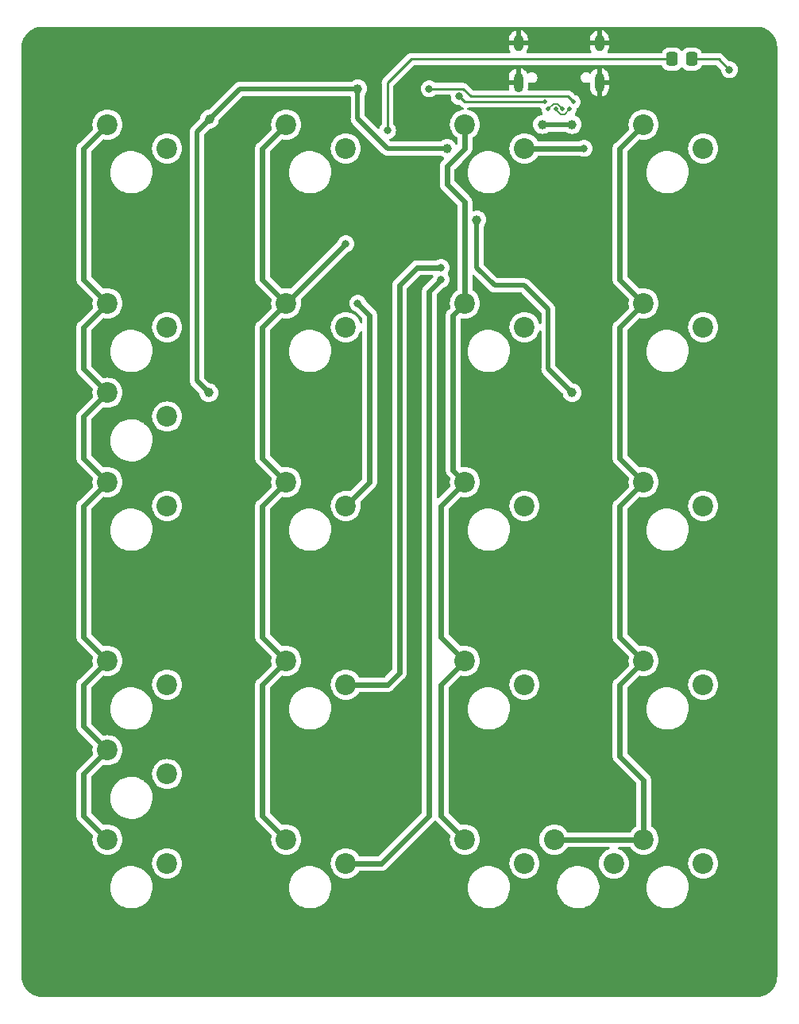
<source format=gbl>
G04 #@! TF.GenerationSoftware,KiCad,Pcbnew,7.0.2*
G04 #@! TF.CreationDate,2023-08-22T20:01:55-07:00*
G04 #@! TF.ProjectId,4x5Macro-Numpad-USBC,3478354d-6163-4726-9f2d-4e756d706164,rev?*
G04 #@! TF.SameCoordinates,Original*
G04 #@! TF.FileFunction,Copper,L2,Bot*
G04 #@! TF.FilePolarity,Positive*
%FSLAX46Y46*%
G04 Gerber Fmt 4.6, Leading zero omitted, Abs format (unit mm)*
G04 Created by KiCad (PCBNEW 7.0.2) date 2023-08-22 20:01:55*
%MOMM*%
%LPD*%
G01*
G04 APERTURE LIST*
G04 Aperture macros list*
%AMRoundRect*
0 Rectangle with rounded corners*
0 $1 Rounding radius*
0 $2 $3 $4 $5 $6 $7 $8 $9 X,Y pos of 4 corners*
0 Add a 4 corners polygon primitive as box body*
4,1,4,$2,$3,$4,$5,$6,$7,$8,$9,$2,$3,0*
0 Add four circle primitives for the rounded corners*
1,1,$1+$1,$2,$3*
1,1,$1+$1,$4,$5*
1,1,$1+$1,$6,$7*
1,1,$1+$1,$8,$9*
0 Add four rect primitives between the rounded corners*
20,1,$1+$1,$2,$3,$4,$5,0*
20,1,$1+$1,$4,$5,$6,$7,0*
20,1,$1+$1,$6,$7,$8,$9,0*
20,1,$1+$1,$8,$9,$2,$3,0*%
G04 Aperture macros list end*
G04 #@! TA.AperFunction,ComponentPad*
%ADD10O,1.000000X1.800000*%
G04 #@! TD*
G04 #@! TA.AperFunction,ComponentPad*
%ADD11O,1.000000X2.100000*%
G04 #@! TD*
G04 #@! TA.AperFunction,ComponentPad*
%ADD12C,2.200000*%
G04 #@! TD*
G04 #@! TA.AperFunction,SMDPad,CuDef*
%ADD13RoundRect,0.250000X0.337500X0.475000X-0.337500X0.475000X-0.337500X-0.475000X0.337500X-0.475000X0*%
G04 #@! TD*
G04 #@! TA.AperFunction,ViaPad*
%ADD14C,3.600000*%
G04 #@! TD*
G04 #@! TA.AperFunction,ViaPad*
%ADD15C,0.800000*%
G04 #@! TD*
G04 #@! TA.AperFunction,ViaPad*
%ADD16C,1.000000*%
G04 #@! TD*
G04 #@! TA.AperFunction,ViaPad*
%ADD17C,0.500000*%
G04 #@! TD*
G04 #@! TA.AperFunction,Conductor*
%ADD18C,0.508000*%
G04 #@! TD*
G04 #@! TA.AperFunction,Conductor*
%ADD19C,0.558800*%
G04 #@! TD*
G04 #@! TA.AperFunction,Conductor*
%ADD20C,0.250000*%
G04 #@! TD*
G04 #@! TA.AperFunction,Conductor*
%ADD21C,0.200000*%
G04 #@! TD*
G04 APERTURE END LIST*
D10*
X164450000Y-34485000D03*
D11*
X164450000Y-38685000D03*
D10*
X173090000Y-34485000D03*
D11*
X173090000Y-38685000D03*
D12*
X146050000Y-121920000D03*
X139700000Y-119380000D03*
X165100000Y-45720000D03*
X158750000Y-43180000D03*
X165100000Y-83820000D03*
X158750000Y-81280000D03*
X127000000Y-64770000D03*
X120650000Y-62230000D03*
X146050000Y-64770000D03*
X139700000Y-62230000D03*
X127000000Y-45720000D03*
X120650000Y-43180000D03*
X165100000Y-121920000D03*
X158750000Y-119380000D03*
X146050000Y-102870000D03*
X139700000Y-100330000D03*
X184150000Y-83820000D03*
X177800000Y-81280000D03*
X184150000Y-102870000D03*
X177800000Y-100330000D03*
X127000000Y-102870000D03*
X120650000Y-100330000D03*
X127000000Y-112395000D03*
X120650000Y-109855000D03*
X127000000Y-83820000D03*
X120650000Y-81280000D03*
X127000000Y-121920000D03*
X120650000Y-119380000D03*
X146050000Y-45720000D03*
X139700000Y-43180000D03*
D13*
X180826500Y-36195000D03*
X182901500Y-36195000D03*
D12*
X165100000Y-102870000D03*
X158750000Y-100330000D03*
X184150000Y-64770000D03*
X177800000Y-62230000D03*
X127000000Y-74295000D03*
X120650000Y-71755000D03*
X184150000Y-121920000D03*
X177800000Y-119380000D03*
X165100000Y-64770000D03*
X158750000Y-62230000D03*
X184150000Y-45720000D03*
X177800000Y-43180000D03*
X146050000Y-83820000D03*
X139700000Y-81280000D03*
X174625000Y-121920000D03*
X168275000Y-119380000D03*
D14*
X189230000Y-35560000D03*
X114300000Y-35560000D03*
X114300000Y-133350000D03*
X189230000Y-133350000D03*
D15*
X143510000Y-61595000D03*
X152908000Y-38735000D03*
X139065000Y-53975000D03*
X186055000Y-119380000D03*
X153670000Y-71120000D03*
X177800000Y-39370000D03*
X148590000Y-119380000D03*
X113665000Y-50165000D03*
X151765000Y-55245000D03*
X161290000Y-45085000D03*
X150495000Y-63500000D03*
X113665000Y-64770000D03*
X148590000Y-48895000D03*
X155575000Y-43180000D03*
X120650000Y-51435000D03*
X113284000Y-40386000D03*
X169545000Y-55245000D03*
X113665000Y-107950000D03*
X143510000Y-52070000D03*
X113665000Y-93980000D03*
X134620000Y-85725000D03*
X116205000Y-38735000D03*
X146050000Y-129540000D03*
X152400000Y-50800000D03*
X153670000Y-66040000D03*
X148844000Y-40132000D03*
X153670000Y-62865000D03*
X128905000Y-130810000D03*
X133350000Y-118745000D03*
X113665000Y-120650000D03*
X165100000Y-53340000D03*
X140335000Y-59055000D03*
X186055000Y-51435000D03*
X183515000Y-87630000D03*
X161290000Y-37465000D03*
X182880000Y-73025000D03*
X124460000Y-58420000D03*
X118110000Y-129540000D03*
X184150000Y-40005000D03*
X134620000Y-43180000D03*
X162560000Y-62230000D03*
X125730000Y-40640000D03*
X157480000Y-54610000D03*
X162560000Y-73025000D03*
X132715000Y-59055000D03*
X171450000Y-63500000D03*
X133350000Y-106045000D03*
X163195000Y-118745000D03*
X164465000Y-48895000D03*
X113030000Y-80645000D03*
X182880000Y-59055000D03*
X170180000Y-128905000D03*
X172720000Y-47625000D03*
X166370000Y-86995000D03*
X147320000Y-86995000D03*
X146050000Y-43180000D03*
X142875000Y-73025000D03*
X167894000Y-59690000D03*
X185420000Y-128905000D03*
X172085000Y-68580000D03*
X153035000Y-88265000D03*
X150495000Y-74930000D03*
X161925000Y-34290000D03*
X131445000Y-38735000D03*
D16*
X170180000Y-43180000D03*
X167005000Y-43180000D03*
X156845000Y-45720000D03*
X147320000Y-39370000D03*
X131445000Y-71755000D03*
X131502187Y-42602187D03*
X160020000Y-53340000D03*
X170180000Y-71755000D03*
D15*
X186944000Y-37338000D03*
X150495000Y-43815000D03*
D17*
X170316500Y-40774573D03*
D15*
X154940000Y-39370000D03*
D17*
X169158000Y-41529000D03*
X167640000Y-41529000D03*
X168408000Y-41529000D03*
X169926000Y-41529000D03*
X167284400Y-40741600D03*
D15*
X158140400Y-40182800D03*
X146050000Y-55880000D03*
X171450000Y-45720000D03*
X147320000Y-62230000D03*
X156210000Y-58420000D03*
X156210000Y-59690000D03*
D18*
X160020000Y-58420000D02*
X160020000Y-53340000D01*
X161925000Y-60325000D02*
X160020000Y-58420000D01*
X165100000Y-60325000D02*
X161925000Y-60325000D01*
X167640000Y-62865000D02*
X165100000Y-60325000D01*
X170180000Y-71755000D02*
X167640000Y-69215000D01*
X167640000Y-69215000D02*
X167640000Y-62865000D01*
D19*
X156210000Y-58420000D02*
X153670000Y-58420000D01*
X151765000Y-101600000D02*
X150495000Y-102870000D01*
X153670000Y-58420000D02*
X151765000Y-60325000D01*
X151765000Y-60325000D02*
X151765000Y-101600000D01*
X150495000Y-102870000D02*
X146050000Y-102870000D01*
D18*
X156845000Y-45720000D02*
X150495000Y-45720000D01*
X147320000Y-42545000D02*
X147320000Y-39370000D01*
X130175000Y-43929374D02*
X130175000Y-70485000D01*
X167005000Y-43180000D02*
X170180000Y-43180000D01*
X134734374Y-39370000D02*
X147320000Y-39370000D01*
X131502187Y-42602187D02*
X134734374Y-39370000D01*
X150495000Y-45720000D02*
X147320000Y-42545000D01*
X131502187Y-42602187D02*
X130175000Y-43929374D01*
X130175000Y-70485000D02*
X131445000Y-71755000D01*
D20*
X185801000Y-36195000D02*
X182901500Y-36195000D01*
X186944000Y-37338000D02*
X185801000Y-36195000D01*
X153035000Y-36195000D02*
X150495000Y-38735000D01*
X150495000Y-38735000D02*
X150495000Y-43815000D01*
X180826500Y-36195000D02*
X153035000Y-36195000D01*
X154940000Y-39370000D02*
X158572200Y-39370000D01*
X169708527Y-40166600D02*
X170316500Y-40774573D01*
X159368800Y-40166600D02*
X169708527Y-40166600D01*
X158572200Y-39370000D02*
X159368800Y-40166600D01*
D21*
X168635818Y-40979000D02*
X169158000Y-41501182D01*
X168180182Y-40979000D02*
X168635818Y-40979000D01*
X167640000Y-41519182D02*
X168180182Y-40979000D01*
X169158000Y-41501182D02*
X169158000Y-41529000D01*
X167640000Y-41529000D02*
X167640000Y-41519182D01*
X168408000Y-41556818D02*
X168408000Y-41529000D01*
X169926000Y-41529000D02*
X169926000Y-41538818D01*
X169385818Y-42079000D02*
X168930182Y-42079000D01*
X168930182Y-42079000D02*
X168408000Y-41556818D01*
X169926000Y-41538818D02*
X169385818Y-42079000D01*
D20*
X158140400Y-40182800D02*
X158699200Y-40741600D01*
X158699200Y-40741600D02*
X167284400Y-40741600D01*
D19*
X175260000Y-83820000D02*
X175260000Y-97790000D01*
X175260000Y-110490000D02*
X177800000Y-113030000D01*
X177800000Y-100330000D02*
X175260000Y-102870000D01*
X177800000Y-119380000D02*
X168275000Y-119380000D01*
X175260000Y-102870000D02*
X175260000Y-110490000D01*
X175260000Y-97790000D02*
X177800000Y-100330000D01*
X177800000Y-113030000D02*
X177800000Y-119380000D01*
X175260000Y-59690000D02*
X177800000Y-62230000D01*
X175260000Y-64770000D02*
X175260000Y-78740000D01*
X175260000Y-45720000D02*
X175260000Y-59690000D01*
X177800000Y-62230000D02*
X175260000Y-64770000D01*
X177800000Y-81280000D02*
X175260000Y-83820000D01*
X175260000Y-78740000D02*
X177800000Y-81280000D01*
X177800000Y-43180000D02*
X175260000Y-45720000D01*
X158750000Y-81280000D02*
X157480000Y-80010000D01*
X156210000Y-97790000D02*
X156210000Y-83820000D01*
X158750000Y-45720000D02*
X158750000Y-43180000D01*
X156210000Y-83820000D02*
X158750000Y-81280000D01*
X156845000Y-47625000D02*
X158750000Y-45720000D01*
X157480000Y-80010000D02*
X157480000Y-63500000D01*
X156210000Y-116840000D02*
X156210000Y-102870000D01*
X158750000Y-100330000D02*
X156210000Y-97790000D01*
X157480000Y-63500000D02*
X158750000Y-62230000D01*
X156845000Y-49530000D02*
X156845000Y-47625000D01*
X156210000Y-102870000D02*
X158750000Y-100330000D01*
X158750000Y-51435000D02*
X156845000Y-49530000D01*
X158750000Y-119380000D02*
X156210000Y-116840000D01*
X158750000Y-62230000D02*
X158750000Y-51435000D01*
X139700000Y-43180000D02*
X137160000Y-45720000D01*
X137160000Y-78740000D02*
X139700000Y-81280000D01*
X137160000Y-116840000D02*
X139700000Y-119380000D01*
X139700000Y-81280000D02*
X137160000Y-83820000D01*
X139700000Y-100330000D02*
X137160000Y-102870000D01*
X137160000Y-97790000D02*
X139700000Y-100330000D01*
X137160000Y-59690000D02*
X139700000Y-62230000D01*
X137160000Y-102870000D02*
X137160000Y-116840000D01*
X137160000Y-64770000D02*
X137160000Y-78740000D01*
X137160000Y-83820000D02*
X137160000Y-97790000D01*
X139700000Y-62230000D02*
X137160000Y-64770000D01*
X139700000Y-62230000D02*
X146050000Y-55880000D01*
X137160000Y-45720000D02*
X137160000Y-59690000D01*
X118110000Y-102870000D02*
X120650000Y-100330000D01*
X120650000Y-81280000D02*
X118110000Y-78740000D01*
X118110000Y-64770000D02*
X120650000Y-62230000D01*
X118110000Y-74295000D02*
X120650000Y-71755000D01*
X118110000Y-116840000D02*
X118110000Y-112395000D01*
X120650000Y-119380000D02*
X118110000Y-116840000D01*
X118110000Y-83820000D02*
X120650000Y-81280000D01*
X120650000Y-109855000D02*
X118110000Y-107315000D01*
X118110000Y-69215000D02*
X118110000Y-64770000D01*
X120650000Y-71755000D02*
X118110000Y-69215000D01*
X118110000Y-97790000D02*
X118110000Y-83820000D01*
X120650000Y-62230000D02*
X118110000Y-59690000D01*
X118110000Y-59690000D02*
X118110000Y-45720000D01*
X118110000Y-78740000D02*
X118110000Y-74295000D01*
X120650000Y-100330000D02*
X118110000Y-97790000D01*
X118110000Y-107315000D02*
X118110000Y-102870000D01*
X118110000Y-45720000D02*
X120650000Y-43180000D01*
X118110000Y-112395000D02*
X120650000Y-109855000D01*
X171450000Y-45720000D02*
X165100000Y-45720000D01*
X147320000Y-62230000D02*
X148590000Y-63500000D01*
X148590000Y-81280000D02*
X146050000Y-83820000D01*
X148590000Y-63500000D02*
X148590000Y-81280000D01*
X146050000Y-121920000D02*
X149860000Y-121920000D01*
X149860000Y-121920000D02*
X154940000Y-116840000D01*
X154940000Y-60960000D02*
X156210000Y-59690000D01*
X154940000Y-116840000D02*
X154940000Y-60960000D01*
G04 #@! TA.AperFunction,Conductor*
G36*
X189868736Y-32750726D02*
G01*
X190119623Y-32765902D01*
X190134484Y-32767706D01*
X190378024Y-32812336D01*
X190392549Y-32815917D01*
X190628925Y-32889575D01*
X190642917Y-32894880D01*
X190868708Y-32996500D01*
X190881954Y-33003453D01*
X191093844Y-33131545D01*
X191106155Y-33140043D01*
X191223502Y-33231978D01*
X191301058Y-33292739D01*
X191312266Y-33302669D01*
X191487330Y-33477733D01*
X191497260Y-33488941D01*
X191649952Y-33683838D01*
X191658456Y-33696159D01*
X191711614Y-33784092D01*
X191786543Y-33908039D01*
X191793502Y-33921298D01*
X191895117Y-34147078D01*
X191900426Y-34161079D01*
X191974080Y-34397443D01*
X191977664Y-34411982D01*
X192022292Y-34655514D01*
X192024097Y-34670377D01*
X192039274Y-34921261D01*
X192039500Y-34928749D01*
X192039500Y-133981249D01*
X192039274Y-133988737D01*
X192024097Y-134239622D01*
X192022292Y-134254485D01*
X191977664Y-134498017D01*
X191974080Y-134512556D01*
X191900426Y-134748920D01*
X191895117Y-134762921D01*
X191793502Y-134988701D01*
X191786543Y-135001960D01*
X191658458Y-135213838D01*
X191649952Y-135226161D01*
X191497260Y-135421058D01*
X191487330Y-135432266D01*
X191312266Y-135607330D01*
X191301058Y-135617260D01*
X191106161Y-135769952D01*
X191093838Y-135778458D01*
X190881960Y-135906543D01*
X190868701Y-135913502D01*
X190642921Y-136015117D01*
X190628920Y-136020426D01*
X190392556Y-136094080D01*
X190378017Y-136097664D01*
X190134485Y-136142292D01*
X190119622Y-136144097D01*
X189884923Y-136158294D01*
X189868735Y-136159274D01*
X189861249Y-136159500D01*
X113668751Y-136159500D01*
X113661264Y-136159274D01*
X113643795Y-136158217D01*
X113410377Y-136144097D01*
X113395514Y-136142292D01*
X113151982Y-136097664D01*
X113137443Y-136094080D01*
X112901079Y-136020426D01*
X112887078Y-136015117D01*
X112661298Y-135913502D01*
X112648039Y-135906543D01*
X112436161Y-135778458D01*
X112423838Y-135769952D01*
X112228941Y-135617260D01*
X112217733Y-135607330D01*
X112042669Y-135432266D01*
X112032739Y-135421058D01*
X111880047Y-135226161D01*
X111871545Y-135213844D01*
X111743453Y-135001954D01*
X111736500Y-134988708D01*
X111634880Y-134762917D01*
X111629573Y-134748920D01*
X111555917Y-134512549D01*
X111552335Y-134498017D01*
X111507707Y-134254485D01*
X111505902Y-134239621D01*
X111490726Y-133988736D01*
X111490500Y-133981249D01*
X111490500Y-133840944D01*
X111490498Y-133840934D01*
X111490498Y-124535369D01*
X120935723Y-124535369D01*
X120936137Y-124539490D01*
X120936138Y-124539501D01*
X120965466Y-124831034D01*
X120965467Y-124831044D01*
X120965882Y-124835162D01*
X121035731Y-125128261D01*
X121144023Y-125409434D01*
X121146007Y-125413055D01*
X121146013Y-125413067D01*
X121215692Y-125540214D01*
X121288825Y-125673665D01*
X121291281Y-125676998D01*
X121291284Y-125677003D01*
X121382722Y-125801103D01*
X121467554Y-125916238D01*
X121677020Y-126132824D01*
X121796737Y-126227363D01*
X121910230Y-126316988D01*
X121910234Y-126316990D01*
X121913485Y-126319558D01*
X122172730Y-126473109D01*
X122176534Y-126474722D01*
X122176538Y-126474724D01*
X122281578Y-126519264D01*
X122450128Y-126590736D01*
X122740729Y-126670340D01*
X123039347Y-126710500D01*
X123043488Y-126710500D01*
X123263162Y-126710500D01*
X123265244Y-126710500D01*
X123490634Y-126695412D01*
X123785903Y-126635396D01*
X124070537Y-126536560D01*
X124339459Y-126400668D01*
X124587869Y-126230144D01*
X124811333Y-126028032D01*
X125005865Y-125797939D01*
X125167993Y-125543970D01*
X125294823Y-125270658D01*
X125384093Y-124982879D01*
X125434209Y-124685770D01*
X125439237Y-124535369D01*
X139985723Y-124535369D01*
X139986137Y-124539490D01*
X139986138Y-124539501D01*
X140015466Y-124831034D01*
X140015467Y-124831044D01*
X140015882Y-124835162D01*
X140085731Y-125128261D01*
X140194023Y-125409434D01*
X140196007Y-125413055D01*
X140196013Y-125413067D01*
X140265692Y-125540214D01*
X140338825Y-125673665D01*
X140341281Y-125676998D01*
X140341284Y-125677003D01*
X140432722Y-125801103D01*
X140517554Y-125916238D01*
X140727020Y-126132824D01*
X140846737Y-126227363D01*
X140960230Y-126316988D01*
X140960234Y-126316990D01*
X140963485Y-126319558D01*
X141222730Y-126473109D01*
X141226534Y-126474722D01*
X141226538Y-126474724D01*
X141331578Y-126519264D01*
X141500128Y-126590736D01*
X141790729Y-126670340D01*
X142089347Y-126710500D01*
X142093488Y-126710500D01*
X142313162Y-126710500D01*
X142315244Y-126710500D01*
X142540634Y-126695412D01*
X142835903Y-126635396D01*
X143120537Y-126536560D01*
X143389459Y-126400668D01*
X143637869Y-126230144D01*
X143861333Y-126028032D01*
X144055865Y-125797939D01*
X144217993Y-125543970D01*
X144344823Y-125270658D01*
X144434093Y-124982879D01*
X144484209Y-124685770D01*
X144489237Y-124535369D01*
X159035723Y-124535369D01*
X159036137Y-124539490D01*
X159036138Y-124539501D01*
X159065466Y-124831034D01*
X159065467Y-124831044D01*
X159065882Y-124835162D01*
X159135731Y-125128261D01*
X159244023Y-125409434D01*
X159246007Y-125413055D01*
X159246013Y-125413067D01*
X159315692Y-125540214D01*
X159388825Y-125673665D01*
X159391281Y-125676998D01*
X159391284Y-125677003D01*
X159482722Y-125801103D01*
X159567554Y-125916238D01*
X159777020Y-126132824D01*
X159896737Y-126227363D01*
X160010230Y-126316988D01*
X160010234Y-126316990D01*
X160013485Y-126319558D01*
X160272730Y-126473109D01*
X160276534Y-126474722D01*
X160276538Y-126474724D01*
X160381578Y-126519264D01*
X160550128Y-126590736D01*
X160840729Y-126670340D01*
X161139347Y-126710500D01*
X161143488Y-126710500D01*
X161363162Y-126710500D01*
X161365244Y-126710500D01*
X161590634Y-126695412D01*
X161885903Y-126635396D01*
X162170537Y-126536560D01*
X162439459Y-126400668D01*
X162687869Y-126230144D01*
X162911333Y-126028032D01*
X163105865Y-125797939D01*
X163267993Y-125543970D01*
X163394823Y-125270658D01*
X163484093Y-124982879D01*
X163534209Y-124685770D01*
X163539237Y-124535369D01*
X168560723Y-124535369D01*
X168561137Y-124539490D01*
X168561138Y-124539501D01*
X168590466Y-124831034D01*
X168590467Y-124831044D01*
X168590882Y-124835162D01*
X168660731Y-125128261D01*
X168769023Y-125409434D01*
X168771007Y-125413055D01*
X168771013Y-125413067D01*
X168840692Y-125540214D01*
X168913825Y-125673665D01*
X168916281Y-125676998D01*
X168916284Y-125677003D01*
X169007722Y-125801103D01*
X169092554Y-125916238D01*
X169302020Y-126132824D01*
X169421737Y-126227363D01*
X169535230Y-126316988D01*
X169535234Y-126316990D01*
X169538485Y-126319558D01*
X169797730Y-126473109D01*
X169801534Y-126474722D01*
X169801538Y-126474724D01*
X169906578Y-126519264D01*
X170075128Y-126590736D01*
X170365729Y-126670340D01*
X170664347Y-126710500D01*
X170668488Y-126710500D01*
X170888162Y-126710500D01*
X170890244Y-126710500D01*
X171115634Y-126695412D01*
X171410903Y-126635396D01*
X171695537Y-126536560D01*
X171964459Y-126400668D01*
X172212869Y-126230144D01*
X172436333Y-126028032D01*
X172630865Y-125797939D01*
X172792993Y-125543970D01*
X172919823Y-125270658D01*
X173009093Y-124982879D01*
X173059209Y-124685770D01*
X173064237Y-124535369D01*
X178085723Y-124535369D01*
X178086137Y-124539490D01*
X178086138Y-124539501D01*
X178115466Y-124831034D01*
X178115467Y-124831044D01*
X178115882Y-124835162D01*
X178185731Y-125128261D01*
X178294023Y-125409434D01*
X178296007Y-125413055D01*
X178296013Y-125413067D01*
X178365692Y-125540214D01*
X178438825Y-125673665D01*
X178441281Y-125676998D01*
X178441284Y-125677003D01*
X178532722Y-125801103D01*
X178617554Y-125916238D01*
X178827020Y-126132824D01*
X178946737Y-126227363D01*
X179060230Y-126316988D01*
X179060234Y-126316990D01*
X179063485Y-126319558D01*
X179322730Y-126473109D01*
X179326534Y-126474722D01*
X179326538Y-126474724D01*
X179431578Y-126519264D01*
X179600128Y-126590736D01*
X179890729Y-126670340D01*
X180189347Y-126710500D01*
X180193488Y-126710500D01*
X180413162Y-126710500D01*
X180415244Y-126710500D01*
X180640634Y-126695412D01*
X180935903Y-126635396D01*
X181220537Y-126536560D01*
X181489459Y-126400668D01*
X181737869Y-126230144D01*
X181961333Y-126028032D01*
X182155865Y-125797939D01*
X182317993Y-125543970D01*
X182444823Y-125270658D01*
X182534093Y-124982879D01*
X182584209Y-124685770D01*
X182594277Y-124384631D01*
X182564118Y-124084838D01*
X182494269Y-123791739D01*
X182385977Y-123510566D01*
X182383301Y-123505683D01*
X182314307Y-123379785D01*
X182241175Y-123246335D01*
X182062446Y-123003762D01*
X181852980Y-122787176D01*
X181677828Y-122648860D01*
X181619769Y-122603011D01*
X181619762Y-122603006D01*
X181616515Y-122600442D01*
X181612954Y-122598332D01*
X181612947Y-122598328D01*
X181360831Y-122449000D01*
X181360828Y-122448998D01*
X181357270Y-122446891D01*
X181353471Y-122445280D01*
X181353461Y-122445275D01*
X181083681Y-122330879D01*
X181083678Y-122330878D01*
X181079872Y-122329264D01*
X181075885Y-122328172D01*
X181075877Y-122328169D01*
X180793278Y-122250757D01*
X180793269Y-122250755D01*
X180789271Y-122249660D01*
X180785164Y-122249107D01*
X180785156Y-122249106D01*
X180494754Y-122210051D01*
X180494746Y-122210050D01*
X180490653Y-122209500D01*
X180264756Y-122209500D01*
X180262682Y-122209638D01*
X180262677Y-122209639D01*
X180043498Y-122224311D01*
X180043492Y-122224311D01*
X180039366Y-122224588D01*
X180035309Y-122225412D01*
X180035306Y-122225413D01*
X179748165Y-122283777D01*
X179748162Y-122283777D01*
X179744097Y-122284604D01*
X179740183Y-122285963D01*
X179740176Y-122285965D01*
X179463375Y-122382081D01*
X179463367Y-122382084D01*
X179459463Y-122383440D01*
X179455771Y-122385305D01*
X179455763Y-122385309D01*
X179194242Y-122517461D01*
X179194232Y-122517466D01*
X179190541Y-122519332D01*
X179187130Y-122521672D01*
X179187124Y-122521677D01*
X178945548Y-122687509D01*
X178945534Y-122687519D01*
X178942131Y-122689856D01*
X178939066Y-122692627D01*
X178939056Y-122692636D01*
X178721741Y-122889187D01*
X178721735Y-122889192D01*
X178718667Y-122891968D01*
X178715998Y-122895123D01*
X178715991Y-122895132D01*
X178526810Y-123118896D01*
X178526804Y-123118903D01*
X178524135Y-123122061D01*
X178521912Y-123125542D01*
X178521904Y-123125554D01*
X178364233Y-123372542D01*
X178364229Y-123372549D01*
X178362007Y-123376030D01*
X178360267Y-123379779D01*
X178360264Y-123379785D01*
X178236922Y-123645580D01*
X178236918Y-123645589D01*
X178235177Y-123649342D01*
X178233951Y-123653291D01*
X178233949Y-123653299D01*
X178147134Y-123933165D01*
X178145907Y-123937121D01*
X178145218Y-123941199D01*
X178145218Y-123941204D01*
X178120990Y-124084838D01*
X178095791Y-124234230D01*
X178095653Y-124238353D01*
X178095652Y-124238365D01*
X178085861Y-124531222D01*
X178085861Y-124531231D01*
X178085723Y-124535369D01*
X173064237Y-124535369D01*
X173069277Y-124384631D01*
X173039118Y-124084838D01*
X172969269Y-123791739D01*
X172860977Y-123510566D01*
X172858301Y-123505683D01*
X172789307Y-123379785D01*
X172716175Y-123246335D01*
X172537446Y-123003762D01*
X172327980Y-122787176D01*
X172152828Y-122648860D01*
X172094769Y-122603011D01*
X172094762Y-122603006D01*
X172091515Y-122600442D01*
X172087954Y-122598332D01*
X172087947Y-122598328D01*
X171835831Y-122449000D01*
X171835828Y-122448998D01*
X171832270Y-122446891D01*
X171828471Y-122445280D01*
X171828461Y-122445275D01*
X171558681Y-122330879D01*
X171558678Y-122330878D01*
X171554872Y-122329264D01*
X171550885Y-122328172D01*
X171550877Y-122328169D01*
X171268278Y-122250757D01*
X171268269Y-122250755D01*
X171264271Y-122249660D01*
X171260164Y-122249107D01*
X171260156Y-122249106D01*
X170969754Y-122210051D01*
X170969746Y-122210050D01*
X170965653Y-122209500D01*
X170739756Y-122209500D01*
X170737682Y-122209638D01*
X170737677Y-122209639D01*
X170518498Y-122224311D01*
X170518492Y-122224311D01*
X170514366Y-122224588D01*
X170510309Y-122225412D01*
X170510306Y-122225413D01*
X170223165Y-122283777D01*
X170223162Y-122283777D01*
X170219097Y-122284604D01*
X170215183Y-122285963D01*
X170215176Y-122285965D01*
X169938375Y-122382081D01*
X169938367Y-122382084D01*
X169934463Y-122383440D01*
X169930771Y-122385305D01*
X169930763Y-122385309D01*
X169669242Y-122517461D01*
X169669232Y-122517466D01*
X169665541Y-122519332D01*
X169662130Y-122521672D01*
X169662124Y-122521677D01*
X169420548Y-122687509D01*
X169420534Y-122687519D01*
X169417131Y-122689856D01*
X169414066Y-122692627D01*
X169414056Y-122692636D01*
X169196741Y-122889187D01*
X169196735Y-122889192D01*
X169193667Y-122891968D01*
X169190998Y-122895123D01*
X169190991Y-122895132D01*
X169001810Y-123118896D01*
X169001804Y-123118903D01*
X168999135Y-123122061D01*
X168996912Y-123125542D01*
X168996904Y-123125554D01*
X168839233Y-123372542D01*
X168839229Y-123372549D01*
X168837007Y-123376030D01*
X168835267Y-123379779D01*
X168835264Y-123379785D01*
X168711922Y-123645580D01*
X168711918Y-123645589D01*
X168710177Y-123649342D01*
X168708951Y-123653291D01*
X168708949Y-123653299D01*
X168622134Y-123933165D01*
X168620907Y-123937121D01*
X168620218Y-123941199D01*
X168620218Y-123941204D01*
X168595990Y-124084838D01*
X168570791Y-124234230D01*
X168570653Y-124238353D01*
X168570652Y-124238365D01*
X168560861Y-124531222D01*
X168560861Y-124531231D01*
X168560723Y-124535369D01*
X163539237Y-124535369D01*
X163544277Y-124384631D01*
X163514118Y-124084838D01*
X163444269Y-123791739D01*
X163335977Y-123510566D01*
X163333301Y-123505683D01*
X163264307Y-123379785D01*
X163191175Y-123246335D01*
X163012446Y-123003762D01*
X162802980Y-122787176D01*
X162627828Y-122648860D01*
X162569769Y-122603011D01*
X162569762Y-122603006D01*
X162566515Y-122600442D01*
X162562954Y-122598332D01*
X162562947Y-122598328D01*
X162310831Y-122449000D01*
X162310828Y-122448998D01*
X162307270Y-122446891D01*
X162303471Y-122445280D01*
X162303461Y-122445275D01*
X162033681Y-122330879D01*
X162033678Y-122330878D01*
X162029872Y-122329264D01*
X162025885Y-122328172D01*
X162025877Y-122328169D01*
X161743278Y-122250757D01*
X161743269Y-122250755D01*
X161739271Y-122249660D01*
X161735164Y-122249107D01*
X161735156Y-122249106D01*
X161444754Y-122210051D01*
X161444746Y-122210050D01*
X161440653Y-122209500D01*
X161214756Y-122209500D01*
X161212682Y-122209638D01*
X161212677Y-122209639D01*
X160993498Y-122224311D01*
X160993492Y-122224311D01*
X160989366Y-122224588D01*
X160985309Y-122225412D01*
X160985306Y-122225413D01*
X160698165Y-122283777D01*
X160698162Y-122283777D01*
X160694097Y-122284604D01*
X160690183Y-122285963D01*
X160690176Y-122285965D01*
X160413375Y-122382081D01*
X160413367Y-122382084D01*
X160409463Y-122383440D01*
X160405771Y-122385305D01*
X160405763Y-122385309D01*
X160144242Y-122517461D01*
X160144232Y-122517466D01*
X160140541Y-122519332D01*
X160137130Y-122521672D01*
X160137124Y-122521677D01*
X159895548Y-122687509D01*
X159895534Y-122687519D01*
X159892131Y-122689856D01*
X159889066Y-122692627D01*
X159889056Y-122692636D01*
X159671741Y-122889187D01*
X159671735Y-122889192D01*
X159668667Y-122891968D01*
X159665998Y-122895123D01*
X159665991Y-122895132D01*
X159476810Y-123118896D01*
X159476804Y-123118903D01*
X159474135Y-123122061D01*
X159471912Y-123125542D01*
X159471904Y-123125554D01*
X159314233Y-123372542D01*
X159314229Y-123372549D01*
X159312007Y-123376030D01*
X159310267Y-123379779D01*
X159310264Y-123379785D01*
X159186922Y-123645580D01*
X159186918Y-123645589D01*
X159185177Y-123649342D01*
X159183951Y-123653291D01*
X159183949Y-123653299D01*
X159097134Y-123933165D01*
X159095907Y-123937121D01*
X159095218Y-123941199D01*
X159095218Y-123941204D01*
X159070990Y-124084838D01*
X159045791Y-124234230D01*
X159045653Y-124238353D01*
X159045652Y-124238365D01*
X159035861Y-124531222D01*
X159035861Y-124531231D01*
X159035723Y-124535369D01*
X144489237Y-124535369D01*
X144494277Y-124384631D01*
X144464118Y-124084838D01*
X144394269Y-123791739D01*
X144285977Y-123510566D01*
X144283301Y-123505683D01*
X144214307Y-123379785D01*
X144141175Y-123246335D01*
X143962446Y-123003762D01*
X143752980Y-122787176D01*
X143577828Y-122648860D01*
X143519769Y-122603011D01*
X143519762Y-122603006D01*
X143516515Y-122600442D01*
X143512954Y-122598332D01*
X143512947Y-122598328D01*
X143260831Y-122449000D01*
X143260828Y-122448998D01*
X143257270Y-122446891D01*
X143253471Y-122445280D01*
X143253461Y-122445275D01*
X142983681Y-122330879D01*
X142983678Y-122330878D01*
X142979872Y-122329264D01*
X142975885Y-122328172D01*
X142975877Y-122328169D01*
X142693278Y-122250757D01*
X142693269Y-122250755D01*
X142689271Y-122249660D01*
X142685164Y-122249107D01*
X142685156Y-122249106D01*
X142394754Y-122210051D01*
X142394746Y-122210050D01*
X142390653Y-122209500D01*
X142164756Y-122209500D01*
X142162682Y-122209638D01*
X142162677Y-122209639D01*
X141943498Y-122224311D01*
X141943492Y-122224311D01*
X141939366Y-122224588D01*
X141935309Y-122225412D01*
X141935306Y-122225413D01*
X141648165Y-122283777D01*
X141648162Y-122283777D01*
X141644097Y-122284604D01*
X141640183Y-122285963D01*
X141640176Y-122285965D01*
X141363375Y-122382081D01*
X141363367Y-122382084D01*
X141359463Y-122383440D01*
X141355771Y-122385305D01*
X141355763Y-122385309D01*
X141094242Y-122517461D01*
X141094232Y-122517466D01*
X141090541Y-122519332D01*
X141087130Y-122521672D01*
X141087124Y-122521677D01*
X140845548Y-122687509D01*
X140845534Y-122687519D01*
X140842131Y-122689856D01*
X140839066Y-122692627D01*
X140839056Y-122692636D01*
X140621741Y-122889187D01*
X140621735Y-122889192D01*
X140618667Y-122891968D01*
X140615998Y-122895123D01*
X140615991Y-122895132D01*
X140426810Y-123118896D01*
X140426804Y-123118903D01*
X140424135Y-123122061D01*
X140421912Y-123125542D01*
X140421904Y-123125554D01*
X140264233Y-123372542D01*
X140264229Y-123372549D01*
X140262007Y-123376030D01*
X140260267Y-123379779D01*
X140260264Y-123379785D01*
X140136922Y-123645580D01*
X140136918Y-123645589D01*
X140135177Y-123649342D01*
X140133951Y-123653291D01*
X140133949Y-123653299D01*
X140047134Y-123933165D01*
X140045907Y-123937121D01*
X140045218Y-123941199D01*
X140045218Y-123941204D01*
X140020990Y-124084838D01*
X139995791Y-124234230D01*
X139995653Y-124238353D01*
X139995652Y-124238365D01*
X139985861Y-124531222D01*
X139985861Y-124531231D01*
X139985723Y-124535369D01*
X125439237Y-124535369D01*
X125444277Y-124384631D01*
X125414118Y-124084838D01*
X125344269Y-123791739D01*
X125235977Y-123510566D01*
X125233301Y-123505683D01*
X125164307Y-123379785D01*
X125091175Y-123246335D01*
X124912446Y-123003762D01*
X124702980Y-122787176D01*
X124527828Y-122648860D01*
X124469769Y-122603011D01*
X124469762Y-122603006D01*
X124466515Y-122600442D01*
X124462954Y-122598332D01*
X124462947Y-122598328D01*
X124210831Y-122449000D01*
X124210828Y-122448998D01*
X124207270Y-122446891D01*
X124203471Y-122445280D01*
X124203461Y-122445275D01*
X123933681Y-122330879D01*
X123933678Y-122330878D01*
X123929872Y-122329264D01*
X123925885Y-122328172D01*
X123925877Y-122328169D01*
X123643278Y-122250757D01*
X123643269Y-122250755D01*
X123639271Y-122249660D01*
X123635164Y-122249107D01*
X123635156Y-122249106D01*
X123344754Y-122210051D01*
X123344746Y-122210050D01*
X123340653Y-122209500D01*
X123114756Y-122209500D01*
X123112682Y-122209638D01*
X123112677Y-122209639D01*
X122893498Y-122224311D01*
X122893492Y-122224311D01*
X122889366Y-122224588D01*
X122885309Y-122225412D01*
X122885306Y-122225413D01*
X122598165Y-122283777D01*
X122598162Y-122283777D01*
X122594097Y-122284604D01*
X122590183Y-122285963D01*
X122590176Y-122285965D01*
X122313375Y-122382081D01*
X122313367Y-122382084D01*
X122309463Y-122383440D01*
X122305771Y-122385305D01*
X122305763Y-122385309D01*
X122044242Y-122517461D01*
X122044232Y-122517466D01*
X122040541Y-122519332D01*
X122037130Y-122521672D01*
X122037124Y-122521677D01*
X121795548Y-122687509D01*
X121795534Y-122687519D01*
X121792131Y-122689856D01*
X121789066Y-122692627D01*
X121789056Y-122692636D01*
X121571741Y-122889187D01*
X121571735Y-122889192D01*
X121568667Y-122891968D01*
X121565998Y-122895123D01*
X121565991Y-122895132D01*
X121376810Y-123118896D01*
X121376804Y-123118903D01*
X121374135Y-123122061D01*
X121371912Y-123125542D01*
X121371904Y-123125554D01*
X121214233Y-123372542D01*
X121214229Y-123372549D01*
X121212007Y-123376030D01*
X121210267Y-123379779D01*
X121210264Y-123379785D01*
X121086922Y-123645580D01*
X121086918Y-123645589D01*
X121085177Y-123649342D01*
X121083951Y-123653291D01*
X121083949Y-123653299D01*
X120997134Y-123933165D01*
X120995907Y-123937121D01*
X120995218Y-123941199D01*
X120995218Y-123941204D01*
X120970990Y-124084838D01*
X120945791Y-124234230D01*
X120945653Y-124238353D01*
X120945652Y-124238365D01*
X120935861Y-124531222D01*
X120935861Y-124531231D01*
X120935723Y-124535369D01*
X111490498Y-124535369D01*
X111490498Y-121920000D01*
X125394551Y-121920000D01*
X125414317Y-122171149D01*
X125473126Y-122416110D01*
X125485207Y-122445275D01*
X125569534Y-122648859D01*
X125701164Y-122863659D01*
X125864776Y-123055224D01*
X126056341Y-123218836D01*
X126271141Y-123350466D01*
X126503889Y-123446873D01*
X126748852Y-123505683D01*
X127000000Y-123525449D01*
X127251148Y-123505683D01*
X127496111Y-123446873D01*
X127728859Y-123350466D01*
X127943659Y-123218836D01*
X128135224Y-123055224D01*
X128298836Y-122863659D01*
X128430466Y-122648859D01*
X128526873Y-122416111D01*
X128585683Y-122171148D01*
X128605449Y-121920000D01*
X128585683Y-121668852D01*
X128526873Y-121423889D01*
X128430466Y-121191141D01*
X128298836Y-120976341D01*
X128135224Y-120784776D01*
X127943659Y-120621164D01*
X127728859Y-120489534D01*
X127612485Y-120441330D01*
X127496110Y-120393126D01*
X127251149Y-120334317D01*
X127000000Y-120314551D01*
X126748850Y-120334317D01*
X126503889Y-120393126D01*
X126271139Y-120489535D01*
X126056342Y-120621163D01*
X125864776Y-120784776D01*
X125701163Y-120976342D01*
X125569535Y-121191139D01*
X125473126Y-121423889D01*
X125414317Y-121668850D01*
X125394551Y-121920000D01*
X111490498Y-121920000D01*
X111490498Y-116927874D01*
X117330099Y-116927874D01*
X117338357Y-116964057D01*
X117340686Y-116977764D01*
X117344841Y-117014643D01*
X117357097Y-117049669D01*
X117360945Y-117063025D01*
X117369205Y-117099211D01*
X117385310Y-117132655D01*
X117390628Y-117145495D01*
X117402887Y-117180526D01*
X117422632Y-117211951D01*
X117429357Y-117224118D01*
X117445463Y-117257562D01*
X117468600Y-117286575D01*
X117476643Y-117297909D01*
X117496391Y-117329337D01*
X117620663Y-117453609D01*
X117634891Y-117467837D01*
X117634894Y-117467839D01*
X119060048Y-118892993D01*
X119093533Y-118954316D01*
X119092941Y-119009620D01*
X119064317Y-119128848D01*
X119044551Y-119379999D01*
X119064317Y-119631149D01*
X119123126Y-119876110D01*
X119171330Y-119992484D01*
X119219534Y-120108859D01*
X119351164Y-120323659D01*
X119514776Y-120515224D01*
X119706341Y-120678836D01*
X119921141Y-120810466D01*
X120153889Y-120906873D01*
X120398852Y-120965683D01*
X120650000Y-120985449D01*
X120901148Y-120965683D01*
X121146111Y-120906873D01*
X121378859Y-120810466D01*
X121593659Y-120678836D01*
X121785224Y-120515224D01*
X121948836Y-120323659D01*
X122080466Y-120108859D01*
X122176873Y-119876111D01*
X122235683Y-119631148D01*
X122255449Y-119380000D01*
X122235683Y-119128852D01*
X122176873Y-118883889D01*
X122080466Y-118651141D01*
X121948836Y-118436341D01*
X121785224Y-118244776D01*
X121593659Y-118081164D01*
X121378859Y-117949534D01*
X121262485Y-117901330D01*
X121146110Y-117853126D01*
X120901149Y-117794317D01*
X120650000Y-117774551D01*
X120398848Y-117794317D01*
X120279620Y-117822941D01*
X120209838Y-117819450D01*
X120162993Y-117790048D01*
X119553471Y-117180526D01*
X118926216Y-116553270D01*
X118892733Y-116491950D01*
X118889900Y-116465601D01*
X118889900Y-115010369D01*
X120935723Y-115010369D01*
X120936137Y-115014490D01*
X120936138Y-115014501D01*
X120965466Y-115306034D01*
X120965467Y-115306044D01*
X120965882Y-115310162D01*
X121035731Y-115603261D01*
X121144023Y-115884434D01*
X121146007Y-115888055D01*
X121146013Y-115888067D01*
X121215692Y-116015214D01*
X121288825Y-116148665D01*
X121291281Y-116151998D01*
X121291284Y-116152003D01*
X121382722Y-116276103D01*
X121467554Y-116391238D01*
X121677020Y-116607824D01*
X121796737Y-116702363D01*
X121910230Y-116791988D01*
X121910234Y-116791990D01*
X121913485Y-116794558D01*
X122172730Y-116948109D01*
X122176534Y-116949722D01*
X122176538Y-116949724D01*
X122210340Y-116964057D01*
X122450128Y-117065736D01*
X122740729Y-117145340D01*
X123039347Y-117185500D01*
X123043488Y-117185500D01*
X123263162Y-117185500D01*
X123265244Y-117185500D01*
X123490634Y-117170412D01*
X123785903Y-117110396D01*
X124070537Y-117011560D01*
X124236147Y-116927874D01*
X136380099Y-116927874D01*
X136388357Y-116964057D01*
X136390686Y-116977764D01*
X136394841Y-117014643D01*
X136407097Y-117049669D01*
X136410945Y-117063025D01*
X136419205Y-117099211D01*
X136435310Y-117132655D01*
X136440628Y-117145495D01*
X136452887Y-117180526D01*
X136472632Y-117211951D01*
X136479357Y-117224118D01*
X136495463Y-117257562D01*
X136518600Y-117286575D01*
X136526643Y-117297909D01*
X136546391Y-117329337D01*
X136670663Y-117453609D01*
X136684891Y-117467837D01*
X136684894Y-117467839D01*
X138110048Y-118892993D01*
X138143533Y-118954316D01*
X138142941Y-119009620D01*
X138114317Y-119128848D01*
X138094551Y-119380000D01*
X138114317Y-119631149D01*
X138173126Y-119876110D01*
X138221330Y-119992484D01*
X138269534Y-120108859D01*
X138401164Y-120323659D01*
X138564776Y-120515224D01*
X138756341Y-120678836D01*
X138971141Y-120810466D01*
X139203889Y-120906873D01*
X139448852Y-120965683D01*
X139700000Y-120985449D01*
X139951148Y-120965683D01*
X140196111Y-120906873D01*
X140428859Y-120810466D01*
X140643659Y-120678836D01*
X140835224Y-120515224D01*
X140998836Y-120323659D01*
X141130466Y-120108859D01*
X141226873Y-119876111D01*
X141285683Y-119631148D01*
X141305449Y-119380000D01*
X141285683Y-119128852D01*
X141226873Y-118883889D01*
X141130466Y-118651141D01*
X140998836Y-118436341D01*
X140835224Y-118244776D01*
X140643659Y-118081164D01*
X140428859Y-117949534D01*
X140312484Y-117901330D01*
X140196110Y-117853126D01*
X139951149Y-117794317D01*
X139700000Y-117774551D01*
X139448848Y-117794317D01*
X139329620Y-117822941D01*
X139259838Y-117819450D01*
X139212993Y-117790048D01*
X137976219Y-116553273D01*
X137942734Y-116491950D01*
X137939900Y-116465592D01*
X137939900Y-105485369D01*
X139985723Y-105485369D01*
X139986137Y-105489490D01*
X139986138Y-105489501D01*
X140015466Y-105781034D01*
X140015467Y-105781044D01*
X140015882Y-105785162D01*
X140085731Y-106078261D01*
X140194023Y-106359434D01*
X140196007Y-106363055D01*
X140196013Y-106363067D01*
X140265692Y-106490214D01*
X140338825Y-106623665D01*
X140341281Y-106626998D01*
X140341284Y-106627003D01*
X140432722Y-106751103D01*
X140517554Y-106866238D01*
X140727020Y-107082824D01*
X140846737Y-107177363D01*
X140960230Y-107266988D01*
X140960234Y-107266990D01*
X140963485Y-107269558D01*
X141222730Y-107423109D01*
X141226534Y-107424722D01*
X141226538Y-107424724D01*
X141260340Y-107439057D01*
X141500128Y-107540736D01*
X141790729Y-107620340D01*
X142089347Y-107660500D01*
X142093488Y-107660500D01*
X142313162Y-107660500D01*
X142315244Y-107660500D01*
X142540634Y-107645412D01*
X142835903Y-107585396D01*
X143120537Y-107486560D01*
X143389459Y-107350668D01*
X143637869Y-107180144D01*
X143861333Y-106978032D01*
X144055865Y-106747939D01*
X144217993Y-106493970D01*
X144344823Y-106220658D01*
X144434093Y-105932879D01*
X144484209Y-105635770D01*
X144494277Y-105334631D01*
X144464118Y-105034838D01*
X144394269Y-104741739D01*
X144285977Y-104460566D01*
X144283301Y-104455683D01*
X144214307Y-104329785D01*
X144141175Y-104196335D01*
X143962446Y-103953762D01*
X143752980Y-103737176D01*
X143577828Y-103598860D01*
X143519769Y-103553011D01*
X143519762Y-103553006D01*
X143516515Y-103550442D01*
X143512954Y-103548332D01*
X143512947Y-103548328D01*
X143260831Y-103399000D01*
X143260828Y-103398998D01*
X143257270Y-103396891D01*
X143253471Y-103395280D01*
X143253461Y-103395275D01*
X142983681Y-103280879D01*
X142983678Y-103280878D01*
X142979872Y-103279264D01*
X142975885Y-103278172D01*
X142975877Y-103278169D01*
X142693278Y-103200757D01*
X142693269Y-103200755D01*
X142689271Y-103199660D01*
X142685164Y-103199107D01*
X142685156Y-103199106D01*
X142394754Y-103160051D01*
X142394746Y-103160050D01*
X142390653Y-103159500D01*
X142164756Y-103159500D01*
X142162682Y-103159638D01*
X142162677Y-103159639D01*
X141943498Y-103174311D01*
X141943492Y-103174311D01*
X141939366Y-103174588D01*
X141935309Y-103175412D01*
X141935306Y-103175413D01*
X141648165Y-103233777D01*
X141648162Y-103233777D01*
X141644097Y-103234604D01*
X141640183Y-103235963D01*
X141640176Y-103235965D01*
X141363375Y-103332081D01*
X141363367Y-103332084D01*
X141359463Y-103333440D01*
X141355771Y-103335305D01*
X141355763Y-103335309D01*
X141094242Y-103467461D01*
X141094232Y-103467466D01*
X141090541Y-103469332D01*
X141087130Y-103471672D01*
X141087124Y-103471677D01*
X140845548Y-103637509D01*
X140845534Y-103637519D01*
X140842131Y-103639856D01*
X140839066Y-103642627D01*
X140839056Y-103642636D01*
X140621741Y-103839187D01*
X140621735Y-103839192D01*
X140618667Y-103841968D01*
X140615998Y-103845123D01*
X140615991Y-103845132D01*
X140426810Y-104068896D01*
X140426804Y-104068903D01*
X140424135Y-104072061D01*
X140421912Y-104075542D01*
X140421904Y-104075554D01*
X140264233Y-104322542D01*
X140264229Y-104322549D01*
X140262007Y-104326030D01*
X140260267Y-104329779D01*
X140260264Y-104329785D01*
X140136922Y-104595580D01*
X140136918Y-104595589D01*
X140135177Y-104599342D01*
X140133951Y-104603291D01*
X140133949Y-104603299D01*
X140047134Y-104883165D01*
X140045907Y-104887121D01*
X140045218Y-104891199D01*
X140045218Y-104891204D01*
X140020990Y-105034838D01*
X139995791Y-105184230D01*
X139995653Y-105188353D01*
X139995652Y-105188365D01*
X139985861Y-105481222D01*
X139985861Y-105481231D01*
X139985723Y-105485369D01*
X137939900Y-105485369D01*
X137939900Y-103244406D01*
X137959585Y-103177367D01*
X137976214Y-103156730D01*
X139212994Y-101919949D01*
X139274315Y-101886466D01*
X139329620Y-101887058D01*
X139352892Y-101892645D01*
X139448852Y-101915683D01*
X139700000Y-101935449D01*
X139951148Y-101915683D01*
X140196111Y-101856873D01*
X140428859Y-101760466D01*
X140643659Y-101628836D01*
X140835224Y-101465224D01*
X140998836Y-101273659D01*
X141130466Y-101058859D01*
X141226873Y-100826111D01*
X141285683Y-100581148D01*
X141305449Y-100330000D01*
X141285683Y-100078852D01*
X141226873Y-99833889D01*
X141130466Y-99601141D01*
X140998836Y-99386341D01*
X140835224Y-99194776D01*
X140643659Y-99031164D01*
X140428859Y-98899534D01*
X140312484Y-98851330D01*
X140196110Y-98803126D01*
X139951149Y-98744317D01*
X139700000Y-98724551D01*
X139448848Y-98744317D01*
X139329620Y-98772941D01*
X139259838Y-98769450D01*
X139212993Y-98740048D01*
X137976219Y-97503273D01*
X137942734Y-97441950D01*
X137939900Y-97415592D01*
X137939900Y-86435369D01*
X139985723Y-86435369D01*
X139986137Y-86439490D01*
X139986138Y-86439501D01*
X140015466Y-86731034D01*
X140015467Y-86731044D01*
X140015882Y-86735162D01*
X140085731Y-87028261D01*
X140194023Y-87309434D01*
X140196007Y-87313055D01*
X140196013Y-87313067D01*
X140265692Y-87440214D01*
X140338825Y-87573665D01*
X140341281Y-87576998D01*
X140341284Y-87577003D01*
X140432722Y-87701103D01*
X140517554Y-87816238D01*
X140727020Y-88032824D01*
X140846737Y-88127363D01*
X140960230Y-88216988D01*
X140960234Y-88216990D01*
X140963485Y-88219558D01*
X141222730Y-88373109D01*
X141226534Y-88374722D01*
X141226538Y-88374724D01*
X141331578Y-88419264D01*
X141500128Y-88490736D01*
X141790729Y-88570340D01*
X142089347Y-88610500D01*
X142093488Y-88610500D01*
X142313162Y-88610500D01*
X142315244Y-88610500D01*
X142540634Y-88595412D01*
X142835903Y-88535396D01*
X143120537Y-88436560D01*
X143389459Y-88300668D01*
X143637869Y-88130144D01*
X143861333Y-87928032D01*
X144055865Y-87697939D01*
X144217993Y-87443970D01*
X144344823Y-87170658D01*
X144434093Y-86882879D01*
X144484209Y-86585770D01*
X144494277Y-86284631D01*
X144464118Y-85984838D01*
X144394269Y-85691739D01*
X144285977Y-85410566D01*
X144283301Y-85405683D01*
X144214307Y-85279785D01*
X144141175Y-85146335D01*
X143962446Y-84903762D01*
X143752980Y-84687176D01*
X143577828Y-84548860D01*
X143519769Y-84503011D01*
X143519762Y-84503006D01*
X143516515Y-84500442D01*
X143512954Y-84498332D01*
X143512947Y-84498328D01*
X143260831Y-84349000D01*
X143260828Y-84348998D01*
X143257270Y-84346891D01*
X143253471Y-84345280D01*
X143253461Y-84345275D01*
X142983681Y-84230879D01*
X142983678Y-84230878D01*
X142979872Y-84229264D01*
X142975885Y-84228172D01*
X142975877Y-84228169D01*
X142693278Y-84150757D01*
X142693269Y-84150755D01*
X142689271Y-84149660D01*
X142685164Y-84149107D01*
X142685156Y-84149106D01*
X142394754Y-84110051D01*
X142394746Y-84110050D01*
X142390653Y-84109500D01*
X142164756Y-84109500D01*
X142162682Y-84109638D01*
X142162677Y-84109639D01*
X141943498Y-84124311D01*
X141943492Y-84124311D01*
X141939366Y-84124588D01*
X141935309Y-84125412D01*
X141935306Y-84125413D01*
X141648165Y-84183777D01*
X141648162Y-84183777D01*
X141644097Y-84184604D01*
X141640183Y-84185963D01*
X141640176Y-84185965D01*
X141363375Y-84282081D01*
X141363367Y-84282084D01*
X141359463Y-84283440D01*
X141355771Y-84285305D01*
X141355763Y-84285309D01*
X141094242Y-84417461D01*
X141094232Y-84417466D01*
X141090541Y-84419332D01*
X141087130Y-84421672D01*
X141087124Y-84421677D01*
X140845548Y-84587509D01*
X140845534Y-84587519D01*
X140842131Y-84589856D01*
X140839066Y-84592627D01*
X140839056Y-84592636D01*
X140621741Y-84789187D01*
X140621735Y-84789192D01*
X140618667Y-84791968D01*
X140615998Y-84795123D01*
X140615991Y-84795132D01*
X140426810Y-85018896D01*
X140426804Y-85018903D01*
X140424135Y-85022061D01*
X140421912Y-85025542D01*
X140421904Y-85025554D01*
X140264233Y-85272542D01*
X140264229Y-85272549D01*
X140262007Y-85276030D01*
X140260267Y-85279779D01*
X140260264Y-85279785D01*
X140136922Y-85545580D01*
X140136918Y-85545589D01*
X140135177Y-85549342D01*
X140133951Y-85553291D01*
X140133949Y-85553299D01*
X140047134Y-85833165D01*
X140045907Y-85837121D01*
X140045218Y-85841199D01*
X140045218Y-85841204D01*
X140020990Y-85984838D01*
X139995791Y-86134230D01*
X139995653Y-86138353D01*
X139995652Y-86138365D01*
X139985861Y-86431222D01*
X139985861Y-86431231D01*
X139985723Y-86435369D01*
X137939900Y-86435369D01*
X137939900Y-84194406D01*
X137959585Y-84127367D01*
X137976214Y-84106730D01*
X138262944Y-83820000D01*
X144444551Y-83820000D01*
X144464317Y-84071149D01*
X144523126Y-84316110D01*
X144535207Y-84345275D01*
X144619534Y-84548859D01*
X144751164Y-84763659D01*
X144914776Y-84955224D01*
X145106341Y-85118836D01*
X145321141Y-85250466D01*
X145553889Y-85346873D01*
X145798852Y-85405683D01*
X146050000Y-85425449D01*
X146301148Y-85405683D01*
X146546111Y-85346873D01*
X146778859Y-85250466D01*
X146993659Y-85118836D01*
X147185224Y-84955224D01*
X147348836Y-84763659D01*
X147480466Y-84548859D01*
X147576873Y-84316111D01*
X147635683Y-84071148D01*
X147655449Y-83820000D01*
X147635683Y-83568852D01*
X147607058Y-83449620D01*
X147610549Y-83379839D01*
X147639951Y-83332993D01*
X147990843Y-82982102D01*
X149172444Y-81800502D01*
X149208310Y-81764636D01*
X149211124Y-81757375D01*
X149223354Y-81737911D01*
X149231390Y-81726584D01*
X149254539Y-81697558D01*
X149270650Y-81664101D01*
X149277353Y-81651972D01*
X149297112Y-81620527D01*
X149309372Y-81585487D01*
X149314686Y-81572657D01*
X149330792Y-81539215D01*
X149339051Y-81503025D01*
X149342891Y-81489694D01*
X149355158Y-81454642D01*
X149359315Y-81417744D01*
X149361638Y-81404069D01*
X149369900Y-81367874D01*
X149369900Y-81192127D01*
X149369900Y-81192126D01*
X149369900Y-63456200D01*
X149369900Y-63412126D01*
X149369899Y-63412122D01*
X149361642Y-63375948D01*
X149359315Y-63362260D01*
X149355158Y-63325358D01*
X149342892Y-63290304D01*
X149339050Y-63276968D01*
X149330792Y-63240785D01*
X149314681Y-63207329D01*
X149309373Y-63194514D01*
X149297112Y-63159473D01*
X149277364Y-63128043D01*
X149270647Y-63115891D01*
X149254539Y-63082442D01*
X149231397Y-63053424D01*
X149223357Y-63042093D01*
X149203609Y-63010663D01*
X149079337Y-62886391D01*
X149079334Y-62886389D01*
X149070655Y-62877710D01*
X149070655Y-62877709D01*
X149070651Y-62877706D01*
X148212758Y-62019813D01*
X148182508Y-61970449D01*
X148147179Y-61861716D01*
X148052533Y-61697783D01*
X147925870Y-61557110D01*
X147772730Y-61445848D01*
X147599802Y-61368855D01*
X147414648Y-61329500D01*
X147414646Y-61329500D01*
X147225354Y-61329500D01*
X147225352Y-61329500D01*
X147040197Y-61368855D01*
X146867269Y-61445848D01*
X146714129Y-61557110D01*
X146587466Y-61697783D01*
X146492820Y-61861715D01*
X146434326Y-62041742D01*
X146414540Y-62230000D01*
X146434326Y-62418257D01*
X146492820Y-62598284D01*
X146587466Y-62762216D01*
X146714129Y-62902889D01*
X146867269Y-63014151D01*
X147040194Y-63091143D01*
X147040195Y-63091143D01*
X147040197Y-63091144D01*
X147052525Y-63093764D01*
X147114008Y-63126954D01*
X147114429Y-63127374D01*
X147773781Y-63786725D01*
X147807266Y-63848048D01*
X147810100Y-63874406D01*
X147810100Y-64213558D01*
X147790415Y-64280597D01*
X147737611Y-64326352D01*
X147668453Y-64336296D01*
X147604897Y-64307271D01*
X147571539Y-64261011D01*
X147551883Y-64213558D01*
X147480466Y-64041141D01*
X147348836Y-63826341D01*
X147185224Y-63634776D01*
X146993659Y-63471164D01*
X146778859Y-63339534D01*
X146627811Y-63276968D01*
X146546110Y-63243126D01*
X146301149Y-63184317D01*
X146050000Y-63164551D01*
X145798850Y-63184317D01*
X145553889Y-63243126D01*
X145321139Y-63339535D01*
X145106342Y-63471163D01*
X144914776Y-63634776D01*
X144751163Y-63826342D01*
X144619535Y-64041139D01*
X144523126Y-64273889D01*
X144464317Y-64518850D01*
X144444551Y-64770000D01*
X144464317Y-65021149D01*
X144523126Y-65266110D01*
X144535207Y-65295275D01*
X144619534Y-65498859D01*
X144751164Y-65713659D01*
X144914776Y-65905224D01*
X145106341Y-66068836D01*
X145321141Y-66200466D01*
X145553889Y-66296873D01*
X145798852Y-66355683D01*
X146050000Y-66375449D01*
X146301148Y-66355683D01*
X146546111Y-66296873D01*
X146778859Y-66200466D01*
X146993659Y-66068836D01*
X147185224Y-65905224D01*
X147348836Y-65713659D01*
X147480466Y-65498859D01*
X147571539Y-65278987D01*
X147615380Y-65224585D01*
X147681674Y-65202520D01*
X147749373Y-65219799D01*
X147796984Y-65270936D01*
X147810100Y-65326441D01*
X147810100Y-80905592D01*
X147790415Y-80972631D01*
X147773781Y-80993273D01*
X146537005Y-82230048D01*
X146475682Y-82263533D01*
X146420377Y-82262941D01*
X146301149Y-82234317D01*
X146050000Y-82214551D01*
X145798850Y-82234317D01*
X145553889Y-82293126D01*
X145321139Y-82389535D01*
X145106342Y-82521163D01*
X144914776Y-82684776D01*
X144751163Y-82876342D01*
X144619535Y-83091139D01*
X144523126Y-83323889D01*
X144464317Y-83568850D01*
X144444551Y-83820000D01*
X138262944Y-83820000D01*
X139212994Y-82869949D01*
X139274315Y-82836466D01*
X139329620Y-82837058D01*
X139353313Y-82842746D01*
X139448852Y-82865683D01*
X139700000Y-82885449D01*
X139951148Y-82865683D01*
X140196111Y-82806873D01*
X140428859Y-82710466D01*
X140643659Y-82578836D01*
X140835224Y-82415224D01*
X140998836Y-82223659D01*
X141130466Y-82008859D01*
X141226873Y-81776111D01*
X141285683Y-81531148D01*
X141305449Y-81280000D01*
X141285683Y-81028852D01*
X141226873Y-80783889D01*
X141130466Y-80551141D01*
X140998836Y-80336341D01*
X140835224Y-80144776D01*
X140643659Y-79981164D01*
X140428859Y-79849534D01*
X140312484Y-79801330D01*
X140196110Y-79753126D01*
X139951149Y-79694317D01*
X139700000Y-79674551D01*
X139448848Y-79694317D01*
X139329620Y-79722941D01*
X139259838Y-79719450D01*
X139212993Y-79690048D01*
X137976219Y-78453273D01*
X137942734Y-78391950D01*
X137939900Y-78365592D01*
X137939900Y-67385369D01*
X139985723Y-67385369D01*
X139986137Y-67389490D01*
X139986138Y-67389501D01*
X140015466Y-67681034D01*
X140015467Y-67681044D01*
X140015882Y-67685162D01*
X140085731Y-67978261D01*
X140194023Y-68259434D01*
X140196007Y-68263055D01*
X140196013Y-68263067D01*
X140265692Y-68390214D01*
X140338825Y-68523665D01*
X140341281Y-68526998D01*
X140341284Y-68527003D01*
X140432722Y-68651103D01*
X140517554Y-68766238D01*
X140727020Y-68982824D01*
X140846737Y-69077363D01*
X140960230Y-69166988D01*
X140960234Y-69166990D01*
X140963485Y-69169558D01*
X141222730Y-69323109D01*
X141226534Y-69324722D01*
X141226538Y-69324724D01*
X141260340Y-69339057D01*
X141500128Y-69440736D01*
X141790729Y-69520340D01*
X142089347Y-69560500D01*
X142093488Y-69560500D01*
X142313162Y-69560500D01*
X142315244Y-69560500D01*
X142540634Y-69545412D01*
X142835903Y-69485396D01*
X143120537Y-69386560D01*
X143389459Y-69250668D01*
X143637869Y-69080144D01*
X143861333Y-68878032D01*
X144055865Y-68647939D01*
X144217993Y-68393970D01*
X144344823Y-68120658D01*
X144434093Y-67832879D01*
X144484209Y-67535770D01*
X144494277Y-67234631D01*
X144464118Y-66934838D01*
X144394269Y-66641739D01*
X144285977Y-66360566D01*
X144283301Y-66355683D01*
X144214307Y-66229785D01*
X144141175Y-66096335D01*
X143962446Y-65853762D01*
X143752980Y-65637176D01*
X143577828Y-65498860D01*
X143519769Y-65453011D01*
X143519762Y-65453006D01*
X143516515Y-65450442D01*
X143512954Y-65448332D01*
X143512947Y-65448328D01*
X143260831Y-65299000D01*
X143260828Y-65298998D01*
X143257270Y-65296891D01*
X143253471Y-65295280D01*
X143253461Y-65295275D01*
X142983681Y-65180879D01*
X142983678Y-65180878D01*
X142979872Y-65179264D01*
X142975885Y-65178172D01*
X142975877Y-65178169D01*
X142693278Y-65100757D01*
X142693269Y-65100755D01*
X142689271Y-65099660D01*
X142685164Y-65099107D01*
X142685156Y-65099106D01*
X142394754Y-65060051D01*
X142394746Y-65060050D01*
X142390653Y-65059500D01*
X142164756Y-65059500D01*
X142162682Y-65059638D01*
X142162677Y-65059639D01*
X141943498Y-65074311D01*
X141943492Y-65074311D01*
X141939366Y-65074588D01*
X141935309Y-65075412D01*
X141935306Y-65075413D01*
X141648165Y-65133777D01*
X141648162Y-65133777D01*
X141644097Y-65134604D01*
X141640183Y-65135963D01*
X141640176Y-65135965D01*
X141363375Y-65232081D01*
X141363367Y-65232084D01*
X141359463Y-65233440D01*
X141355771Y-65235305D01*
X141355763Y-65235309D01*
X141094242Y-65367461D01*
X141094232Y-65367466D01*
X141090541Y-65369332D01*
X141087130Y-65371672D01*
X141087124Y-65371677D01*
X140845548Y-65537509D01*
X140845534Y-65537519D01*
X140842131Y-65539856D01*
X140839066Y-65542627D01*
X140839056Y-65542636D01*
X140621741Y-65739187D01*
X140621735Y-65739192D01*
X140618667Y-65741968D01*
X140615998Y-65745123D01*
X140615991Y-65745132D01*
X140426810Y-65968896D01*
X140426804Y-65968903D01*
X140424135Y-65972061D01*
X140421912Y-65975542D01*
X140421904Y-65975554D01*
X140264233Y-66222542D01*
X140264229Y-66222549D01*
X140262007Y-66226030D01*
X140260267Y-66229779D01*
X140260264Y-66229785D01*
X140136922Y-66495580D01*
X140136918Y-66495589D01*
X140135177Y-66499342D01*
X140133951Y-66503291D01*
X140133949Y-66503299D01*
X140047134Y-66783165D01*
X140045907Y-66787121D01*
X140045218Y-66791199D01*
X140045218Y-66791204D01*
X140020990Y-66934838D01*
X139995791Y-67084230D01*
X139995653Y-67088353D01*
X139995652Y-67088365D01*
X139985861Y-67381222D01*
X139985861Y-67381231D01*
X139985723Y-67385369D01*
X137939900Y-67385369D01*
X137939900Y-65144406D01*
X137959585Y-65077367D01*
X137976214Y-65056730D01*
X139212994Y-63819949D01*
X139274315Y-63786466D01*
X139329620Y-63787058D01*
X139353313Y-63792746D01*
X139448852Y-63815683D01*
X139700000Y-63835449D01*
X139951148Y-63815683D01*
X140196111Y-63756873D01*
X140428859Y-63660466D01*
X140643659Y-63528836D01*
X140835224Y-63365224D01*
X140998836Y-63173659D01*
X141130466Y-62958859D01*
X141226873Y-62726111D01*
X141285683Y-62481148D01*
X141305449Y-62230000D01*
X141285683Y-61978852D01*
X141257057Y-61859620D01*
X141260549Y-61789838D01*
X141289949Y-61742994D01*
X146255571Y-56777372D01*
X146316892Y-56743889D01*
X146317313Y-56743798D01*
X146329803Y-56741144D01*
X146502730Y-56664151D01*
X146502730Y-56664150D01*
X146502732Y-56664150D01*
X146655870Y-56552889D01*
X146782533Y-56412216D01*
X146877179Y-56248284D01*
X146877178Y-56248283D01*
X146935674Y-56068256D01*
X146955460Y-55880000D01*
X146935674Y-55691744D01*
X146877179Y-55511716D01*
X146877179Y-55511715D01*
X146782533Y-55347783D01*
X146655870Y-55207110D01*
X146502730Y-55095848D01*
X146329802Y-55018855D01*
X146144648Y-54979500D01*
X146144646Y-54979500D01*
X145955354Y-54979500D01*
X145955352Y-54979500D01*
X145770197Y-55018855D01*
X145597269Y-55095848D01*
X145444129Y-55207110D01*
X145317465Y-55347785D01*
X145222821Y-55511715D01*
X145187489Y-55620452D01*
X145157240Y-55669813D01*
X140187005Y-60640048D01*
X140125682Y-60673533D01*
X140070377Y-60672941D01*
X139951149Y-60644317D01*
X139700000Y-60624551D01*
X139448848Y-60644317D01*
X139329620Y-60672941D01*
X139259838Y-60669450D01*
X139212993Y-60640048D01*
X138599016Y-60026071D01*
X137976219Y-59403273D01*
X137942734Y-59341950D01*
X137939900Y-59315592D01*
X137939900Y-48335369D01*
X139985723Y-48335369D01*
X139986137Y-48339490D01*
X139986138Y-48339501D01*
X140015466Y-48631034D01*
X140015467Y-48631044D01*
X140015882Y-48635162D01*
X140085731Y-48928261D01*
X140194023Y-49209434D01*
X140196007Y-49213055D01*
X140196013Y-49213067D01*
X140265692Y-49340214D01*
X140338825Y-49473665D01*
X140341281Y-49476998D01*
X140341284Y-49477003D01*
X140432722Y-49601103D01*
X140517554Y-49716238D01*
X140727020Y-49932824D01*
X140836572Y-50019336D01*
X140960230Y-50116988D01*
X140960234Y-50116990D01*
X140963485Y-50119558D01*
X140967049Y-50121669D01*
X140967052Y-50121671D01*
X141028116Y-50157839D01*
X141222730Y-50273109D01*
X141226534Y-50274722D01*
X141226538Y-50274724D01*
X141331578Y-50319264D01*
X141500128Y-50390736D01*
X141790729Y-50470340D01*
X142089347Y-50510500D01*
X142093488Y-50510500D01*
X142313162Y-50510500D01*
X142315244Y-50510500D01*
X142540634Y-50495412D01*
X142835903Y-50435396D01*
X143120537Y-50336560D01*
X143389459Y-50200668D01*
X143637869Y-50030144D01*
X143861333Y-49828032D01*
X144055865Y-49597939D01*
X144217993Y-49343970D01*
X144344823Y-49070658D01*
X144434093Y-48782879D01*
X144484209Y-48485770D01*
X144494277Y-48184631D01*
X144464118Y-47884838D01*
X144394269Y-47591739D01*
X144285977Y-47310566D01*
X144283301Y-47305683D01*
X144213564Y-47178429D01*
X144141175Y-47046335D01*
X143962446Y-46803762D01*
X143752980Y-46587176D01*
X143610296Y-46474500D01*
X143519769Y-46403011D01*
X143519762Y-46403006D01*
X143516515Y-46400442D01*
X143512954Y-46398332D01*
X143512947Y-46398328D01*
X143260831Y-46249000D01*
X143260828Y-46248998D01*
X143257270Y-46246891D01*
X143253471Y-46245280D01*
X143253461Y-46245275D01*
X142983681Y-46130879D01*
X142983678Y-46130878D01*
X142979872Y-46129264D01*
X142975885Y-46128172D01*
X142975877Y-46128169D01*
X142693278Y-46050757D01*
X142693269Y-46050755D01*
X142689271Y-46049660D01*
X142685164Y-46049107D01*
X142685156Y-46049106D01*
X142394754Y-46010051D01*
X142394746Y-46010050D01*
X142390653Y-46009500D01*
X142164756Y-46009500D01*
X142162682Y-46009638D01*
X142162677Y-46009639D01*
X141943498Y-46024311D01*
X141943492Y-46024311D01*
X141939366Y-46024588D01*
X141935309Y-46025412D01*
X141935306Y-46025413D01*
X141648165Y-46083777D01*
X141648162Y-46083777D01*
X141644097Y-46084604D01*
X141640183Y-46085963D01*
X141640176Y-46085965D01*
X141363375Y-46182081D01*
X141363367Y-46182084D01*
X141359463Y-46183440D01*
X141355771Y-46185305D01*
X141355763Y-46185309D01*
X141094242Y-46317461D01*
X141094232Y-46317466D01*
X141090541Y-46319332D01*
X141087130Y-46321672D01*
X141087124Y-46321677D01*
X140845548Y-46487509D01*
X140845534Y-46487519D01*
X140842131Y-46489856D01*
X140839066Y-46492627D01*
X140839056Y-46492636D01*
X140621741Y-46689187D01*
X140621735Y-46689192D01*
X140618667Y-46691968D01*
X140615998Y-46695123D01*
X140615991Y-46695132D01*
X140426810Y-46918896D01*
X140426804Y-46918903D01*
X140424135Y-46922061D01*
X140421912Y-46925542D01*
X140421904Y-46925554D01*
X140264233Y-47172542D01*
X140264229Y-47172549D01*
X140262007Y-47176030D01*
X140260267Y-47179779D01*
X140260264Y-47179785D01*
X140136922Y-47445580D01*
X140136918Y-47445589D01*
X140135177Y-47449342D01*
X140133951Y-47453291D01*
X140133949Y-47453299D01*
X140053428Y-47712874D01*
X140045907Y-47737121D01*
X140045218Y-47741199D01*
X140045218Y-47741204D01*
X140020990Y-47884838D01*
X139995791Y-48034230D01*
X139995653Y-48038353D01*
X139995652Y-48038365D01*
X139985861Y-48331222D01*
X139985861Y-48331231D01*
X139985723Y-48335369D01*
X137939900Y-48335369D01*
X137939900Y-46094406D01*
X137959585Y-46027367D01*
X137976214Y-46006730D01*
X138262945Y-45719999D01*
X144444551Y-45719999D01*
X144464317Y-45971149D01*
X144523126Y-46216110D01*
X144559496Y-46303914D01*
X144619534Y-46448859D01*
X144751164Y-46663659D01*
X144914776Y-46855224D01*
X145106341Y-47018836D01*
X145321141Y-47150466D01*
X145553889Y-47246873D01*
X145798852Y-47305683D01*
X146050000Y-47325449D01*
X146301148Y-47305683D01*
X146546111Y-47246873D01*
X146778859Y-47150466D01*
X146993659Y-47018836D01*
X147185224Y-46855224D01*
X147348836Y-46663659D01*
X147480466Y-46448859D01*
X147576873Y-46216111D01*
X147635683Y-45971148D01*
X147655449Y-45720000D01*
X147635683Y-45468852D01*
X147576873Y-45223889D01*
X147480466Y-44991141D01*
X147348836Y-44776341D01*
X147185224Y-44584776D01*
X146993659Y-44421164D01*
X146778859Y-44289534D01*
X146626005Y-44226220D01*
X146546110Y-44193126D01*
X146301149Y-44134317D01*
X146165701Y-44123657D01*
X146050000Y-44114551D01*
X146049999Y-44114551D01*
X145798850Y-44134317D01*
X145553889Y-44193126D01*
X145321139Y-44289535D01*
X145106342Y-44421163D01*
X144914776Y-44584776D01*
X144751163Y-44776342D01*
X144619535Y-44991139D01*
X144523126Y-45223889D01*
X144464317Y-45468850D01*
X144444551Y-45719999D01*
X138262945Y-45719999D01*
X139212994Y-44769949D01*
X139274315Y-44736466D01*
X139329620Y-44737058D01*
X139353313Y-44742746D01*
X139448852Y-44765683D01*
X139700000Y-44785449D01*
X139951148Y-44765683D01*
X140196111Y-44706873D01*
X140428859Y-44610466D01*
X140643659Y-44478836D01*
X140835224Y-44315224D01*
X140998836Y-44123659D01*
X141130466Y-43908859D01*
X141226873Y-43676111D01*
X141285683Y-43431148D01*
X141305449Y-43180000D01*
X141285683Y-42928852D01*
X141226873Y-42683889D01*
X141130466Y-42451141D01*
X140998836Y-42236341D01*
X140835224Y-42044776D01*
X140643659Y-41881164D01*
X140428859Y-41749534D01*
X140302173Y-41697059D01*
X140196110Y-41653126D01*
X139951149Y-41594317D01*
X139700000Y-41574551D01*
X139448850Y-41594317D01*
X139203889Y-41653126D01*
X138971139Y-41749535D01*
X138756342Y-41881163D01*
X138564776Y-42044776D01*
X138401163Y-42236342D01*
X138269535Y-42451139D01*
X138173126Y-42683889D01*
X138114317Y-42928850D01*
X138094551Y-43179999D01*
X138114317Y-43431149D01*
X138142941Y-43550377D01*
X138139450Y-43620160D01*
X138110048Y-43667005D01*
X136670665Y-45106389D01*
X136670663Y-45106391D01*
X136546388Y-45230665D01*
X136526639Y-45262094D01*
X136518597Y-45273429D01*
X136495461Y-45302441D01*
X136479356Y-45335882D01*
X136472633Y-45348045D01*
X136452888Y-45379471D01*
X136440631Y-45414496D01*
X136435314Y-45427332D01*
X136419207Y-45460783D01*
X136410947Y-45496968D01*
X136407100Y-45510321D01*
X136394841Y-45545356D01*
X136390686Y-45582230D01*
X136388358Y-45595930D01*
X136380099Y-45632122D01*
X136380099Y-45823134D01*
X136380100Y-45823143D01*
X136380100Y-59589842D01*
X136380099Y-59589854D01*
X136380099Y-59777874D01*
X136388357Y-59814057D01*
X136390686Y-59827764D01*
X136394841Y-59864643D01*
X136407097Y-59899669D01*
X136410945Y-59913025D01*
X136419205Y-59949211D01*
X136435310Y-59982655D01*
X136440628Y-59995495D01*
X136452887Y-60030526D01*
X136472632Y-60061951D01*
X136479357Y-60074118D01*
X136495463Y-60107562D01*
X136518600Y-60136575D01*
X136526643Y-60147909D01*
X136546391Y-60179337D01*
X136670663Y-60303609D01*
X136684891Y-60317837D01*
X136684894Y-60317839D01*
X138110048Y-61742993D01*
X138143533Y-61804316D01*
X138142941Y-61859620D01*
X138114317Y-61978848D01*
X138094551Y-62229999D01*
X138114317Y-62481149D01*
X138136026Y-62571574D01*
X138142438Y-62598284D01*
X138142941Y-62600377D01*
X138139450Y-62670160D01*
X138110048Y-62717005D01*
X136670665Y-64156389D01*
X136670663Y-64156391D01*
X136546388Y-64280665D01*
X136526639Y-64312094D01*
X136518597Y-64323429D01*
X136495461Y-64352441D01*
X136479356Y-64385882D01*
X136472633Y-64398045D01*
X136452888Y-64429471D01*
X136440631Y-64464496D01*
X136435314Y-64477332D01*
X136419207Y-64510783D01*
X136410947Y-64546968D01*
X136407100Y-64560321D01*
X136394841Y-64595356D01*
X136390686Y-64632230D01*
X136388358Y-64645930D01*
X136380099Y-64682122D01*
X136380099Y-64873134D01*
X136380100Y-64873143D01*
X136380100Y-78639843D01*
X136380099Y-78639853D01*
X136380099Y-78827874D01*
X136388357Y-78864057D01*
X136390686Y-78877764D01*
X136394841Y-78914643D01*
X136407097Y-78949669D01*
X136410945Y-78963025D01*
X136419205Y-78999211D01*
X136435310Y-79032655D01*
X136440628Y-79045495D01*
X136452887Y-79080526D01*
X136472632Y-79111951D01*
X136479357Y-79124118D01*
X136495463Y-79157562D01*
X136518600Y-79186575D01*
X136526643Y-79197909D01*
X136546391Y-79229337D01*
X136670663Y-79353609D01*
X136684891Y-79367837D01*
X136684894Y-79367839D01*
X138110048Y-80792993D01*
X138143533Y-80854316D01*
X138142941Y-80909620D01*
X138114317Y-81028848D01*
X138094551Y-81280000D01*
X138114317Y-81531149D01*
X138142941Y-81650377D01*
X138139450Y-81720160D01*
X138110048Y-81767005D01*
X136670665Y-83206389D01*
X136670663Y-83206391D01*
X136546388Y-83330665D01*
X136526639Y-83362094D01*
X136518597Y-83373429D01*
X136495461Y-83402441D01*
X136479356Y-83435882D01*
X136472633Y-83448045D01*
X136452888Y-83479471D01*
X136440631Y-83514496D01*
X136435314Y-83527332D01*
X136419207Y-83560783D01*
X136410947Y-83596968D01*
X136407100Y-83610321D01*
X136394841Y-83645356D01*
X136390686Y-83682230D01*
X136388358Y-83695930D01*
X136380099Y-83732122D01*
X136380099Y-83923134D01*
X136380100Y-83923143D01*
X136380100Y-97689843D01*
X136380099Y-97689853D01*
X136380099Y-97877874D01*
X136388357Y-97914057D01*
X136390686Y-97927764D01*
X136394841Y-97964643D01*
X136407097Y-97999669D01*
X136410945Y-98013025D01*
X136419205Y-98049211D01*
X136435310Y-98082655D01*
X136440628Y-98095495D01*
X136452887Y-98130526D01*
X136472632Y-98161951D01*
X136479357Y-98174118D01*
X136495463Y-98207562D01*
X136518600Y-98236575D01*
X136526643Y-98247909D01*
X136546391Y-98279337D01*
X136669900Y-98402846D01*
X136684891Y-98417837D01*
X136684894Y-98417839D01*
X138110048Y-99842993D01*
X138143533Y-99904316D01*
X138142941Y-99959620D01*
X138114317Y-100078848D01*
X138094551Y-100330000D01*
X138114317Y-100581149D01*
X138142941Y-100700377D01*
X138139450Y-100770160D01*
X138110048Y-100817005D01*
X136670665Y-102256389D01*
X136670663Y-102256391D01*
X136546388Y-102380665D01*
X136526639Y-102412094D01*
X136518597Y-102423429D01*
X136495461Y-102452441D01*
X136479356Y-102485882D01*
X136472633Y-102498045D01*
X136452888Y-102529471D01*
X136440631Y-102564496D01*
X136435314Y-102577332D01*
X136419207Y-102610783D01*
X136410947Y-102646968D01*
X136407100Y-102660321D01*
X136394841Y-102695356D01*
X136390686Y-102732230D01*
X136388358Y-102745930D01*
X136380099Y-102782122D01*
X136380099Y-102973134D01*
X136380100Y-102973143D01*
X136380100Y-116739843D01*
X136380099Y-116739853D01*
X136380099Y-116927874D01*
X124236147Y-116927874D01*
X124339459Y-116875668D01*
X124587869Y-116705144D01*
X124811333Y-116503032D01*
X125005865Y-116272939D01*
X125167993Y-116018970D01*
X125294823Y-115745658D01*
X125384093Y-115457879D01*
X125434209Y-115160770D01*
X125444277Y-114859631D01*
X125414118Y-114559838D01*
X125344269Y-114266739D01*
X125235977Y-113985566D01*
X125233301Y-113980683D01*
X125164307Y-113854785D01*
X125091175Y-113721335D01*
X124912446Y-113478762D01*
X124702980Y-113262176D01*
X124527828Y-113123860D01*
X124469769Y-113078011D01*
X124469762Y-113078006D01*
X124466515Y-113075442D01*
X124462954Y-113073332D01*
X124462947Y-113073328D01*
X124210831Y-112924000D01*
X124210828Y-112923998D01*
X124207270Y-112921891D01*
X124203471Y-112920280D01*
X124203461Y-112920275D01*
X123933681Y-112805879D01*
X123933678Y-112805878D01*
X123929872Y-112804264D01*
X123925885Y-112803172D01*
X123925877Y-112803169D01*
X123643278Y-112725757D01*
X123643269Y-112725755D01*
X123639271Y-112724660D01*
X123635164Y-112724107D01*
X123635156Y-112724106D01*
X123344754Y-112685051D01*
X123344746Y-112685050D01*
X123340653Y-112684500D01*
X123114756Y-112684500D01*
X123112682Y-112684638D01*
X123112677Y-112684639D01*
X122893498Y-112699311D01*
X122893492Y-112699311D01*
X122889366Y-112699588D01*
X122885309Y-112700412D01*
X122885306Y-112700413D01*
X122598165Y-112758777D01*
X122598162Y-112758777D01*
X122594097Y-112759604D01*
X122590183Y-112760963D01*
X122590176Y-112760965D01*
X122313375Y-112857081D01*
X122313367Y-112857084D01*
X122309463Y-112858440D01*
X122305771Y-112860305D01*
X122305763Y-112860309D01*
X122044242Y-112992461D01*
X122044232Y-112992466D01*
X122040541Y-112994332D01*
X122037130Y-112996672D01*
X122037124Y-112996677D01*
X121795548Y-113162509D01*
X121795534Y-113162519D01*
X121792131Y-113164856D01*
X121789066Y-113167627D01*
X121789056Y-113167636D01*
X121571741Y-113364187D01*
X121571735Y-113364192D01*
X121568667Y-113366968D01*
X121565998Y-113370123D01*
X121565991Y-113370132D01*
X121376810Y-113593896D01*
X121376804Y-113593903D01*
X121374135Y-113597061D01*
X121371912Y-113600542D01*
X121371904Y-113600554D01*
X121214233Y-113847542D01*
X121214229Y-113847549D01*
X121212007Y-113851030D01*
X121210267Y-113854779D01*
X121210264Y-113854785D01*
X121086922Y-114120580D01*
X121086918Y-114120589D01*
X121085177Y-114124342D01*
X121083951Y-114128291D01*
X121083949Y-114128299D01*
X120997134Y-114408165D01*
X120995907Y-114412121D01*
X120995218Y-114416199D01*
X120995218Y-114416204D01*
X120970990Y-114559838D01*
X120945791Y-114709230D01*
X120945653Y-114713353D01*
X120945652Y-114713365D01*
X120935861Y-115006222D01*
X120935861Y-115006231D01*
X120935723Y-115010369D01*
X118889900Y-115010369D01*
X118889900Y-112769402D01*
X118909584Y-112702367D01*
X118926209Y-112681735D01*
X119212944Y-112395000D01*
X125394551Y-112395000D01*
X125396235Y-112416391D01*
X125414317Y-112646149D01*
X125473126Y-112891110D01*
X125485207Y-112920275D01*
X125569534Y-113123859D01*
X125701164Y-113338659D01*
X125864776Y-113530224D01*
X126056341Y-113693836D01*
X126271141Y-113825466D01*
X126503889Y-113921873D01*
X126748852Y-113980683D01*
X127000000Y-114000449D01*
X127251148Y-113980683D01*
X127496111Y-113921873D01*
X127728859Y-113825466D01*
X127943659Y-113693836D01*
X128135224Y-113530224D01*
X128298836Y-113338659D01*
X128430466Y-113123859D01*
X128526873Y-112891111D01*
X128585683Y-112646148D01*
X128605449Y-112395000D01*
X128585683Y-112143852D01*
X128526873Y-111898889D01*
X128430466Y-111666141D01*
X128298836Y-111451341D01*
X128135224Y-111259776D01*
X127943659Y-111096164D01*
X127728859Y-110964534D01*
X127591306Y-110907558D01*
X127496110Y-110868126D01*
X127251149Y-110809317D01*
X127000000Y-110789551D01*
X126748850Y-110809317D01*
X126503889Y-110868126D01*
X126271139Y-110964535D01*
X126056342Y-111096163D01*
X125864776Y-111259776D01*
X125701163Y-111451342D01*
X125569535Y-111666139D01*
X125473126Y-111898889D01*
X125414317Y-112143850D01*
X125414317Y-112143852D01*
X125394551Y-112395000D01*
X119212944Y-112395000D01*
X120162994Y-111444949D01*
X120224315Y-111411466D01*
X120279620Y-111412058D01*
X120303313Y-111417746D01*
X120398852Y-111440683D01*
X120650000Y-111460449D01*
X120901148Y-111440683D01*
X121146111Y-111381873D01*
X121378859Y-111285466D01*
X121593659Y-111153836D01*
X121785224Y-110990224D01*
X121948836Y-110798659D01*
X122080466Y-110583859D01*
X122176873Y-110351111D01*
X122235683Y-110106148D01*
X122255449Y-109855000D01*
X122235683Y-109603852D01*
X122176873Y-109358889D01*
X122080466Y-109126141D01*
X121948836Y-108911341D01*
X121785224Y-108719776D01*
X121593659Y-108556164D01*
X121378859Y-108424534D01*
X121262485Y-108376330D01*
X121146110Y-108328126D01*
X120901149Y-108269317D01*
X120650000Y-108249551D01*
X120398848Y-108269317D01*
X120279620Y-108297941D01*
X120209838Y-108294450D01*
X120162993Y-108265048D01*
X119553471Y-107655526D01*
X118926216Y-107028270D01*
X118892733Y-106966950D01*
X118889900Y-106940601D01*
X118889900Y-105485369D01*
X120935723Y-105485369D01*
X120936137Y-105489490D01*
X120936138Y-105489501D01*
X120965466Y-105781034D01*
X120965467Y-105781044D01*
X120965882Y-105785162D01*
X121035731Y-106078261D01*
X121144023Y-106359434D01*
X121146007Y-106363055D01*
X121146013Y-106363067D01*
X121215692Y-106490214D01*
X121288825Y-106623665D01*
X121291281Y-106626998D01*
X121291284Y-106627003D01*
X121382722Y-106751103D01*
X121467554Y-106866238D01*
X121677020Y-107082824D01*
X121796737Y-107177363D01*
X121910230Y-107266988D01*
X121910234Y-107266990D01*
X121913485Y-107269558D01*
X122172730Y-107423109D01*
X122176534Y-107424722D01*
X122176538Y-107424724D01*
X122210340Y-107439057D01*
X122450128Y-107540736D01*
X122740729Y-107620340D01*
X123039347Y-107660500D01*
X123043488Y-107660500D01*
X123263162Y-107660500D01*
X123265244Y-107660500D01*
X123490634Y-107645412D01*
X123785903Y-107585396D01*
X124070537Y-107486560D01*
X124339459Y-107350668D01*
X124587869Y-107180144D01*
X124811333Y-106978032D01*
X125005865Y-106747939D01*
X125167993Y-106493970D01*
X125294823Y-106220658D01*
X125384093Y-105932879D01*
X125434209Y-105635770D01*
X125444277Y-105334631D01*
X125414118Y-105034838D01*
X125344269Y-104741739D01*
X125235977Y-104460566D01*
X125233301Y-104455683D01*
X125164307Y-104329785D01*
X125091175Y-104196335D01*
X124912446Y-103953762D01*
X124702980Y-103737176D01*
X124527828Y-103598860D01*
X124469769Y-103553011D01*
X124469762Y-103553006D01*
X124466515Y-103550442D01*
X124462954Y-103548332D01*
X124462947Y-103548328D01*
X124210831Y-103399000D01*
X124210828Y-103398998D01*
X124207270Y-103396891D01*
X124203471Y-103395280D01*
X124203461Y-103395275D01*
X123933681Y-103280879D01*
X123933678Y-103280878D01*
X123929872Y-103279264D01*
X123925885Y-103278172D01*
X123925877Y-103278169D01*
X123643278Y-103200757D01*
X123643269Y-103200755D01*
X123639271Y-103199660D01*
X123635164Y-103199107D01*
X123635156Y-103199106D01*
X123344754Y-103160051D01*
X123344746Y-103160050D01*
X123340653Y-103159500D01*
X123114756Y-103159500D01*
X123112682Y-103159638D01*
X123112677Y-103159639D01*
X122893498Y-103174311D01*
X122893492Y-103174311D01*
X122889366Y-103174588D01*
X122885309Y-103175412D01*
X122885306Y-103175413D01*
X122598165Y-103233777D01*
X122598162Y-103233777D01*
X122594097Y-103234604D01*
X122590183Y-103235963D01*
X122590176Y-103235965D01*
X122313375Y-103332081D01*
X122313367Y-103332084D01*
X122309463Y-103333440D01*
X122305771Y-103335305D01*
X122305763Y-103335309D01*
X122044242Y-103467461D01*
X122044232Y-103467466D01*
X122040541Y-103469332D01*
X122037130Y-103471672D01*
X122037124Y-103471677D01*
X121795548Y-103637509D01*
X121795534Y-103637519D01*
X121792131Y-103639856D01*
X121789066Y-103642627D01*
X121789056Y-103642636D01*
X121571741Y-103839187D01*
X121571735Y-103839192D01*
X121568667Y-103841968D01*
X121565998Y-103845123D01*
X121565991Y-103845132D01*
X121376810Y-104068896D01*
X121376804Y-104068903D01*
X121374135Y-104072061D01*
X121371912Y-104075542D01*
X121371904Y-104075554D01*
X121214233Y-104322542D01*
X121214229Y-104322549D01*
X121212007Y-104326030D01*
X121210267Y-104329779D01*
X121210264Y-104329785D01*
X121086922Y-104595580D01*
X121086918Y-104595589D01*
X121085177Y-104599342D01*
X121083951Y-104603291D01*
X121083949Y-104603299D01*
X120997134Y-104883165D01*
X120995907Y-104887121D01*
X120995218Y-104891199D01*
X120995218Y-104891204D01*
X120970990Y-105034838D01*
X120945791Y-105184230D01*
X120945653Y-105188353D01*
X120945652Y-105188365D01*
X120935861Y-105481222D01*
X120935861Y-105481231D01*
X120935723Y-105485369D01*
X118889900Y-105485369D01*
X118889900Y-103244402D01*
X118909584Y-103177367D01*
X118926209Y-103156735D01*
X119212944Y-102870000D01*
X125394551Y-102870000D01*
X125414317Y-103121149D01*
X125473126Y-103366110D01*
X125485207Y-103395275D01*
X125569534Y-103598859D01*
X125701164Y-103813659D01*
X125864776Y-104005224D01*
X126056341Y-104168836D01*
X126271141Y-104300466D01*
X126503889Y-104396873D01*
X126748852Y-104455683D01*
X127000000Y-104475449D01*
X127251148Y-104455683D01*
X127496111Y-104396873D01*
X127728859Y-104300466D01*
X127943659Y-104168836D01*
X128135224Y-104005224D01*
X128298836Y-103813659D01*
X128430466Y-103598859D01*
X128526873Y-103366111D01*
X128585683Y-103121148D01*
X128605449Y-102870000D01*
X128585683Y-102618852D01*
X128526873Y-102373889D01*
X128430466Y-102141141D01*
X128298836Y-101926341D01*
X128135224Y-101734776D01*
X127943659Y-101571164D01*
X127728859Y-101439534D01*
X127612484Y-101391330D01*
X127496110Y-101343126D01*
X127251149Y-101284317D01*
X127115701Y-101273657D01*
X127000000Y-101264551D01*
X126999999Y-101264551D01*
X126748850Y-101284317D01*
X126503889Y-101343126D01*
X126271139Y-101439535D01*
X126056342Y-101571163D01*
X125864776Y-101734776D01*
X125701163Y-101926342D01*
X125569535Y-102141139D01*
X125473126Y-102373889D01*
X125414317Y-102618850D01*
X125394551Y-102870000D01*
X119212944Y-102870000D01*
X120162994Y-101919949D01*
X120224315Y-101886466D01*
X120279620Y-101887058D01*
X120302892Y-101892645D01*
X120398852Y-101915683D01*
X120650000Y-101935449D01*
X120901148Y-101915683D01*
X121146111Y-101856873D01*
X121378859Y-101760466D01*
X121593659Y-101628836D01*
X121785224Y-101465224D01*
X121948836Y-101273659D01*
X122080466Y-101058859D01*
X122176873Y-100826111D01*
X122235683Y-100581148D01*
X122255449Y-100330000D01*
X122235683Y-100078852D01*
X122176873Y-99833889D01*
X122080466Y-99601141D01*
X121948836Y-99386341D01*
X121785224Y-99194776D01*
X121593659Y-99031164D01*
X121378859Y-98899534D01*
X121262484Y-98851330D01*
X121146110Y-98803126D01*
X120901149Y-98744317D01*
X120775574Y-98734433D01*
X120650000Y-98724551D01*
X120649999Y-98724551D01*
X120398848Y-98744317D01*
X120279620Y-98772941D01*
X120209838Y-98769450D01*
X120162993Y-98740048D01*
X118926219Y-97503273D01*
X118892734Y-97441950D01*
X118889900Y-97415592D01*
X118889900Y-86435369D01*
X120935723Y-86435369D01*
X120936137Y-86439490D01*
X120936138Y-86439501D01*
X120965466Y-86731034D01*
X120965467Y-86731044D01*
X120965882Y-86735162D01*
X121035731Y-87028261D01*
X121144023Y-87309434D01*
X121146007Y-87313055D01*
X121146013Y-87313067D01*
X121215692Y-87440214D01*
X121288825Y-87573665D01*
X121291281Y-87576998D01*
X121291284Y-87577003D01*
X121382722Y-87701103D01*
X121467554Y-87816238D01*
X121677020Y-88032824D01*
X121796737Y-88127363D01*
X121910230Y-88216988D01*
X121910234Y-88216990D01*
X121913485Y-88219558D01*
X122172730Y-88373109D01*
X122176534Y-88374722D01*
X122176538Y-88374724D01*
X122281578Y-88419264D01*
X122450128Y-88490736D01*
X122740729Y-88570340D01*
X123039347Y-88610500D01*
X123043488Y-88610500D01*
X123263162Y-88610500D01*
X123265244Y-88610500D01*
X123490634Y-88595412D01*
X123785903Y-88535396D01*
X124070537Y-88436560D01*
X124339459Y-88300668D01*
X124587869Y-88130144D01*
X124811333Y-87928032D01*
X125005865Y-87697939D01*
X125167993Y-87443970D01*
X125294823Y-87170658D01*
X125384093Y-86882879D01*
X125434209Y-86585770D01*
X125444277Y-86284631D01*
X125414118Y-85984838D01*
X125344269Y-85691739D01*
X125235977Y-85410566D01*
X125233301Y-85405683D01*
X125164307Y-85279785D01*
X125091175Y-85146335D01*
X124912446Y-84903762D01*
X124702980Y-84687176D01*
X124527828Y-84548860D01*
X124469769Y-84503011D01*
X124469762Y-84503006D01*
X124466515Y-84500442D01*
X124462954Y-84498332D01*
X124462947Y-84498328D01*
X124210831Y-84349000D01*
X124210828Y-84348998D01*
X124207270Y-84346891D01*
X124203471Y-84345280D01*
X124203461Y-84345275D01*
X123933681Y-84230879D01*
X123933678Y-84230878D01*
X123929872Y-84229264D01*
X123925885Y-84228172D01*
X123925877Y-84228169D01*
X123643278Y-84150757D01*
X123643269Y-84150755D01*
X123639271Y-84149660D01*
X123635164Y-84149107D01*
X123635156Y-84149106D01*
X123344754Y-84110051D01*
X123344746Y-84110050D01*
X123340653Y-84109500D01*
X123114756Y-84109500D01*
X123112682Y-84109638D01*
X123112677Y-84109639D01*
X122893498Y-84124311D01*
X122893492Y-84124311D01*
X122889366Y-84124588D01*
X122885309Y-84125412D01*
X122885306Y-84125413D01*
X122598165Y-84183777D01*
X122598162Y-84183777D01*
X122594097Y-84184604D01*
X122590183Y-84185963D01*
X122590176Y-84185965D01*
X122313375Y-84282081D01*
X122313367Y-84282084D01*
X122309463Y-84283440D01*
X122305771Y-84285305D01*
X122305763Y-84285309D01*
X122044242Y-84417461D01*
X122044232Y-84417466D01*
X122040541Y-84419332D01*
X122037130Y-84421672D01*
X122037124Y-84421677D01*
X121795548Y-84587509D01*
X121795534Y-84587519D01*
X121792131Y-84589856D01*
X121789066Y-84592627D01*
X121789056Y-84592636D01*
X121571741Y-84789187D01*
X121571735Y-84789192D01*
X121568667Y-84791968D01*
X121565998Y-84795123D01*
X121565991Y-84795132D01*
X121376810Y-85018896D01*
X121376804Y-85018903D01*
X121374135Y-85022061D01*
X121371912Y-85025542D01*
X121371904Y-85025554D01*
X121214233Y-85272542D01*
X121214229Y-85272549D01*
X121212007Y-85276030D01*
X121210267Y-85279779D01*
X121210264Y-85279785D01*
X121086922Y-85545580D01*
X121086918Y-85545589D01*
X121085177Y-85549342D01*
X121083951Y-85553291D01*
X121083949Y-85553299D01*
X120997134Y-85833165D01*
X120995907Y-85837121D01*
X120995218Y-85841199D01*
X120995218Y-85841204D01*
X120970990Y-85984838D01*
X120945791Y-86134230D01*
X120945653Y-86138353D01*
X120945652Y-86138365D01*
X120935861Y-86431222D01*
X120935861Y-86431231D01*
X120935723Y-86435369D01*
X118889900Y-86435369D01*
X118889900Y-84194406D01*
X118909585Y-84127367D01*
X118926214Y-84106730D01*
X119212945Y-83819999D01*
X125394551Y-83819999D01*
X125414317Y-84071149D01*
X125473126Y-84316110D01*
X125485207Y-84345275D01*
X125569534Y-84548859D01*
X125701164Y-84763659D01*
X125864776Y-84955224D01*
X126056341Y-85118836D01*
X126271141Y-85250466D01*
X126503889Y-85346873D01*
X126748852Y-85405683D01*
X127000000Y-85425449D01*
X127251148Y-85405683D01*
X127496111Y-85346873D01*
X127728859Y-85250466D01*
X127943659Y-85118836D01*
X128135224Y-84955224D01*
X128298836Y-84763659D01*
X128430466Y-84548859D01*
X128526873Y-84316111D01*
X128585683Y-84071148D01*
X128605449Y-83820000D01*
X128585683Y-83568852D01*
X128526873Y-83323889D01*
X128430466Y-83091141D01*
X128298836Y-82876341D01*
X128135224Y-82684776D01*
X127943659Y-82521164D01*
X127728859Y-82389534D01*
X127612484Y-82341330D01*
X127496110Y-82293126D01*
X127251149Y-82234317D01*
X127115701Y-82223657D01*
X127000000Y-82214551D01*
X126999999Y-82214551D01*
X126748850Y-82234317D01*
X126503889Y-82293126D01*
X126271139Y-82389535D01*
X126056342Y-82521163D01*
X125864776Y-82684776D01*
X125701163Y-82876342D01*
X125569535Y-83091139D01*
X125473126Y-83323889D01*
X125414317Y-83568850D01*
X125394551Y-83819999D01*
X119212945Y-83819999D01*
X120162994Y-82869949D01*
X120224315Y-82836466D01*
X120279620Y-82837058D01*
X120303313Y-82842746D01*
X120398852Y-82865683D01*
X120650000Y-82885449D01*
X120901148Y-82865683D01*
X121146111Y-82806873D01*
X121378859Y-82710466D01*
X121593659Y-82578836D01*
X121785224Y-82415224D01*
X121948836Y-82223659D01*
X122080466Y-82008859D01*
X122176873Y-81776111D01*
X122235683Y-81531148D01*
X122255449Y-81280000D01*
X122235683Y-81028852D01*
X122176873Y-80783889D01*
X122080466Y-80551141D01*
X121948836Y-80336341D01*
X121785224Y-80144776D01*
X121593659Y-79981164D01*
X121378859Y-79849534D01*
X121262484Y-79801330D01*
X121146110Y-79753126D01*
X120901149Y-79694317D01*
X120775574Y-79684433D01*
X120650000Y-79674551D01*
X120649999Y-79674551D01*
X120398848Y-79694317D01*
X120279620Y-79722941D01*
X120209838Y-79719450D01*
X120162993Y-79690048D01*
X119553471Y-79080526D01*
X118926216Y-78453270D01*
X118892733Y-78391950D01*
X118889900Y-78365601D01*
X118889900Y-76910369D01*
X120935723Y-76910369D01*
X120936137Y-76914490D01*
X120936138Y-76914501D01*
X120965466Y-77206034D01*
X120965467Y-77206044D01*
X120965882Y-77210162D01*
X121035731Y-77503261D01*
X121144023Y-77784434D01*
X121146007Y-77788055D01*
X121146013Y-77788067D01*
X121215692Y-77915214D01*
X121288825Y-78048665D01*
X121291281Y-78051998D01*
X121291284Y-78052003D01*
X121382722Y-78176103D01*
X121467554Y-78291238D01*
X121677020Y-78507824D01*
X121796737Y-78602363D01*
X121910230Y-78691988D01*
X121910234Y-78691990D01*
X121913485Y-78694558D01*
X122172730Y-78848109D01*
X122176534Y-78849722D01*
X122176538Y-78849724D01*
X122210340Y-78864057D01*
X122450128Y-78965736D01*
X122740729Y-79045340D01*
X123039347Y-79085500D01*
X123043488Y-79085500D01*
X123263162Y-79085500D01*
X123265244Y-79085500D01*
X123490634Y-79070412D01*
X123785903Y-79010396D01*
X124070537Y-78911560D01*
X124339459Y-78775668D01*
X124587869Y-78605144D01*
X124811333Y-78403032D01*
X125005865Y-78172939D01*
X125167993Y-77918970D01*
X125294823Y-77645658D01*
X125384093Y-77357879D01*
X125434209Y-77060770D01*
X125444277Y-76759631D01*
X125414118Y-76459838D01*
X125344269Y-76166739D01*
X125235977Y-75885566D01*
X125233301Y-75880683D01*
X125164307Y-75754785D01*
X125091175Y-75621335D01*
X124912446Y-75378762D01*
X124702980Y-75162176D01*
X124527828Y-75023860D01*
X124469769Y-74978011D01*
X124469762Y-74978006D01*
X124466515Y-74975442D01*
X124462954Y-74973332D01*
X124462947Y-74973328D01*
X124210831Y-74824000D01*
X124210828Y-74823998D01*
X124207270Y-74821891D01*
X124203471Y-74820280D01*
X124203461Y-74820275D01*
X123933681Y-74705879D01*
X123933678Y-74705878D01*
X123929872Y-74704264D01*
X123925885Y-74703172D01*
X123925877Y-74703169D01*
X123643278Y-74625757D01*
X123643269Y-74625755D01*
X123639271Y-74624660D01*
X123635164Y-74624107D01*
X123635156Y-74624106D01*
X123344754Y-74585051D01*
X123344746Y-74585050D01*
X123340653Y-74584500D01*
X123114756Y-74584500D01*
X123112682Y-74584638D01*
X123112677Y-74584639D01*
X122893498Y-74599311D01*
X122893492Y-74599311D01*
X122889366Y-74599588D01*
X122885309Y-74600412D01*
X122885306Y-74600413D01*
X122598165Y-74658777D01*
X122598162Y-74658777D01*
X122594097Y-74659604D01*
X122590183Y-74660963D01*
X122590176Y-74660965D01*
X122313375Y-74757081D01*
X122313367Y-74757084D01*
X122309463Y-74758440D01*
X122305771Y-74760305D01*
X122305763Y-74760309D01*
X122044242Y-74892461D01*
X122044232Y-74892466D01*
X122040541Y-74894332D01*
X122037130Y-74896672D01*
X122037124Y-74896677D01*
X121795548Y-75062509D01*
X121795534Y-75062519D01*
X121792131Y-75064856D01*
X121789066Y-75067627D01*
X121789056Y-75067636D01*
X121571741Y-75264187D01*
X121571735Y-75264192D01*
X121568667Y-75266968D01*
X121565998Y-75270123D01*
X121565991Y-75270132D01*
X121376810Y-75493896D01*
X121376804Y-75493903D01*
X121374135Y-75497061D01*
X121371912Y-75500542D01*
X121371904Y-75500554D01*
X121214233Y-75747542D01*
X121214229Y-75747549D01*
X121212007Y-75751030D01*
X121210267Y-75754779D01*
X121210264Y-75754785D01*
X121086922Y-76020580D01*
X121086918Y-76020589D01*
X121085177Y-76024342D01*
X121083951Y-76028291D01*
X121083949Y-76028299D01*
X120997134Y-76308165D01*
X120995907Y-76312121D01*
X120995218Y-76316199D01*
X120995218Y-76316204D01*
X120970990Y-76459838D01*
X120945791Y-76609230D01*
X120945653Y-76613353D01*
X120945652Y-76613365D01*
X120935861Y-76906222D01*
X120935861Y-76906231D01*
X120935723Y-76910369D01*
X118889900Y-76910369D01*
X118889900Y-74669402D01*
X118909584Y-74602367D01*
X118926209Y-74581735D01*
X119212945Y-74294999D01*
X125394551Y-74294999D01*
X125414317Y-74546149D01*
X125473126Y-74791110D01*
X125485207Y-74820275D01*
X125569534Y-75023859D01*
X125701164Y-75238659D01*
X125864776Y-75430224D01*
X126056341Y-75593836D01*
X126271141Y-75725466D01*
X126503889Y-75821873D01*
X126748852Y-75880683D01*
X127000000Y-75900449D01*
X127251148Y-75880683D01*
X127496111Y-75821873D01*
X127728859Y-75725466D01*
X127943659Y-75593836D01*
X128135224Y-75430224D01*
X128298836Y-75238659D01*
X128430466Y-75023859D01*
X128526873Y-74791111D01*
X128585683Y-74546148D01*
X128605449Y-74295000D01*
X128585683Y-74043852D01*
X128526873Y-73798889D01*
X128430466Y-73566141D01*
X128298836Y-73351341D01*
X128135224Y-73159776D01*
X127943659Y-72996164D01*
X127728859Y-72864534D01*
X127612485Y-72816330D01*
X127496110Y-72768126D01*
X127251149Y-72709317D01*
X127115701Y-72698657D01*
X127000000Y-72689551D01*
X126999999Y-72689551D01*
X126748850Y-72709317D01*
X126503889Y-72768126D01*
X126271139Y-72864535D01*
X126056342Y-72996163D01*
X125864776Y-73159776D01*
X125701163Y-73351342D01*
X125569535Y-73566139D01*
X125473126Y-73798889D01*
X125414317Y-74043850D01*
X125394551Y-74294999D01*
X119212945Y-74294999D01*
X120162994Y-73344949D01*
X120224315Y-73311466D01*
X120279620Y-73312058D01*
X120303313Y-73317746D01*
X120398852Y-73340683D01*
X120650000Y-73360449D01*
X120901148Y-73340683D01*
X121146111Y-73281873D01*
X121378859Y-73185466D01*
X121593659Y-73053836D01*
X121785224Y-72890224D01*
X121948836Y-72698659D01*
X122080466Y-72483859D01*
X122176873Y-72251111D01*
X122235683Y-72006148D01*
X122255449Y-71755000D01*
X122235683Y-71503852D01*
X122176873Y-71258889D01*
X122080466Y-71026141D01*
X121948836Y-70811341D01*
X121785224Y-70619776D01*
X121601553Y-70462906D01*
X129415685Y-70462906D01*
X129420028Y-70512546D01*
X129420500Y-70523353D01*
X129420500Y-70528941D01*
X129420916Y-70532502D01*
X129420917Y-70532517D01*
X129424116Y-70559885D01*
X129424482Y-70563469D01*
X129431162Y-70639819D01*
X129435423Y-70659039D01*
X129461621Y-70731020D01*
X129462804Y-70734424D01*
X129486916Y-70807187D01*
X129495496Y-70824908D01*
X129496163Y-70825923D01*
X129496164Y-70825924D01*
X129505150Y-70839587D01*
X129537613Y-70888946D01*
X129539550Y-70891986D01*
X129579130Y-70956154D01*
X129579131Y-70956155D01*
X129579772Y-70957194D01*
X129592202Y-70972453D01*
X129647937Y-71025035D01*
X129650525Y-71027549D01*
X130415023Y-71792047D01*
X130448508Y-71853370D01*
X130450745Y-71867572D01*
X130458976Y-71951135D01*
X130516185Y-72139726D01*
X130575722Y-72251111D01*
X130609090Y-72313538D01*
X130734117Y-72465883D01*
X130886462Y-72590910D01*
X131060273Y-72683814D01*
X131248868Y-72741024D01*
X131445000Y-72760341D01*
X131641132Y-72741024D01*
X131829727Y-72683814D01*
X132003538Y-72590910D01*
X132155883Y-72465883D01*
X132280910Y-72313538D01*
X132373814Y-72139727D01*
X132431024Y-71951132D01*
X132450341Y-71755000D01*
X132431024Y-71558868D01*
X132373814Y-71370273D01*
X132280910Y-71196462D01*
X132155883Y-71044117D01*
X132003538Y-70919090D01*
X131947143Y-70888946D01*
X131829726Y-70826185D01*
X131641135Y-70768976D01*
X131557572Y-70760745D01*
X131492786Y-70734583D01*
X131482047Y-70725023D01*
X130965819Y-70208795D01*
X130932334Y-70147472D01*
X130929500Y-70121114D01*
X130929500Y-44293259D01*
X130949185Y-44226220D01*
X130965819Y-44205578D01*
X131236897Y-43934500D01*
X131539236Y-43632160D01*
X131600557Y-43598677D01*
X131614755Y-43596440D01*
X131698319Y-43588211D01*
X131886914Y-43531001D01*
X132060725Y-43438097D01*
X132213070Y-43313070D01*
X132338097Y-43160725D01*
X132431001Y-42986914D01*
X132488211Y-42798319D01*
X132496440Y-42714760D01*
X132522600Y-42649974D01*
X132532153Y-42639243D01*
X135010578Y-40160819D01*
X135071902Y-40127334D01*
X135098260Y-40124500D01*
X146441500Y-40124500D01*
X146508539Y-40144185D01*
X146554294Y-40196989D01*
X146565500Y-40248500D01*
X146565500Y-42481000D01*
X146564191Y-42498970D01*
X146560685Y-42522906D01*
X146565028Y-42572546D01*
X146565500Y-42583353D01*
X146565500Y-42588941D01*
X146565916Y-42592502D01*
X146565917Y-42592517D01*
X146569116Y-42619885D01*
X146569482Y-42623469D01*
X146576162Y-42699819D01*
X146580423Y-42719039D01*
X146606621Y-42791020D01*
X146607804Y-42794424D01*
X146631916Y-42867187D01*
X146640496Y-42884908D01*
X146682613Y-42948946D01*
X146684550Y-42951986D01*
X146724130Y-43016154D01*
X146724131Y-43016155D01*
X146724772Y-43017194D01*
X146737202Y-43032453D01*
X146792937Y-43085035D01*
X146795525Y-43087549D01*
X149916234Y-46208258D01*
X149928015Y-46221890D01*
X149942461Y-46241294D01*
X149949131Y-46246891D01*
X149980634Y-46273325D01*
X149988609Y-46280633D01*
X149992559Y-46284583D01*
X150017029Y-46303931D01*
X150019739Y-46306138D01*
X150077573Y-46354667D01*
X150077578Y-46354669D01*
X150078512Y-46355453D01*
X150095101Y-46366022D01*
X150096207Y-46366538D01*
X150096209Y-46366539D01*
X150164584Y-46398422D01*
X150167775Y-46399968D01*
X150236282Y-46434373D01*
X150254873Y-46440834D01*
X150256060Y-46441079D01*
X150329938Y-46456333D01*
X150333411Y-46457103D01*
X150406812Y-46474500D01*
X150406814Y-46474500D01*
X150407995Y-46474780D01*
X150427574Y-46476781D01*
X150428791Y-46476745D01*
X150428794Y-46476746D01*
X150499669Y-46474683D01*
X150504196Y-46474552D01*
X150507802Y-46474500D01*
X156142896Y-46474500D01*
X156209935Y-46494185D01*
X156221561Y-46502647D01*
X156286462Y-46555910D01*
X156407301Y-46620500D01*
X156471044Y-46654571D01*
X156470522Y-46655546D01*
X156518665Y-46687097D01*
X156547122Y-46750910D01*
X156536561Y-46819976D01*
X156511913Y-46855140D01*
X156355665Y-47011389D01*
X156355663Y-47011391D01*
X156231388Y-47135665D01*
X156211639Y-47167094D01*
X156203597Y-47178429D01*
X156180461Y-47207441D01*
X156164356Y-47240882D01*
X156157633Y-47253045D01*
X156137888Y-47284471D01*
X156125631Y-47319496D01*
X156120314Y-47332332D01*
X156104207Y-47365783D01*
X156095947Y-47401968D01*
X156092100Y-47415321D01*
X156079841Y-47450356D01*
X156075686Y-47487230D01*
X156073358Y-47500930D01*
X156065099Y-47537122D01*
X156065099Y-47728134D01*
X156065100Y-47728143D01*
X156065100Y-49429843D01*
X156065099Y-49429853D01*
X156065099Y-49617874D01*
X156073357Y-49654057D01*
X156075686Y-49667764D01*
X156079841Y-49704643D01*
X156092097Y-49739669D01*
X156095945Y-49753025D01*
X156104205Y-49789211D01*
X156120310Y-49822655D01*
X156125628Y-49835495D01*
X156137887Y-49870526D01*
X156157632Y-49901951D01*
X156164357Y-49914118D01*
X156180463Y-49947562D01*
X156203600Y-49976575D01*
X156211643Y-49987909D01*
X156231391Y-50019337D01*
X156329042Y-50116988D01*
X156369891Y-50157837D01*
X156369894Y-50157839D01*
X157933781Y-51721726D01*
X157967266Y-51783049D01*
X157970100Y-51809407D01*
X157970100Y-60761369D01*
X157950415Y-60828408D01*
X157910890Y-60867096D01*
X157806342Y-60931163D01*
X157614776Y-61094776D01*
X157451163Y-61286342D01*
X157319535Y-61501139D01*
X157223126Y-61733889D01*
X157164317Y-61978850D01*
X157144551Y-62230000D01*
X157164317Y-62481149D01*
X157186026Y-62571574D01*
X157192438Y-62598284D01*
X157192941Y-62600377D01*
X157189450Y-62670160D01*
X157160048Y-62717005D01*
X156990665Y-62886389D01*
X156990663Y-62886391D01*
X156866388Y-63010665D01*
X156846639Y-63042094D01*
X156838597Y-63053429D01*
X156815461Y-63082441D01*
X156799356Y-63115882D01*
X156792633Y-63128045D01*
X156772888Y-63159471D01*
X156760631Y-63194496D01*
X156755314Y-63207332D01*
X156739207Y-63240783D01*
X156730947Y-63276968D01*
X156727100Y-63290321D01*
X156714841Y-63325356D01*
X156710686Y-63362230D01*
X156708358Y-63375930D01*
X156700099Y-63412122D01*
X156700099Y-63603134D01*
X156700100Y-63603143D01*
X156700100Y-79909843D01*
X156700099Y-79909853D01*
X156700099Y-80097874D01*
X156708357Y-80134057D01*
X156710686Y-80147764D01*
X156714841Y-80184643D01*
X156727097Y-80219669D01*
X156730945Y-80233025D01*
X156739205Y-80269211D01*
X156755310Y-80302655D01*
X156760628Y-80315495D01*
X156772887Y-80350526D01*
X156792632Y-80381951D01*
X156799357Y-80394118D01*
X156815463Y-80427562D01*
X156838600Y-80456575D01*
X156846643Y-80467909D01*
X156866391Y-80499337D01*
X156990663Y-80623609D01*
X157004891Y-80637837D01*
X157004894Y-80637839D01*
X157160048Y-80792993D01*
X157193533Y-80854316D01*
X157192941Y-80909620D01*
X157164317Y-81028848D01*
X157144551Y-81280000D01*
X157164317Y-81531149D01*
X157192941Y-81650377D01*
X157189450Y-81720160D01*
X157160048Y-81767005D01*
X155931581Y-82995473D01*
X155870258Y-83028958D01*
X155800566Y-83023974D01*
X155744633Y-82982102D01*
X155720216Y-82916638D01*
X155719900Y-82907792D01*
X155719900Y-61334406D01*
X155739585Y-61267367D01*
X155756219Y-61246725D01*
X156071781Y-60931163D01*
X156415571Y-60587372D01*
X156476892Y-60553889D01*
X156477313Y-60553798D01*
X156489803Y-60551144D01*
X156662730Y-60474151D01*
X156662730Y-60474150D01*
X156662732Y-60474150D01*
X156815870Y-60362889D01*
X156942533Y-60222216D01*
X157037179Y-60058284D01*
X157049782Y-60019496D01*
X157095674Y-59878256D01*
X157115460Y-59690000D01*
X157095674Y-59501744D01*
X157050339Y-59362219D01*
X157037179Y-59321715D01*
X156942535Y-59157787D01*
X156942534Y-59157786D01*
X156942533Y-59157784D01*
X156924694Y-59137972D01*
X156894465Y-59074982D01*
X156903089Y-59005647D01*
X156924692Y-58972029D01*
X156942533Y-58952216D01*
X157037179Y-58788284D01*
X157095674Y-58608256D01*
X157115460Y-58420000D01*
X157095674Y-58231744D01*
X157047172Y-58082470D01*
X157037179Y-58051715D01*
X156942533Y-57887783D01*
X156815870Y-57747110D01*
X156662730Y-57635848D01*
X156489802Y-57558855D01*
X156304648Y-57519500D01*
X156304646Y-57519500D01*
X156115354Y-57519500D01*
X156115352Y-57519500D01*
X155930197Y-57558855D01*
X155771800Y-57629379D01*
X155721364Y-57640100D01*
X153773143Y-57640100D01*
X153773135Y-57640099D01*
X153757874Y-57640099D01*
X153582127Y-57640099D01*
X153582125Y-57640099D01*
X153545942Y-57648357D01*
X153532236Y-57650686D01*
X153495356Y-57654841D01*
X153460321Y-57667100D01*
X153446968Y-57670947D01*
X153410783Y-57679207D01*
X153377332Y-57695314D01*
X153364496Y-57700631D01*
X153329471Y-57712888D01*
X153298045Y-57732633D01*
X153285882Y-57739356D01*
X153252441Y-57755461D01*
X153223429Y-57778597D01*
X153212094Y-57786639D01*
X153180665Y-57806388D01*
X153118528Y-57868525D01*
X153056391Y-57930663D01*
X153056389Y-57930665D01*
X152034842Y-58952212D01*
X151275663Y-59711391D01*
X151151388Y-59835665D01*
X151131639Y-59867094D01*
X151123597Y-59878429D01*
X151100461Y-59907441D01*
X151084356Y-59940882D01*
X151077633Y-59953045D01*
X151057888Y-59984471D01*
X151045631Y-60019496D01*
X151040314Y-60032332D01*
X151024207Y-60065783D01*
X151015947Y-60101968D01*
X151012100Y-60115321D01*
X150999841Y-60150356D01*
X150995686Y-60187230D01*
X150993358Y-60200930D01*
X150985099Y-60237122D01*
X150985099Y-60428134D01*
X150985100Y-60428143D01*
X150985100Y-101225593D01*
X150965415Y-101292632D01*
X150948781Y-101313274D01*
X150208274Y-102053781D01*
X150146951Y-102087266D01*
X150120593Y-102090100D01*
X147518631Y-102090100D01*
X147451592Y-102070415D01*
X147412904Y-102030890D01*
X147376785Y-101971950D01*
X147348836Y-101926341D01*
X147185224Y-101734776D01*
X146993659Y-101571164D01*
X146778859Y-101439534D01*
X146662484Y-101391330D01*
X146546110Y-101343126D01*
X146301149Y-101284317D01*
X146050000Y-101264551D01*
X145798850Y-101284317D01*
X145553889Y-101343126D01*
X145321139Y-101439535D01*
X145106342Y-101571163D01*
X144914776Y-101734776D01*
X144751163Y-101926342D01*
X144619535Y-102141139D01*
X144523126Y-102373889D01*
X144464317Y-102618850D01*
X144444551Y-102870000D01*
X144464317Y-103121149D01*
X144523126Y-103366110D01*
X144535207Y-103395275D01*
X144619534Y-103598859D01*
X144751164Y-103813659D01*
X144914776Y-104005224D01*
X145106341Y-104168836D01*
X145321141Y-104300466D01*
X145553889Y-104396873D01*
X145798852Y-104455683D01*
X146050000Y-104475449D01*
X146301148Y-104455683D01*
X146546111Y-104396873D01*
X146778859Y-104300466D01*
X146993659Y-104168836D01*
X147185224Y-104005224D01*
X147348836Y-103813659D01*
X147412903Y-103709110D01*
X147464716Y-103662235D01*
X147518631Y-103649900D01*
X150391857Y-103649900D01*
X150391865Y-103649901D01*
X150407126Y-103649901D01*
X150582871Y-103649901D01*
X150582874Y-103649901D01*
X150619077Y-103641637D01*
X150632753Y-103639314D01*
X150669642Y-103635158D01*
X150704670Y-103622900D01*
X150718033Y-103619051D01*
X150754215Y-103610793D01*
X150787664Y-103594684D01*
X150800494Y-103589370D01*
X150835527Y-103577112D01*
X150866956Y-103557363D01*
X150879099Y-103550651D01*
X150912558Y-103534539D01*
X150941571Y-103511401D01*
X150952911Y-103503355D01*
X150963807Y-103496508D01*
X150984337Y-103483609D01*
X151108609Y-103359337D01*
X151108609Y-103359335D01*
X151118813Y-103349132D01*
X151118817Y-103349127D01*
X152244127Y-102223817D01*
X152244132Y-102223813D01*
X152254335Y-102213609D01*
X152254337Y-102213609D01*
X152378609Y-102089337D01*
X152398355Y-102057911D01*
X152406404Y-102046567D01*
X152429539Y-102017558D01*
X152445650Y-101984101D01*
X152452353Y-101971972D01*
X152472112Y-101940527D01*
X152484372Y-101905487D01*
X152489686Y-101892657D01*
X152505792Y-101859215D01*
X152514051Y-101823025D01*
X152517891Y-101809694D01*
X152530158Y-101774642D01*
X152534315Y-101737744D01*
X152536638Y-101724069D01*
X152544900Y-101687874D01*
X152544900Y-101512127D01*
X152544900Y-60699407D01*
X152564585Y-60632368D01*
X152581219Y-60611726D01*
X153956726Y-59236219D01*
X154018049Y-59202734D01*
X154044407Y-59199900D01*
X155251729Y-59199900D01*
X155318768Y-59219585D01*
X155364523Y-59272389D01*
X155374467Y-59341547D01*
X155369660Y-59362219D01*
X155347489Y-59430452D01*
X155317239Y-59479814D01*
X154450665Y-60346389D01*
X154450663Y-60346391D01*
X154326388Y-60470665D01*
X154306639Y-60502094D01*
X154298597Y-60513429D01*
X154275461Y-60542441D01*
X154259356Y-60575882D01*
X154252633Y-60588045D01*
X154232888Y-60619471D01*
X154220631Y-60654496D01*
X154215314Y-60667332D01*
X154199207Y-60700783D01*
X154190947Y-60736968D01*
X154187100Y-60750321D01*
X154174841Y-60785356D01*
X154170686Y-60822230D01*
X154168358Y-60835930D01*
X154160099Y-60872122D01*
X154160099Y-61063134D01*
X154160100Y-61063143D01*
X154160100Y-116465593D01*
X154140415Y-116532632D01*
X154123781Y-116553274D01*
X149573274Y-121103781D01*
X149511951Y-121137266D01*
X149485593Y-121140100D01*
X147518631Y-121140100D01*
X147451592Y-121120415D01*
X147412904Y-121080890D01*
X147354417Y-120985449D01*
X147348836Y-120976341D01*
X147185224Y-120784776D01*
X146993659Y-120621164D01*
X146778859Y-120489534D01*
X146662484Y-120441330D01*
X146546110Y-120393126D01*
X146301149Y-120334317D01*
X146165701Y-120323657D01*
X146050000Y-120314551D01*
X146049999Y-120314551D01*
X145798850Y-120334317D01*
X145553889Y-120393126D01*
X145321139Y-120489535D01*
X145106342Y-120621163D01*
X144914776Y-120784776D01*
X144751163Y-120976342D01*
X144619535Y-121191139D01*
X144523126Y-121423889D01*
X144464317Y-121668850D01*
X144444551Y-121920000D01*
X144464317Y-122171149D01*
X144523126Y-122416110D01*
X144535207Y-122445275D01*
X144619534Y-122648859D01*
X144751164Y-122863659D01*
X144914776Y-123055224D01*
X145106341Y-123218836D01*
X145321141Y-123350466D01*
X145553889Y-123446873D01*
X145798852Y-123505683D01*
X146050000Y-123525449D01*
X146301148Y-123505683D01*
X146546111Y-123446873D01*
X146778859Y-123350466D01*
X146993659Y-123218836D01*
X147185224Y-123055224D01*
X147348836Y-122863659D01*
X147412903Y-122759110D01*
X147464716Y-122712235D01*
X147518631Y-122699900D01*
X149756857Y-122699900D01*
X149756865Y-122699901D01*
X149772126Y-122699901D01*
X149947871Y-122699901D01*
X149947874Y-122699901D01*
X149984077Y-122691637D01*
X149997753Y-122689314D01*
X150034642Y-122685158D01*
X150069670Y-122672900D01*
X150083033Y-122669051D01*
X150119215Y-122660793D01*
X150152664Y-122644684D01*
X150165494Y-122639370D01*
X150200527Y-122627112D01*
X150231956Y-122607363D01*
X150244099Y-122600651D01*
X150277558Y-122584539D01*
X150306571Y-122561401D01*
X150317911Y-122553355D01*
X150328807Y-122546508D01*
X150349337Y-122533609D01*
X150473609Y-122409337D01*
X150473609Y-122409335D01*
X150483813Y-122399132D01*
X150483817Y-122399127D01*
X150962944Y-121920000D01*
X163494551Y-121920000D01*
X163514317Y-122171149D01*
X163573126Y-122416110D01*
X163585207Y-122445275D01*
X163669534Y-122648859D01*
X163801164Y-122863659D01*
X163964776Y-123055224D01*
X164156341Y-123218836D01*
X164371141Y-123350466D01*
X164603889Y-123446873D01*
X164848852Y-123505683D01*
X165100000Y-123525449D01*
X165351148Y-123505683D01*
X165596111Y-123446873D01*
X165828859Y-123350466D01*
X166043659Y-123218836D01*
X166235224Y-123055224D01*
X166398836Y-122863659D01*
X166530466Y-122648859D01*
X166626873Y-122416111D01*
X166685683Y-122171148D01*
X166705449Y-121920000D01*
X166685683Y-121668852D01*
X166626873Y-121423889D01*
X166530466Y-121191141D01*
X166398836Y-120976341D01*
X166235224Y-120784776D01*
X166043659Y-120621164D01*
X165828859Y-120489534D01*
X165712484Y-120441330D01*
X165596110Y-120393126D01*
X165351149Y-120334317D01*
X165100000Y-120314551D01*
X164848850Y-120334317D01*
X164603889Y-120393126D01*
X164371139Y-120489535D01*
X164156342Y-120621163D01*
X163964776Y-120784776D01*
X163801163Y-120976342D01*
X163669535Y-121191139D01*
X163573126Y-121423889D01*
X163514317Y-121668850D01*
X163494551Y-121920000D01*
X150962944Y-121920000D01*
X155429334Y-117453610D01*
X155429337Y-117453609D01*
X155487321Y-117395624D01*
X155548640Y-117362142D01*
X155618332Y-117367126D01*
X155662680Y-117395627D01*
X155734888Y-117467835D01*
X155734894Y-117467839D01*
X157160048Y-118892993D01*
X157193533Y-118954316D01*
X157192941Y-119009620D01*
X157164317Y-119128848D01*
X157144551Y-119379999D01*
X157164317Y-119631149D01*
X157223126Y-119876110D01*
X157271330Y-119992484D01*
X157319534Y-120108859D01*
X157451164Y-120323659D01*
X157614776Y-120515224D01*
X157806341Y-120678836D01*
X158021141Y-120810466D01*
X158253889Y-120906873D01*
X158498852Y-120965683D01*
X158750000Y-120985449D01*
X159001148Y-120965683D01*
X159246111Y-120906873D01*
X159478859Y-120810466D01*
X159693659Y-120678836D01*
X159885224Y-120515224D01*
X160048836Y-120323659D01*
X160180466Y-120108859D01*
X160276873Y-119876111D01*
X160335683Y-119631148D01*
X160355449Y-119380000D01*
X166669551Y-119380000D01*
X166689317Y-119631149D01*
X166748126Y-119876110D01*
X166796330Y-119992484D01*
X166844534Y-120108859D01*
X166976164Y-120323659D01*
X167139776Y-120515224D01*
X167331341Y-120678836D01*
X167546141Y-120810466D01*
X167778889Y-120906873D01*
X168023852Y-120965683D01*
X168275000Y-120985449D01*
X168526148Y-120965683D01*
X168771111Y-120906873D01*
X169003859Y-120810466D01*
X169218659Y-120678836D01*
X169410224Y-120515224D01*
X169573836Y-120323659D01*
X169637903Y-120219110D01*
X169689716Y-120172235D01*
X169743631Y-120159900D01*
X174068559Y-120159900D01*
X174135598Y-120179585D01*
X174181353Y-120232389D01*
X174191297Y-120301547D01*
X174162272Y-120365103D01*
X174116012Y-120398461D01*
X173896139Y-120489535D01*
X173681342Y-120621163D01*
X173489776Y-120784776D01*
X173326163Y-120976342D01*
X173194535Y-121191139D01*
X173098126Y-121423889D01*
X173039317Y-121668850D01*
X173019551Y-121920000D01*
X173039317Y-122171149D01*
X173098126Y-122416110D01*
X173110207Y-122445275D01*
X173194534Y-122648859D01*
X173326164Y-122863659D01*
X173489776Y-123055224D01*
X173681341Y-123218836D01*
X173896141Y-123350466D01*
X174128889Y-123446873D01*
X174373852Y-123505683D01*
X174625000Y-123525449D01*
X174876148Y-123505683D01*
X175121111Y-123446873D01*
X175353859Y-123350466D01*
X175568659Y-123218836D01*
X175760224Y-123055224D01*
X175923836Y-122863659D01*
X176055466Y-122648859D01*
X176151873Y-122416111D01*
X176210683Y-122171148D01*
X176230449Y-121920000D01*
X182544551Y-121920000D01*
X182564317Y-122171149D01*
X182623126Y-122416110D01*
X182635207Y-122445275D01*
X182719534Y-122648859D01*
X182851164Y-122863659D01*
X183014776Y-123055224D01*
X183206341Y-123218836D01*
X183421141Y-123350466D01*
X183653889Y-123446873D01*
X183898852Y-123505683D01*
X184150000Y-123525449D01*
X184401148Y-123505683D01*
X184646111Y-123446873D01*
X184878859Y-123350466D01*
X185093659Y-123218836D01*
X185285224Y-123055224D01*
X185448836Y-122863659D01*
X185580466Y-122648859D01*
X185676873Y-122416111D01*
X185735683Y-122171148D01*
X185755449Y-121920000D01*
X185735683Y-121668852D01*
X185676873Y-121423889D01*
X185580466Y-121191141D01*
X185448836Y-120976341D01*
X185285224Y-120784776D01*
X185093659Y-120621164D01*
X184878859Y-120489534D01*
X184762484Y-120441330D01*
X184646110Y-120393126D01*
X184401149Y-120334317D01*
X184265701Y-120323657D01*
X184150000Y-120314551D01*
X184149999Y-120314551D01*
X183898850Y-120334317D01*
X183653889Y-120393126D01*
X183421139Y-120489535D01*
X183206342Y-120621163D01*
X183014776Y-120784776D01*
X182851163Y-120976342D01*
X182719535Y-121191139D01*
X182623126Y-121423889D01*
X182564317Y-121668850D01*
X182544551Y-121920000D01*
X176230449Y-121920000D01*
X176210683Y-121668852D01*
X176151873Y-121423889D01*
X176055466Y-121191141D01*
X175923836Y-120976341D01*
X175760224Y-120784776D01*
X175568659Y-120621164D01*
X175353859Y-120489534D01*
X175133987Y-120398460D01*
X175079585Y-120354620D01*
X175057520Y-120288326D01*
X175074799Y-120220627D01*
X175125936Y-120173016D01*
X175181441Y-120159900D01*
X176331369Y-120159900D01*
X176398408Y-120179585D01*
X176437096Y-120219110D01*
X176501164Y-120323659D01*
X176664776Y-120515224D01*
X176856341Y-120678836D01*
X177071141Y-120810466D01*
X177303889Y-120906873D01*
X177548852Y-120965683D01*
X177800000Y-120985449D01*
X178051148Y-120965683D01*
X178296111Y-120906873D01*
X178528859Y-120810466D01*
X178743659Y-120678836D01*
X178935224Y-120515224D01*
X179098836Y-120323659D01*
X179230466Y-120108859D01*
X179326873Y-119876111D01*
X179385683Y-119631148D01*
X179405449Y-119380000D01*
X179385683Y-119128852D01*
X179326873Y-118883889D01*
X179230466Y-118651141D01*
X179098836Y-118436341D01*
X178935224Y-118244776D01*
X178743659Y-118081164D01*
X178639110Y-118017096D01*
X178592235Y-117965284D01*
X178579900Y-117911369D01*
X178579900Y-112942124D01*
X178575281Y-112921891D01*
X178571640Y-112905941D01*
X178569315Y-112892260D01*
X178565158Y-112855358D01*
X178552892Y-112820304D01*
X178549052Y-112806977D01*
X178540792Y-112770785D01*
X178524681Y-112737329D01*
X178519373Y-112724514D01*
X178507112Y-112689473D01*
X178487364Y-112658043D01*
X178480647Y-112645891D01*
X178464539Y-112612442D01*
X178441397Y-112583423D01*
X178433349Y-112572080D01*
X178413609Y-112540663D01*
X178355820Y-112482874D01*
X178289337Y-112416391D01*
X178289336Y-112416390D01*
X177254819Y-111381873D01*
X176076219Y-110203272D01*
X176042734Y-110141949D01*
X176039900Y-110115591D01*
X176039900Y-105485369D01*
X178085723Y-105485369D01*
X178086137Y-105489490D01*
X178086138Y-105489501D01*
X178115466Y-105781034D01*
X178115467Y-105781044D01*
X178115882Y-105785162D01*
X178185731Y-106078261D01*
X178294023Y-106359434D01*
X178296007Y-106363055D01*
X178296013Y-106363067D01*
X178365692Y-106490214D01*
X178438825Y-106623665D01*
X178441281Y-106626998D01*
X178441284Y-106627003D01*
X178532722Y-106751103D01*
X178617554Y-106866238D01*
X178827020Y-107082824D01*
X178946737Y-107177363D01*
X179060230Y-107266988D01*
X179060234Y-107266990D01*
X179063485Y-107269558D01*
X179322730Y-107423109D01*
X179326534Y-107424722D01*
X179326538Y-107424724D01*
X179360340Y-107439057D01*
X179600128Y-107540736D01*
X179890729Y-107620340D01*
X180189347Y-107660500D01*
X180193488Y-107660500D01*
X180413162Y-107660500D01*
X180415244Y-107660500D01*
X180640634Y-107645412D01*
X180935903Y-107585396D01*
X181220537Y-107486560D01*
X181489459Y-107350668D01*
X181737869Y-107180144D01*
X181961333Y-106978032D01*
X182155865Y-106747939D01*
X182317993Y-106493970D01*
X182444823Y-106220658D01*
X182534093Y-105932879D01*
X182584209Y-105635770D01*
X182594277Y-105334631D01*
X182564118Y-105034838D01*
X182494269Y-104741739D01*
X182385977Y-104460566D01*
X182383301Y-104455683D01*
X182314307Y-104329785D01*
X182241175Y-104196335D01*
X182062446Y-103953762D01*
X181852980Y-103737176D01*
X181677828Y-103598860D01*
X181619769Y-103553011D01*
X181619762Y-103553006D01*
X181616515Y-103550442D01*
X181612954Y-103548332D01*
X181612947Y-103548328D01*
X181360831Y-103399000D01*
X181360828Y-103398998D01*
X181357270Y-103396891D01*
X181353471Y-103395280D01*
X181353461Y-103395275D01*
X181083681Y-103280879D01*
X181083678Y-103280878D01*
X181079872Y-103279264D01*
X181075885Y-103278172D01*
X181075877Y-103278169D01*
X180793278Y-103200757D01*
X180793269Y-103200755D01*
X180789271Y-103199660D01*
X180785164Y-103199107D01*
X180785156Y-103199106D01*
X180494754Y-103160051D01*
X180494746Y-103160050D01*
X180490653Y-103159500D01*
X180264756Y-103159500D01*
X180262682Y-103159638D01*
X180262677Y-103159639D01*
X180043498Y-103174311D01*
X180043492Y-103174311D01*
X180039366Y-103174588D01*
X180035309Y-103175412D01*
X180035306Y-103175413D01*
X179748165Y-103233777D01*
X179748162Y-103233777D01*
X179744097Y-103234604D01*
X179740183Y-103235963D01*
X179740176Y-103235965D01*
X179463375Y-103332081D01*
X179463367Y-103332084D01*
X179459463Y-103333440D01*
X179455771Y-103335305D01*
X179455763Y-103335309D01*
X179194242Y-103467461D01*
X179194232Y-103467466D01*
X179190541Y-103469332D01*
X179187130Y-103471672D01*
X179187124Y-103471677D01*
X178945548Y-103637509D01*
X178945534Y-103637519D01*
X178942131Y-103639856D01*
X178939066Y-103642627D01*
X178939056Y-103642636D01*
X178721741Y-103839187D01*
X178721735Y-103839192D01*
X178718667Y-103841968D01*
X178715998Y-103845123D01*
X178715991Y-103845132D01*
X178526810Y-104068896D01*
X178526804Y-104068903D01*
X178524135Y-104072061D01*
X178521912Y-104075542D01*
X178521904Y-104075554D01*
X178364233Y-104322542D01*
X178364229Y-104322549D01*
X178362007Y-104326030D01*
X178360267Y-104329779D01*
X178360264Y-104329785D01*
X178236922Y-104595580D01*
X178236918Y-104595589D01*
X178235177Y-104599342D01*
X178233951Y-104603291D01*
X178233949Y-104603299D01*
X178147134Y-104883165D01*
X178145907Y-104887121D01*
X178145218Y-104891199D01*
X178145218Y-104891204D01*
X178120990Y-105034838D01*
X178095791Y-105184230D01*
X178095653Y-105188353D01*
X178095652Y-105188365D01*
X178085861Y-105481222D01*
X178085861Y-105481231D01*
X178085723Y-105485369D01*
X176039900Y-105485369D01*
X176039900Y-103244406D01*
X176059585Y-103177367D01*
X176076214Y-103156730D01*
X176362944Y-102870000D01*
X182544551Y-102870000D01*
X182564317Y-103121149D01*
X182623126Y-103366110D01*
X182635207Y-103395275D01*
X182719534Y-103598859D01*
X182851164Y-103813659D01*
X183014776Y-104005224D01*
X183206341Y-104168836D01*
X183421141Y-104300466D01*
X183653889Y-104396873D01*
X183898852Y-104455683D01*
X184150000Y-104475449D01*
X184401148Y-104455683D01*
X184646111Y-104396873D01*
X184878859Y-104300466D01*
X185093659Y-104168836D01*
X185285224Y-104005224D01*
X185448836Y-103813659D01*
X185580466Y-103598859D01*
X185676873Y-103366111D01*
X185735683Y-103121148D01*
X185755449Y-102870000D01*
X185735683Y-102618852D01*
X185676873Y-102373889D01*
X185580466Y-102141141D01*
X185448836Y-101926341D01*
X185285224Y-101734776D01*
X185093659Y-101571164D01*
X184878859Y-101439534D01*
X184762484Y-101391330D01*
X184646110Y-101343126D01*
X184401149Y-101284317D01*
X184265701Y-101273657D01*
X184150000Y-101264551D01*
X184149999Y-101264551D01*
X183898850Y-101284317D01*
X183653889Y-101343126D01*
X183421139Y-101439535D01*
X183206342Y-101571163D01*
X183014776Y-101734776D01*
X182851163Y-101926342D01*
X182719535Y-102141139D01*
X182623126Y-102373889D01*
X182564317Y-102618850D01*
X182544551Y-102870000D01*
X176362944Y-102870000D01*
X177312994Y-101919949D01*
X177374315Y-101886466D01*
X177429620Y-101887058D01*
X177452892Y-101892645D01*
X177548852Y-101915683D01*
X177800000Y-101935449D01*
X178051148Y-101915683D01*
X178296111Y-101856873D01*
X178528859Y-101760466D01*
X178743659Y-101628836D01*
X178935224Y-101465224D01*
X179098836Y-101273659D01*
X179230466Y-101058859D01*
X179326873Y-100826111D01*
X179385683Y-100581148D01*
X179405449Y-100330000D01*
X179385683Y-100078852D01*
X179326873Y-99833889D01*
X179230466Y-99601141D01*
X179098836Y-99386341D01*
X178935224Y-99194776D01*
X178743659Y-99031164D01*
X178528859Y-98899534D01*
X178412485Y-98851330D01*
X178296110Y-98803126D01*
X178051149Y-98744317D01*
X177925574Y-98734433D01*
X177800000Y-98724551D01*
X177799999Y-98724551D01*
X177548848Y-98744317D01*
X177429620Y-98772941D01*
X177359838Y-98769450D01*
X177312993Y-98740048D01*
X176076219Y-97503273D01*
X176042734Y-97441950D01*
X176039900Y-97415592D01*
X176039900Y-86435369D01*
X178085723Y-86435369D01*
X178086137Y-86439490D01*
X178086138Y-86439501D01*
X178115466Y-86731034D01*
X178115467Y-86731044D01*
X178115882Y-86735162D01*
X178185731Y-87028261D01*
X178294023Y-87309434D01*
X178296007Y-87313055D01*
X178296013Y-87313067D01*
X178365692Y-87440214D01*
X178438825Y-87573665D01*
X178441281Y-87576998D01*
X178441284Y-87577003D01*
X178532722Y-87701103D01*
X178617554Y-87816238D01*
X178827020Y-88032824D01*
X178946737Y-88127363D01*
X179060230Y-88216988D01*
X179060234Y-88216990D01*
X179063485Y-88219558D01*
X179322730Y-88373109D01*
X179326534Y-88374722D01*
X179326538Y-88374724D01*
X179431578Y-88419264D01*
X179600128Y-88490736D01*
X179890729Y-88570340D01*
X180189347Y-88610500D01*
X180193488Y-88610500D01*
X180413162Y-88610500D01*
X180415244Y-88610500D01*
X180640634Y-88595412D01*
X180935903Y-88535396D01*
X181220537Y-88436560D01*
X181489459Y-88300668D01*
X181737869Y-88130144D01*
X181961333Y-87928032D01*
X182155865Y-87697939D01*
X182317993Y-87443970D01*
X182444823Y-87170658D01*
X182534093Y-86882879D01*
X182584209Y-86585770D01*
X182594277Y-86284631D01*
X182564118Y-85984838D01*
X182494269Y-85691739D01*
X182385977Y-85410566D01*
X182383301Y-85405683D01*
X182314307Y-85279785D01*
X182241175Y-85146335D01*
X182062446Y-84903762D01*
X181852980Y-84687176D01*
X181677828Y-84548860D01*
X181619769Y-84503011D01*
X181619762Y-84503006D01*
X181616515Y-84500442D01*
X181612954Y-84498332D01*
X181612947Y-84498328D01*
X181360831Y-84349000D01*
X181360828Y-84348998D01*
X181357270Y-84346891D01*
X181353471Y-84345280D01*
X181353461Y-84345275D01*
X181083681Y-84230879D01*
X181083678Y-84230878D01*
X181079872Y-84229264D01*
X181075885Y-84228172D01*
X181075877Y-84228169D01*
X180793278Y-84150757D01*
X180793269Y-84150755D01*
X180789271Y-84149660D01*
X180785164Y-84149107D01*
X180785156Y-84149106D01*
X180494754Y-84110051D01*
X180494746Y-84110050D01*
X180490653Y-84109500D01*
X180264756Y-84109500D01*
X180262682Y-84109638D01*
X180262677Y-84109639D01*
X180043498Y-84124311D01*
X180043492Y-84124311D01*
X180039366Y-84124588D01*
X180035309Y-84125412D01*
X180035306Y-84125413D01*
X179748165Y-84183777D01*
X179748162Y-84183777D01*
X179744097Y-84184604D01*
X179740183Y-84185963D01*
X179740176Y-84185965D01*
X179463375Y-84282081D01*
X179463367Y-84282084D01*
X179459463Y-84283440D01*
X179455771Y-84285305D01*
X179455763Y-84285309D01*
X179194242Y-84417461D01*
X179194232Y-84417466D01*
X179190541Y-84419332D01*
X179187130Y-84421672D01*
X179187124Y-84421677D01*
X178945548Y-84587509D01*
X178945534Y-84587519D01*
X178942131Y-84589856D01*
X178939066Y-84592627D01*
X178939056Y-84592636D01*
X178721741Y-84789187D01*
X178721735Y-84789192D01*
X178718667Y-84791968D01*
X178715998Y-84795123D01*
X178715991Y-84795132D01*
X178526810Y-85018896D01*
X178526804Y-85018903D01*
X178524135Y-85022061D01*
X178521912Y-85025542D01*
X178521904Y-85025554D01*
X178364233Y-85272542D01*
X178364229Y-85272549D01*
X178362007Y-85276030D01*
X178360267Y-85279779D01*
X178360264Y-85279785D01*
X178236922Y-85545580D01*
X178236918Y-85545589D01*
X178235177Y-85549342D01*
X178233951Y-85553291D01*
X178233949Y-85553299D01*
X178147134Y-85833165D01*
X178145907Y-85837121D01*
X178145218Y-85841199D01*
X178145218Y-85841204D01*
X178120990Y-85984838D01*
X178095791Y-86134230D01*
X178095653Y-86138353D01*
X178095652Y-86138365D01*
X178085861Y-86431222D01*
X178085861Y-86431231D01*
X178085723Y-86435369D01*
X176039900Y-86435369D01*
X176039900Y-84194406D01*
X176059585Y-84127367D01*
X176076214Y-84106730D01*
X176362944Y-83820000D01*
X182544551Y-83820000D01*
X182564317Y-84071149D01*
X182623126Y-84316110D01*
X182635207Y-84345275D01*
X182719534Y-84548859D01*
X182851164Y-84763659D01*
X183014776Y-84955224D01*
X183206341Y-85118836D01*
X183421141Y-85250466D01*
X183653889Y-85346873D01*
X183898852Y-85405683D01*
X184150000Y-85425449D01*
X184401148Y-85405683D01*
X184646111Y-85346873D01*
X184878859Y-85250466D01*
X185093659Y-85118836D01*
X185285224Y-84955224D01*
X185448836Y-84763659D01*
X185580466Y-84548859D01*
X185676873Y-84316111D01*
X185735683Y-84071148D01*
X185755449Y-83820000D01*
X185735683Y-83568852D01*
X185676873Y-83323889D01*
X185580466Y-83091141D01*
X185448836Y-82876341D01*
X185285224Y-82684776D01*
X185093659Y-82521164D01*
X184878859Y-82389534D01*
X184762485Y-82341330D01*
X184646110Y-82293126D01*
X184401149Y-82234317D01*
X184265701Y-82223657D01*
X184150000Y-82214551D01*
X184149999Y-82214551D01*
X183898850Y-82234317D01*
X183653889Y-82293126D01*
X183421139Y-82389535D01*
X183206342Y-82521163D01*
X183014776Y-82684776D01*
X182851163Y-82876342D01*
X182719535Y-83091139D01*
X182623126Y-83323889D01*
X182564317Y-83568850D01*
X182544551Y-83820000D01*
X176362944Y-83820000D01*
X177312994Y-82869949D01*
X177374315Y-82836466D01*
X177429620Y-82837058D01*
X177453313Y-82842746D01*
X177548852Y-82865683D01*
X177800000Y-82885449D01*
X178051148Y-82865683D01*
X178296111Y-82806873D01*
X178528859Y-82710466D01*
X178743659Y-82578836D01*
X178935224Y-82415224D01*
X179098836Y-82223659D01*
X179230466Y-82008859D01*
X179326873Y-81776111D01*
X179385683Y-81531148D01*
X179405449Y-81280000D01*
X179385683Y-81028852D01*
X179326873Y-80783889D01*
X179230466Y-80551141D01*
X179098836Y-80336341D01*
X178935224Y-80144776D01*
X178743659Y-79981164D01*
X178528859Y-79849534D01*
X178412484Y-79801330D01*
X178296110Y-79753126D01*
X178051149Y-79694317D01*
X177925573Y-79684433D01*
X177800000Y-79674551D01*
X177799999Y-79674551D01*
X177548848Y-79694317D01*
X177429620Y-79722941D01*
X177359838Y-79719450D01*
X177312993Y-79690048D01*
X176076219Y-78453273D01*
X176042734Y-78391950D01*
X176039900Y-78365592D01*
X176039900Y-67385369D01*
X178085723Y-67385369D01*
X178086137Y-67389490D01*
X178086138Y-67389501D01*
X178115466Y-67681034D01*
X178115467Y-67681044D01*
X178115882Y-67685162D01*
X178185731Y-67978261D01*
X178294023Y-68259434D01*
X178296007Y-68263055D01*
X178296013Y-68263067D01*
X178365692Y-68390214D01*
X178438825Y-68523665D01*
X178441281Y-68526998D01*
X178441284Y-68527003D01*
X178532722Y-68651103D01*
X178617554Y-68766238D01*
X178827020Y-68982824D01*
X178946737Y-69077363D01*
X179060230Y-69166988D01*
X179060234Y-69166990D01*
X179063485Y-69169558D01*
X179322730Y-69323109D01*
X179326534Y-69324722D01*
X179326538Y-69324724D01*
X179360340Y-69339057D01*
X179600128Y-69440736D01*
X179890729Y-69520340D01*
X180189347Y-69560500D01*
X180193488Y-69560500D01*
X180413162Y-69560500D01*
X180415244Y-69560500D01*
X180640634Y-69545412D01*
X180935903Y-69485396D01*
X181220537Y-69386560D01*
X181489459Y-69250668D01*
X181737869Y-69080144D01*
X181961333Y-68878032D01*
X182155865Y-68647939D01*
X182317993Y-68393970D01*
X182444823Y-68120658D01*
X182534093Y-67832879D01*
X182584209Y-67535770D01*
X182594277Y-67234631D01*
X182564118Y-66934838D01*
X182494269Y-66641739D01*
X182385977Y-66360566D01*
X182383301Y-66355683D01*
X182314307Y-66229785D01*
X182241175Y-66096335D01*
X182062446Y-65853762D01*
X181852980Y-65637176D01*
X181677828Y-65498860D01*
X181619769Y-65453011D01*
X181619762Y-65453006D01*
X181616515Y-65450442D01*
X181612954Y-65448332D01*
X181612947Y-65448328D01*
X181360831Y-65299000D01*
X181360828Y-65298998D01*
X181357270Y-65296891D01*
X181353471Y-65295280D01*
X181353461Y-65295275D01*
X181083681Y-65180879D01*
X181083678Y-65180878D01*
X181079872Y-65179264D01*
X181075885Y-65178172D01*
X181075877Y-65178169D01*
X180793278Y-65100757D01*
X180793269Y-65100755D01*
X180789271Y-65099660D01*
X180785164Y-65099107D01*
X180785156Y-65099106D01*
X180494754Y-65060051D01*
X180494746Y-65060050D01*
X180490653Y-65059500D01*
X180264756Y-65059500D01*
X180262682Y-65059638D01*
X180262677Y-65059639D01*
X180043498Y-65074311D01*
X180043492Y-65074311D01*
X180039366Y-65074588D01*
X180035309Y-65075412D01*
X180035306Y-65075413D01*
X179748165Y-65133777D01*
X179748162Y-65133777D01*
X179744097Y-65134604D01*
X179740183Y-65135963D01*
X179740176Y-65135965D01*
X179463375Y-65232081D01*
X179463367Y-65232084D01*
X179459463Y-65233440D01*
X179455771Y-65235305D01*
X179455763Y-65235309D01*
X179194242Y-65367461D01*
X179194232Y-65367466D01*
X179190541Y-65369332D01*
X179187130Y-65371672D01*
X179187124Y-65371677D01*
X178945548Y-65537509D01*
X178945534Y-65537519D01*
X178942131Y-65539856D01*
X178939066Y-65542627D01*
X178939056Y-65542636D01*
X178721741Y-65739187D01*
X178721735Y-65739192D01*
X178718667Y-65741968D01*
X178715998Y-65745123D01*
X178715991Y-65745132D01*
X178526810Y-65968896D01*
X178526804Y-65968903D01*
X178524135Y-65972061D01*
X178521912Y-65975542D01*
X178521904Y-65975554D01*
X178364233Y-66222542D01*
X178364229Y-66222549D01*
X178362007Y-66226030D01*
X178360267Y-66229779D01*
X178360264Y-66229785D01*
X178236922Y-66495580D01*
X178236918Y-66495589D01*
X178235177Y-66499342D01*
X178233951Y-66503291D01*
X178233949Y-66503299D01*
X178147134Y-66783165D01*
X178145907Y-66787121D01*
X178145218Y-66791199D01*
X178145218Y-66791204D01*
X178120990Y-66934838D01*
X178095791Y-67084230D01*
X178095653Y-67088353D01*
X178095652Y-67088365D01*
X178085861Y-67381222D01*
X178085861Y-67381231D01*
X178085723Y-67385369D01*
X176039900Y-67385369D01*
X176039900Y-65144406D01*
X176059585Y-65077367D01*
X176076214Y-65056730D01*
X176362944Y-64770000D01*
X182544551Y-64770000D01*
X182564317Y-65021149D01*
X182623126Y-65266110D01*
X182635207Y-65295275D01*
X182719534Y-65498859D01*
X182851164Y-65713659D01*
X183014776Y-65905224D01*
X183206341Y-66068836D01*
X183421141Y-66200466D01*
X183653889Y-66296873D01*
X183898852Y-66355683D01*
X184150000Y-66375449D01*
X184401148Y-66355683D01*
X184646111Y-66296873D01*
X184878859Y-66200466D01*
X185093659Y-66068836D01*
X185285224Y-65905224D01*
X185448836Y-65713659D01*
X185580466Y-65498859D01*
X185676873Y-65266111D01*
X185735683Y-65021148D01*
X185755449Y-64770000D01*
X185735683Y-64518852D01*
X185676873Y-64273889D01*
X185580466Y-64041141D01*
X185448836Y-63826341D01*
X185285224Y-63634776D01*
X185093659Y-63471164D01*
X184878859Y-63339534D01*
X184727811Y-63276968D01*
X184646110Y-63243126D01*
X184401149Y-63184317D01*
X184150000Y-63164551D01*
X183898850Y-63184317D01*
X183653889Y-63243126D01*
X183421139Y-63339535D01*
X183206342Y-63471163D01*
X183014776Y-63634776D01*
X182851163Y-63826342D01*
X182719535Y-64041139D01*
X182623126Y-64273889D01*
X182564317Y-64518850D01*
X182544551Y-64770000D01*
X176362944Y-64770000D01*
X177312994Y-63819949D01*
X177374315Y-63786466D01*
X177429620Y-63787058D01*
X177453313Y-63792746D01*
X177548852Y-63815683D01*
X177800000Y-63835449D01*
X178051148Y-63815683D01*
X178296111Y-63756873D01*
X178528859Y-63660466D01*
X178743659Y-63528836D01*
X178935224Y-63365224D01*
X179098836Y-63173659D01*
X179230466Y-62958859D01*
X179326873Y-62726111D01*
X179385683Y-62481148D01*
X179405449Y-62230000D01*
X179385683Y-61978852D01*
X179326873Y-61733889D01*
X179230466Y-61501141D01*
X179098836Y-61286341D01*
X178935224Y-61094776D01*
X178743659Y-60931164D01*
X178528859Y-60799534D01*
X178377811Y-60736968D01*
X178296110Y-60703126D01*
X178051149Y-60644317D01*
X177899323Y-60632368D01*
X177800000Y-60624551D01*
X177799999Y-60624551D01*
X177548848Y-60644317D01*
X177429620Y-60672941D01*
X177359838Y-60669450D01*
X177312993Y-60640048D01*
X176699016Y-60026071D01*
X176076219Y-59403273D01*
X176042734Y-59341950D01*
X176039900Y-59315592D01*
X176039900Y-48335369D01*
X178085723Y-48335369D01*
X178086137Y-48339490D01*
X178086138Y-48339501D01*
X178115466Y-48631034D01*
X178115467Y-48631044D01*
X178115882Y-48635162D01*
X178185731Y-48928261D01*
X178294023Y-49209434D01*
X178296007Y-49213055D01*
X178296013Y-49213067D01*
X178365692Y-49340214D01*
X178438825Y-49473665D01*
X178441281Y-49476998D01*
X178441284Y-49477003D01*
X178532722Y-49601103D01*
X178617554Y-49716238D01*
X178827020Y-49932824D01*
X178936572Y-50019336D01*
X179060230Y-50116988D01*
X179060234Y-50116990D01*
X179063485Y-50119558D01*
X179067049Y-50121669D01*
X179067052Y-50121671D01*
X179128116Y-50157839D01*
X179322730Y-50273109D01*
X179326534Y-50274722D01*
X179326538Y-50274724D01*
X179431578Y-50319264D01*
X179600128Y-50390736D01*
X179890729Y-50470340D01*
X180189347Y-50510500D01*
X180193488Y-50510500D01*
X180413162Y-50510500D01*
X180415244Y-50510500D01*
X180640634Y-50495412D01*
X180935903Y-50435396D01*
X181220537Y-50336560D01*
X181489459Y-50200668D01*
X181737869Y-50030144D01*
X181961333Y-49828032D01*
X182155865Y-49597939D01*
X182317993Y-49343970D01*
X182444823Y-49070658D01*
X182534093Y-48782879D01*
X182584209Y-48485770D01*
X182594277Y-48184631D01*
X182564118Y-47884838D01*
X182494269Y-47591739D01*
X182385977Y-47310566D01*
X182383301Y-47305683D01*
X182313564Y-47178429D01*
X182241175Y-47046335D01*
X182062446Y-46803762D01*
X181852980Y-46587176D01*
X181710296Y-46474500D01*
X181619769Y-46403011D01*
X181619762Y-46403006D01*
X181616515Y-46400442D01*
X181612954Y-46398332D01*
X181612947Y-46398328D01*
X181360831Y-46249000D01*
X181360828Y-46248998D01*
X181357270Y-46246891D01*
X181353471Y-46245280D01*
X181353461Y-46245275D01*
X181083681Y-46130879D01*
X181083678Y-46130878D01*
X181079872Y-46129264D01*
X181075885Y-46128172D01*
X181075877Y-46128169D01*
X180793278Y-46050757D01*
X180793269Y-46050755D01*
X180789271Y-46049660D01*
X180785164Y-46049107D01*
X180785156Y-46049106D01*
X180494754Y-46010051D01*
X180494746Y-46010050D01*
X180490653Y-46009500D01*
X180264756Y-46009500D01*
X180262682Y-46009638D01*
X180262677Y-46009639D01*
X180043498Y-46024311D01*
X180043492Y-46024311D01*
X180039366Y-46024588D01*
X180035309Y-46025412D01*
X180035306Y-46025413D01*
X179748165Y-46083777D01*
X179748162Y-46083777D01*
X179744097Y-46084604D01*
X179740183Y-46085963D01*
X179740176Y-46085965D01*
X179463375Y-46182081D01*
X179463367Y-46182084D01*
X179459463Y-46183440D01*
X179455771Y-46185305D01*
X179455763Y-46185309D01*
X179194242Y-46317461D01*
X179194232Y-46317466D01*
X179190541Y-46319332D01*
X179187130Y-46321672D01*
X179187124Y-46321677D01*
X178945548Y-46487509D01*
X178945534Y-46487519D01*
X178942131Y-46489856D01*
X178939066Y-46492627D01*
X178939056Y-46492636D01*
X178721741Y-46689187D01*
X178721735Y-46689192D01*
X178718667Y-46691968D01*
X178715998Y-46695123D01*
X178715991Y-46695132D01*
X178526810Y-46918896D01*
X178526804Y-46918903D01*
X178524135Y-46922061D01*
X178521912Y-46925542D01*
X178521904Y-46925554D01*
X178364233Y-47172542D01*
X178364229Y-47172549D01*
X178362007Y-47176030D01*
X178360267Y-47179779D01*
X178360264Y-47179785D01*
X178236922Y-47445580D01*
X178236918Y-47445589D01*
X178235177Y-47449342D01*
X178233951Y-47453291D01*
X178233949Y-47453299D01*
X178153428Y-47712874D01*
X178145907Y-47737121D01*
X178145218Y-47741199D01*
X178145218Y-47741204D01*
X178120990Y-47884838D01*
X178095791Y-48034230D01*
X178095653Y-48038353D01*
X178095652Y-48038365D01*
X178085861Y-48331222D01*
X178085861Y-48331231D01*
X178085723Y-48335369D01*
X176039900Y-48335369D01*
X176039900Y-46094406D01*
X176059585Y-46027367D01*
X176076214Y-46006730D01*
X176362945Y-45719999D01*
X182544551Y-45719999D01*
X182564317Y-45971149D01*
X182623126Y-46216110D01*
X182659496Y-46303914D01*
X182719534Y-46448859D01*
X182851164Y-46663659D01*
X183014776Y-46855224D01*
X183206341Y-47018836D01*
X183421141Y-47150466D01*
X183653889Y-47246873D01*
X183898852Y-47305683D01*
X184150000Y-47325449D01*
X184401148Y-47305683D01*
X184646111Y-47246873D01*
X184878859Y-47150466D01*
X185093659Y-47018836D01*
X185285224Y-46855224D01*
X185448836Y-46663659D01*
X185580466Y-46448859D01*
X185676873Y-46216111D01*
X185735683Y-45971148D01*
X185755449Y-45720000D01*
X185735683Y-45468852D01*
X185676873Y-45223889D01*
X185580466Y-44991141D01*
X185448836Y-44776341D01*
X185285224Y-44584776D01*
X185093659Y-44421164D01*
X184878859Y-44289534D01*
X184726005Y-44226220D01*
X184646110Y-44193126D01*
X184401149Y-44134317D01*
X184150000Y-44114551D01*
X183898850Y-44134317D01*
X183653889Y-44193126D01*
X183421139Y-44289535D01*
X183206342Y-44421163D01*
X183014776Y-44584776D01*
X182851163Y-44776342D01*
X182719535Y-44991139D01*
X182623126Y-45223889D01*
X182564317Y-45468850D01*
X182544551Y-45719999D01*
X176362945Y-45719999D01*
X177312994Y-44769949D01*
X177374315Y-44736466D01*
X177429620Y-44737058D01*
X177453313Y-44742746D01*
X177548852Y-44765683D01*
X177800000Y-44785449D01*
X178051148Y-44765683D01*
X178296111Y-44706873D01*
X178528859Y-44610466D01*
X178743659Y-44478836D01*
X178935224Y-44315224D01*
X179098836Y-44123659D01*
X179230466Y-43908859D01*
X179326873Y-43676111D01*
X179385683Y-43431148D01*
X179405449Y-43180000D01*
X179385683Y-42928852D01*
X179326873Y-42683889D01*
X179230466Y-42451141D01*
X179098836Y-42236341D01*
X178935224Y-42044776D01*
X178743659Y-41881164D01*
X178528859Y-41749534D01*
X178402173Y-41697059D01*
X178296110Y-41653126D01*
X178051149Y-41594317D01*
X177800000Y-41574551D01*
X177548850Y-41594317D01*
X177303889Y-41653126D01*
X177071139Y-41749535D01*
X176856342Y-41881163D01*
X176664776Y-42044776D01*
X176501163Y-42236342D01*
X176369535Y-42451139D01*
X176273126Y-42683889D01*
X176214317Y-42928850D01*
X176194551Y-43179999D01*
X176214317Y-43431149D01*
X176242941Y-43550377D01*
X176239450Y-43620160D01*
X176210048Y-43667005D01*
X174770665Y-45106389D01*
X174770663Y-45106391D01*
X174646388Y-45230665D01*
X174626639Y-45262094D01*
X174618597Y-45273429D01*
X174595461Y-45302441D01*
X174579356Y-45335882D01*
X174572633Y-45348045D01*
X174552888Y-45379471D01*
X174540631Y-45414496D01*
X174535314Y-45427332D01*
X174519207Y-45460783D01*
X174510947Y-45496968D01*
X174507100Y-45510321D01*
X174494841Y-45545356D01*
X174490686Y-45582230D01*
X174488358Y-45595930D01*
X174480099Y-45632122D01*
X174480099Y-45823134D01*
X174480100Y-45823143D01*
X174480100Y-59589842D01*
X174480099Y-59589854D01*
X174480099Y-59777874D01*
X174488357Y-59814057D01*
X174490686Y-59827764D01*
X174494841Y-59864643D01*
X174507097Y-59899669D01*
X174510945Y-59913025D01*
X174519205Y-59949211D01*
X174535310Y-59982655D01*
X174540628Y-59995495D01*
X174552887Y-60030526D01*
X174572632Y-60061951D01*
X174579357Y-60074118D01*
X174595463Y-60107562D01*
X174618600Y-60136575D01*
X174626643Y-60147909D01*
X174646391Y-60179337D01*
X174770663Y-60303609D01*
X174784891Y-60317837D01*
X174784894Y-60317839D01*
X176210048Y-61742993D01*
X176243533Y-61804316D01*
X176242941Y-61859620D01*
X176214317Y-61978848D01*
X176194551Y-62229999D01*
X176214317Y-62481149D01*
X176236026Y-62571574D01*
X176242438Y-62598284D01*
X176242941Y-62600377D01*
X176239450Y-62670160D01*
X176210048Y-62717005D01*
X174770665Y-64156389D01*
X174770663Y-64156391D01*
X174646388Y-64280665D01*
X174626639Y-64312094D01*
X174618597Y-64323429D01*
X174595461Y-64352441D01*
X174579356Y-64385882D01*
X174572633Y-64398045D01*
X174552888Y-64429471D01*
X174540631Y-64464496D01*
X174535314Y-64477332D01*
X174519207Y-64510783D01*
X174510947Y-64546968D01*
X174507100Y-64560321D01*
X174494841Y-64595356D01*
X174490686Y-64632230D01*
X174488358Y-64645930D01*
X174480099Y-64682122D01*
X174480099Y-64873134D01*
X174480100Y-64873143D01*
X174480100Y-78639843D01*
X174480099Y-78639853D01*
X174480099Y-78827874D01*
X174488357Y-78864057D01*
X174490686Y-78877764D01*
X174494841Y-78914643D01*
X174507097Y-78949669D01*
X174510945Y-78963025D01*
X174519205Y-78999211D01*
X174535310Y-79032655D01*
X174540628Y-79045495D01*
X174552887Y-79080526D01*
X174572632Y-79111951D01*
X174579357Y-79124118D01*
X174595463Y-79157562D01*
X174618600Y-79186575D01*
X174626643Y-79197909D01*
X174646391Y-79229337D01*
X174770663Y-79353609D01*
X174784891Y-79367837D01*
X174784894Y-79367839D01*
X176210048Y-80792993D01*
X176243533Y-80854316D01*
X176242941Y-80909620D01*
X176214317Y-81028848D01*
X176194551Y-81280000D01*
X176214317Y-81531149D01*
X176242941Y-81650377D01*
X176239450Y-81720160D01*
X176210048Y-81767005D01*
X174770665Y-83206389D01*
X174770663Y-83206391D01*
X174646388Y-83330665D01*
X174626639Y-83362094D01*
X174618597Y-83373429D01*
X174595461Y-83402441D01*
X174579356Y-83435882D01*
X174572633Y-83448045D01*
X174552888Y-83479471D01*
X174540631Y-83514496D01*
X174535314Y-83527332D01*
X174519207Y-83560783D01*
X174510947Y-83596968D01*
X174507100Y-83610321D01*
X174494841Y-83645356D01*
X174490686Y-83682230D01*
X174488358Y-83695930D01*
X174480099Y-83732122D01*
X174480099Y-83923134D01*
X174480100Y-83923143D01*
X174480100Y-97689843D01*
X174480099Y-97689853D01*
X174480099Y-97877874D01*
X174488357Y-97914057D01*
X174490686Y-97927764D01*
X174494841Y-97964643D01*
X174507097Y-97999669D01*
X174510945Y-98013025D01*
X174519205Y-98049211D01*
X174535310Y-98082655D01*
X174540628Y-98095495D01*
X174552887Y-98130526D01*
X174572632Y-98161951D01*
X174579357Y-98174118D01*
X174595463Y-98207562D01*
X174618600Y-98236575D01*
X174626643Y-98247909D01*
X174646391Y-98279337D01*
X174769900Y-98402846D01*
X174784891Y-98417837D01*
X174784894Y-98417839D01*
X176210048Y-99842993D01*
X176243533Y-99904316D01*
X176242941Y-99959620D01*
X176214317Y-100078848D01*
X176194551Y-100330000D01*
X176214317Y-100581149D01*
X176242941Y-100700377D01*
X176239450Y-100770160D01*
X176210048Y-100817005D01*
X174770665Y-102256389D01*
X174770663Y-102256391D01*
X174646388Y-102380665D01*
X174626639Y-102412094D01*
X174618597Y-102423429D01*
X174595461Y-102452441D01*
X174579356Y-102485882D01*
X174572633Y-102498045D01*
X174552888Y-102529471D01*
X174540631Y-102564496D01*
X174535314Y-102577332D01*
X174519207Y-102610783D01*
X174510947Y-102646968D01*
X174507100Y-102660321D01*
X174494841Y-102695356D01*
X174490686Y-102732230D01*
X174488358Y-102745930D01*
X174480099Y-102782122D01*
X174480099Y-102973134D01*
X174480100Y-102973143D01*
X174480100Y-110389843D01*
X174480099Y-110389853D01*
X174480099Y-110577874D01*
X174488357Y-110614057D01*
X174490686Y-110627764D01*
X174494841Y-110664643D01*
X174507097Y-110699669D01*
X174510945Y-110713025D01*
X174519205Y-110749211D01*
X174535310Y-110782655D01*
X174540628Y-110795495D01*
X174552887Y-110830526D01*
X174572632Y-110861951D01*
X174579357Y-110874118D01*
X174595463Y-110907562D01*
X174618600Y-110936575D01*
X174626643Y-110947909D01*
X174646391Y-110979337D01*
X174763217Y-111096163D01*
X174784891Y-111117837D01*
X174784894Y-111117839D01*
X176983781Y-113316726D01*
X177017266Y-113378049D01*
X177020100Y-113404407D01*
X177020100Y-117911369D01*
X177000415Y-117978408D01*
X176960890Y-118017096D01*
X176856342Y-118081163D01*
X176664776Y-118244776D01*
X176501163Y-118436342D01*
X176437096Y-118540890D01*
X176385284Y-118587765D01*
X176331369Y-118600100D01*
X169743631Y-118600100D01*
X169676592Y-118580415D01*
X169637904Y-118540890D01*
X169631906Y-118531103D01*
X169573836Y-118436341D01*
X169410224Y-118244776D01*
X169218659Y-118081164D01*
X169003859Y-117949534D01*
X168887484Y-117901330D01*
X168771110Y-117853126D01*
X168526149Y-117794317D01*
X168400573Y-117784434D01*
X168275000Y-117774551D01*
X168274999Y-117774551D01*
X168023850Y-117794317D01*
X167778889Y-117853126D01*
X167546139Y-117949535D01*
X167331342Y-118081163D01*
X167139776Y-118244776D01*
X166976163Y-118436342D01*
X166844535Y-118651139D01*
X166748126Y-118883889D01*
X166689317Y-119128850D01*
X166669551Y-119380000D01*
X160355449Y-119380000D01*
X160335683Y-119128852D01*
X160276873Y-118883889D01*
X160180466Y-118651141D01*
X160048836Y-118436341D01*
X159885224Y-118244776D01*
X159693659Y-118081164D01*
X159478859Y-117949534D01*
X159362485Y-117901330D01*
X159246110Y-117853126D01*
X159001149Y-117794317D01*
X158875574Y-117784433D01*
X158750000Y-117774551D01*
X158749999Y-117774551D01*
X158498848Y-117794317D01*
X158379620Y-117822941D01*
X158309838Y-117819450D01*
X158262993Y-117790048D01*
X157026219Y-116553273D01*
X156992734Y-116491950D01*
X156989900Y-116465592D01*
X156989900Y-105485369D01*
X159035723Y-105485369D01*
X159036137Y-105489490D01*
X159036138Y-105489501D01*
X159065466Y-105781034D01*
X159065467Y-105781044D01*
X159065882Y-105785162D01*
X159135731Y-106078261D01*
X159244023Y-106359434D01*
X159246007Y-106363055D01*
X159246013Y-106363067D01*
X159315692Y-106490214D01*
X159388825Y-106623665D01*
X159391281Y-106626998D01*
X159391284Y-106627003D01*
X159482722Y-106751103D01*
X159567554Y-106866238D01*
X159777020Y-107082824D01*
X159896737Y-107177363D01*
X160010230Y-107266988D01*
X160010234Y-107266990D01*
X160013485Y-107269558D01*
X160272730Y-107423109D01*
X160276534Y-107424722D01*
X160276538Y-107424724D01*
X160310340Y-107439057D01*
X160550128Y-107540736D01*
X160840729Y-107620340D01*
X161139347Y-107660500D01*
X161143488Y-107660500D01*
X161363162Y-107660500D01*
X161365244Y-107660500D01*
X161590634Y-107645412D01*
X161885903Y-107585396D01*
X162170537Y-107486560D01*
X162439459Y-107350668D01*
X162687869Y-107180144D01*
X162911333Y-106978032D01*
X163105865Y-106747939D01*
X163267993Y-106493970D01*
X163394823Y-106220658D01*
X163484093Y-105932879D01*
X163534209Y-105635770D01*
X163544277Y-105334631D01*
X163514118Y-105034838D01*
X163444269Y-104741739D01*
X163335977Y-104460566D01*
X163333301Y-104455683D01*
X163264307Y-104329785D01*
X163191175Y-104196335D01*
X163012446Y-103953762D01*
X162802980Y-103737176D01*
X162627828Y-103598860D01*
X162569769Y-103553011D01*
X162569762Y-103553006D01*
X162566515Y-103550442D01*
X162562954Y-103548332D01*
X162562947Y-103548328D01*
X162310831Y-103399000D01*
X162310828Y-103398998D01*
X162307270Y-103396891D01*
X162303471Y-103395280D01*
X162303461Y-103395275D01*
X162033681Y-103280879D01*
X162033678Y-103280878D01*
X162029872Y-103279264D01*
X162025885Y-103278172D01*
X162025877Y-103278169D01*
X161743278Y-103200757D01*
X161743269Y-103200755D01*
X161739271Y-103199660D01*
X161735164Y-103199107D01*
X161735156Y-103199106D01*
X161444754Y-103160051D01*
X161444746Y-103160050D01*
X161440653Y-103159500D01*
X161214756Y-103159500D01*
X161212682Y-103159638D01*
X161212677Y-103159639D01*
X160993498Y-103174311D01*
X160993492Y-103174311D01*
X160989366Y-103174588D01*
X160985309Y-103175412D01*
X160985306Y-103175413D01*
X160698165Y-103233777D01*
X160698162Y-103233777D01*
X160694097Y-103234604D01*
X160690183Y-103235963D01*
X160690176Y-103235965D01*
X160413375Y-103332081D01*
X160413367Y-103332084D01*
X160409463Y-103333440D01*
X160405771Y-103335305D01*
X160405763Y-103335309D01*
X160144242Y-103467461D01*
X160144232Y-103467466D01*
X160140541Y-103469332D01*
X160137130Y-103471672D01*
X160137124Y-103471677D01*
X159895548Y-103637509D01*
X159895534Y-103637519D01*
X159892131Y-103639856D01*
X159889066Y-103642627D01*
X159889056Y-103642636D01*
X159671741Y-103839187D01*
X159671735Y-103839192D01*
X159668667Y-103841968D01*
X159665998Y-103845123D01*
X159665991Y-103845132D01*
X159476810Y-104068896D01*
X159476804Y-104068903D01*
X159474135Y-104072061D01*
X159471912Y-104075542D01*
X159471904Y-104075554D01*
X159314233Y-104322542D01*
X159314229Y-104322549D01*
X159312007Y-104326030D01*
X159310267Y-104329779D01*
X159310264Y-104329785D01*
X159186922Y-104595580D01*
X159186918Y-104595589D01*
X159185177Y-104599342D01*
X159183951Y-104603291D01*
X159183949Y-104603299D01*
X159097134Y-104883165D01*
X159095907Y-104887121D01*
X159095218Y-104891199D01*
X159095218Y-104891204D01*
X159070990Y-105034838D01*
X159045791Y-105184230D01*
X159045653Y-105188353D01*
X159045652Y-105188365D01*
X159035861Y-105481222D01*
X159035861Y-105481231D01*
X159035723Y-105485369D01*
X156989900Y-105485369D01*
X156989900Y-103244406D01*
X157009585Y-103177367D01*
X157026214Y-103156730D01*
X157312945Y-102869999D01*
X163494551Y-102869999D01*
X163514317Y-103121149D01*
X163573126Y-103366110D01*
X163585207Y-103395275D01*
X163669534Y-103598859D01*
X163801164Y-103813659D01*
X163964776Y-104005224D01*
X164156341Y-104168836D01*
X164371141Y-104300466D01*
X164603889Y-104396873D01*
X164848852Y-104455683D01*
X165100000Y-104475449D01*
X165351148Y-104455683D01*
X165596111Y-104396873D01*
X165828859Y-104300466D01*
X166043659Y-104168836D01*
X166235224Y-104005224D01*
X166398836Y-103813659D01*
X166530466Y-103598859D01*
X166626873Y-103366111D01*
X166685683Y-103121148D01*
X166705449Y-102870000D01*
X166685683Y-102618852D01*
X166626873Y-102373889D01*
X166530466Y-102141141D01*
X166398836Y-101926341D01*
X166235224Y-101734776D01*
X166043659Y-101571164D01*
X165828859Y-101439534D01*
X165712484Y-101391330D01*
X165596110Y-101343126D01*
X165351149Y-101284317D01*
X165100000Y-101264551D01*
X164848850Y-101284317D01*
X164603889Y-101343126D01*
X164371139Y-101439535D01*
X164156342Y-101571163D01*
X163964776Y-101734776D01*
X163801163Y-101926342D01*
X163669535Y-102141139D01*
X163573126Y-102373889D01*
X163514317Y-102618850D01*
X163494551Y-102869999D01*
X157312945Y-102869999D01*
X158262994Y-101919949D01*
X158324315Y-101886466D01*
X158379620Y-101887058D01*
X158402892Y-101892645D01*
X158498852Y-101915683D01*
X158750000Y-101935449D01*
X159001148Y-101915683D01*
X159246111Y-101856873D01*
X159478859Y-101760466D01*
X159693659Y-101628836D01*
X159885224Y-101465224D01*
X160048836Y-101273659D01*
X160180466Y-101058859D01*
X160276873Y-100826111D01*
X160335683Y-100581148D01*
X160355449Y-100330000D01*
X160335683Y-100078852D01*
X160276873Y-99833889D01*
X160180466Y-99601141D01*
X160048836Y-99386341D01*
X159885224Y-99194776D01*
X159693659Y-99031164D01*
X159478859Y-98899534D01*
X159362485Y-98851330D01*
X159246110Y-98803126D01*
X159001149Y-98744317D01*
X158750000Y-98724551D01*
X158498848Y-98744317D01*
X158379620Y-98772941D01*
X158309838Y-98769450D01*
X158262993Y-98740048D01*
X157026219Y-97503273D01*
X156992734Y-97441950D01*
X156989900Y-97415592D01*
X156989900Y-86435369D01*
X159035723Y-86435369D01*
X159036137Y-86439490D01*
X159036138Y-86439501D01*
X159065466Y-86731034D01*
X159065467Y-86731044D01*
X159065882Y-86735162D01*
X159135731Y-87028261D01*
X159244023Y-87309434D01*
X159246007Y-87313055D01*
X159246013Y-87313067D01*
X159315692Y-87440214D01*
X159388825Y-87573665D01*
X159391281Y-87576998D01*
X159391284Y-87577003D01*
X159482722Y-87701103D01*
X159567554Y-87816238D01*
X159777020Y-88032824D01*
X159896737Y-88127363D01*
X160010230Y-88216988D01*
X160010234Y-88216990D01*
X160013485Y-88219558D01*
X160272730Y-88373109D01*
X160276534Y-88374722D01*
X160276538Y-88374724D01*
X160381578Y-88419264D01*
X160550128Y-88490736D01*
X160840729Y-88570340D01*
X161139347Y-88610500D01*
X161143488Y-88610500D01*
X161363162Y-88610500D01*
X161365244Y-88610500D01*
X161590634Y-88595412D01*
X161885903Y-88535396D01*
X162170537Y-88436560D01*
X162439459Y-88300668D01*
X162687869Y-88130144D01*
X162911333Y-87928032D01*
X163105865Y-87697939D01*
X163267993Y-87443970D01*
X163394823Y-87170658D01*
X163484093Y-86882879D01*
X163534209Y-86585770D01*
X163544277Y-86284631D01*
X163514118Y-85984838D01*
X163444269Y-85691739D01*
X163335977Y-85410566D01*
X163333301Y-85405683D01*
X163264307Y-85279785D01*
X163191175Y-85146335D01*
X163012446Y-84903762D01*
X162802980Y-84687176D01*
X162627828Y-84548860D01*
X162569769Y-84503011D01*
X162569762Y-84503006D01*
X162566515Y-84500442D01*
X162562954Y-84498332D01*
X162562947Y-84498328D01*
X162310831Y-84349000D01*
X162310828Y-84348998D01*
X162307270Y-84346891D01*
X162303471Y-84345280D01*
X162303461Y-84345275D01*
X162033681Y-84230879D01*
X162033678Y-84230878D01*
X162029872Y-84229264D01*
X162025885Y-84228172D01*
X162025877Y-84228169D01*
X161743278Y-84150757D01*
X161743269Y-84150755D01*
X161739271Y-84149660D01*
X161735164Y-84149107D01*
X161735156Y-84149106D01*
X161444754Y-84110051D01*
X161444746Y-84110050D01*
X161440653Y-84109500D01*
X161214756Y-84109500D01*
X161212682Y-84109638D01*
X161212677Y-84109639D01*
X160993498Y-84124311D01*
X160993492Y-84124311D01*
X160989366Y-84124588D01*
X160985309Y-84125412D01*
X160985306Y-84125413D01*
X160698165Y-84183777D01*
X160698162Y-84183777D01*
X160694097Y-84184604D01*
X160690183Y-84185963D01*
X160690176Y-84185965D01*
X160413375Y-84282081D01*
X160413367Y-84282084D01*
X160409463Y-84283440D01*
X160405771Y-84285305D01*
X160405763Y-84285309D01*
X160144242Y-84417461D01*
X160144232Y-84417466D01*
X160140541Y-84419332D01*
X160137130Y-84421672D01*
X160137124Y-84421677D01*
X159895548Y-84587509D01*
X159895534Y-84587519D01*
X159892131Y-84589856D01*
X159889066Y-84592627D01*
X159889056Y-84592636D01*
X159671741Y-84789187D01*
X159671735Y-84789192D01*
X159668667Y-84791968D01*
X159665998Y-84795123D01*
X159665991Y-84795132D01*
X159476810Y-85018896D01*
X159476804Y-85018903D01*
X159474135Y-85022061D01*
X159471912Y-85025542D01*
X159471904Y-85025554D01*
X159314233Y-85272542D01*
X159314229Y-85272549D01*
X159312007Y-85276030D01*
X159310267Y-85279779D01*
X159310264Y-85279785D01*
X159186922Y-85545580D01*
X159186918Y-85545589D01*
X159185177Y-85549342D01*
X159183951Y-85553291D01*
X159183949Y-85553299D01*
X159097134Y-85833165D01*
X159095907Y-85837121D01*
X159095218Y-85841199D01*
X159095218Y-85841204D01*
X159070990Y-85984838D01*
X159045791Y-86134230D01*
X159045653Y-86138353D01*
X159045652Y-86138365D01*
X159035861Y-86431222D01*
X159035861Y-86431231D01*
X159035723Y-86435369D01*
X156989900Y-86435369D01*
X156989900Y-84194406D01*
X157009585Y-84127367D01*
X157026214Y-84106730D01*
X157312945Y-83819999D01*
X163494551Y-83819999D01*
X163514317Y-84071149D01*
X163573126Y-84316110D01*
X163585207Y-84345275D01*
X163669534Y-84548859D01*
X163801164Y-84763659D01*
X163964776Y-84955224D01*
X164156341Y-85118836D01*
X164371141Y-85250466D01*
X164603889Y-85346873D01*
X164848852Y-85405683D01*
X165100000Y-85425449D01*
X165351148Y-85405683D01*
X165596111Y-85346873D01*
X165828859Y-85250466D01*
X166043659Y-85118836D01*
X166235224Y-84955224D01*
X166398836Y-84763659D01*
X166530466Y-84548859D01*
X166626873Y-84316111D01*
X166685683Y-84071148D01*
X166705449Y-83820000D01*
X166685683Y-83568852D01*
X166626873Y-83323889D01*
X166530466Y-83091141D01*
X166398836Y-82876341D01*
X166235224Y-82684776D01*
X166043659Y-82521164D01*
X165828859Y-82389534D01*
X165712484Y-82341330D01*
X165596110Y-82293126D01*
X165351149Y-82234317D01*
X165100000Y-82214551D01*
X164848850Y-82234317D01*
X164603889Y-82293126D01*
X164371139Y-82389535D01*
X164156342Y-82521163D01*
X163964776Y-82684776D01*
X163801163Y-82876342D01*
X163669535Y-83091139D01*
X163573126Y-83323889D01*
X163514317Y-83568850D01*
X163494551Y-83819999D01*
X157312945Y-83819999D01*
X158262994Y-82869949D01*
X158324315Y-82836466D01*
X158379620Y-82837058D01*
X158403313Y-82842746D01*
X158498852Y-82865683D01*
X158750000Y-82885449D01*
X159001148Y-82865683D01*
X159246111Y-82806873D01*
X159478859Y-82710466D01*
X159693659Y-82578836D01*
X159885224Y-82415224D01*
X160048836Y-82223659D01*
X160180466Y-82008859D01*
X160276873Y-81776111D01*
X160335683Y-81531148D01*
X160355449Y-81280000D01*
X160335683Y-81028852D01*
X160276873Y-80783889D01*
X160180466Y-80551141D01*
X160048836Y-80336341D01*
X159885224Y-80144776D01*
X159693659Y-79981164D01*
X159478859Y-79849534D01*
X159362484Y-79801330D01*
X159246110Y-79753126D01*
X159001149Y-79694317D01*
X158750000Y-79674551D01*
X158498848Y-79694317D01*
X158412846Y-79714964D01*
X158343064Y-79711473D01*
X158286246Y-79670808D01*
X158260434Y-79605882D01*
X158259900Y-79594390D01*
X158259900Y-67385369D01*
X159035723Y-67385369D01*
X159036137Y-67389490D01*
X159036138Y-67389501D01*
X159065466Y-67681034D01*
X159065467Y-67681044D01*
X159065882Y-67685162D01*
X159135731Y-67978261D01*
X159244023Y-68259434D01*
X159246007Y-68263055D01*
X159246013Y-68263067D01*
X159315692Y-68390214D01*
X159388825Y-68523665D01*
X159391281Y-68526998D01*
X159391284Y-68527003D01*
X159482722Y-68651103D01*
X159567554Y-68766238D01*
X159777020Y-68982824D01*
X159896737Y-69077363D01*
X160010230Y-69166988D01*
X160010234Y-69166990D01*
X160013485Y-69169558D01*
X160272730Y-69323109D01*
X160276534Y-69324722D01*
X160276538Y-69324724D01*
X160310340Y-69339057D01*
X160550128Y-69440736D01*
X160840729Y-69520340D01*
X161139347Y-69560500D01*
X161143488Y-69560500D01*
X161363162Y-69560500D01*
X161365244Y-69560500D01*
X161590634Y-69545412D01*
X161885903Y-69485396D01*
X162170537Y-69386560D01*
X162439459Y-69250668D01*
X162687869Y-69080144D01*
X162911333Y-68878032D01*
X163105865Y-68647939D01*
X163267993Y-68393970D01*
X163394823Y-68120658D01*
X163484093Y-67832879D01*
X163534209Y-67535770D01*
X163544277Y-67234631D01*
X163514118Y-66934838D01*
X163444269Y-66641739D01*
X163335977Y-66360566D01*
X163333301Y-66355683D01*
X163264307Y-66229785D01*
X163191175Y-66096335D01*
X163012446Y-65853762D01*
X162802980Y-65637176D01*
X162627828Y-65498860D01*
X162569769Y-65453011D01*
X162569762Y-65453006D01*
X162566515Y-65450442D01*
X162562954Y-65448332D01*
X162562947Y-65448328D01*
X162310831Y-65299000D01*
X162310828Y-65298998D01*
X162307270Y-65296891D01*
X162303471Y-65295280D01*
X162303461Y-65295275D01*
X162033681Y-65180879D01*
X162033678Y-65180878D01*
X162029872Y-65179264D01*
X162025885Y-65178172D01*
X162025877Y-65178169D01*
X161743278Y-65100757D01*
X161743269Y-65100755D01*
X161739271Y-65099660D01*
X161735164Y-65099107D01*
X161735156Y-65099106D01*
X161444754Y-65060051D01*
X161444746Y-65060050D01*
X161440653Y-65059500D01*
X161214756Y-65059500D01*
X161212682Y-65059638D01*
X161212677Y-65059639D01*
X160993498Y-65074311D01*
X160993492Y-65074311D01*
X160989366Y-65074588D01*
X160985309Y-65075412D01*
X160985306Y-65075413D01*
X160698165Y-65133777D01*
X160698162Y-65133777D01*
X160694097Y-65134604D01*
X160690183Y-65135963D01*
X160690176Y-65135965D01*
X160413375Y-65232081D01*
X160413367Y-65232084D01*
X160409463Y-65233440D01*
X160405771Y-65235305D01*
X160405763Y-65235309D01*
X160144242Y-65367461D01*
X160144232Y-65367466D01*
X160140541Y-65369332D01*
X160137130Y-65371672D01*
X160137124Y-65371677D01*
X159895548Y-65537509D01*
X159895534Y-65537519D01*
X159892131Y-65539856D01*
X159889066Y-65542627D01*
X159889056Y-65542636D01*
X159671741Y-65739187D01*
X159671735Y-65739192D01*
X159668667Y-65741968D01*
X159665998Y-65745123D01*
X159665991Y-65745132D01*
X159476810Y-65968896D01*
X159476804Y-65968903D01*
X159474135Y-65972061D01*
X159471912Y-65975542D01*
X159471904Y-65975554D01*
X159314233Y-66222542D01*
X159314229Y-66222549D01*
X159312007Y-66226030D01*
X159310267Y-66229779D01*
X159310264Y-66229785D01*
X159186922Y-66495580D01*
X159186918Y-66495589D01*
X159185177Y-66499342D01*
X159183951Y-66503291D01*
X159183949Y-66503299D01*
X159097134Y-66783165D01*
X159095907Y-66787121D01*
X159095218Y-66791199D01*
X159095218Y-66791204D01*
X159070990Y-66934838D01*
X159045791Y-67084230D01*
X159045653Y-67088353D01*
X159045652Y-67088365D01*
X159035861Y-67381222D01*
X159035861Y-67381231D01*
X159035723Y-67385369D01*
X158259900Y-67385369D01*
X158259900Y-63915608D01*
X158279585Y-63848569D01*
X158332389Y-63802814D01*
X158401547Y-63792870D01*
X158412822Y-63795029D01*
X158498852Y-63815683D01*
X158750000Y-63835449D01*
X159001148Y-63815683D01*
X159246111Y-63756873D01*
X159478859Y-63660466D01*
X159693659Y-63528836D01*
X159885224Y-63365224D01*
X160048836Y-63173659D01*
X160180466Y-62958859D01*
X160276873Y-62726111D01*
X160335683Y-62481148D01*
X160355449Y-62230000D01*
X160335683Y-61978852D01*
X160276873Y-61733889D01*
X160180466Y-61501141D01*
X160048836Y-61286341D01*
X159885224Y-61094776D01*
X159693659Y-60931164D01*
X159589110Y-60867096D01*
X159542235Y-60815284D01*
X159529900Y-60761369D01*
X159529900Y-59296285D01*
X159549585Y-59229246D01*
X159602389Y-59183491D01*
X159671547Y-59173547D01*
X159735103Y-59202572D01*
X159741579Y-59208602D01*
X160552472Y-60019496D01*
X161346234Y-60813258D01*
X161358015Y-60826890D01*
X161372461Y-60846294D01*
X161403246Y-60872126D01*
X161410634Y-60878325D01*
X161418609Y-60885633D01*
X161422559Y-60889583D01*
X161447029Y-60908931D01*
X161449739Y-60911138D01*
X161507573Y-60959667D01*
X161507578Y-60959669D01*
X161508512Y-60960453D01*
X161525101Y-60971022D01*
X161526207Y-60971538D01*
X161526209Y-60971539D01*
X161594584Y-61003422D01*
X161597775Y-61004968D01*
X161666282Y-61039373D01*
X161684873Y-61045834D01*
X161710629Y-61051152D01*
X161759938Y-61061333D01*
X161763411Y-61062103D01*
X161836812Y-61079500D01*
X161836814Y-61079500D01*
X161837995Y-61079780D01*
X161857574Y-61081781D01*
X161858791Y-61081745D01*
X161858794Y-61081746D01*
X161929669Y-61079683D01*
X161934196Y-61079552D01*
X161937802Y-61079500D01*
X164736114Y-61079500D01*
X164803153Y-61099185D01*
X164823795Y-61115819D01*
X166849181Y-63141204D01*
X166882666Y-63202527D01*
X166885500Y-63228885D01*
X166885500Y-64303477D01*
X166865815Y-64370516D01*
X166813011Y-64416271D01*
X166743853Y-64426215D01*
X166680297Y-64397190D01*
X166642523Y-64338412D01*
X166640926Y-64332424D01*
X166626873Y-64273889D01*
X166601883Y-64213558D01*
X166530466Y-64041141D01*
X166398836Y-63826341D01*
X166235224Y-63634776D01*
X166043659Y-63471164D01*
X165828859Y-63339534D01*
X165677811Y-63276968D01*
X165596110Y-63243126D01*
X165351149Y-63184317D01*
X165215701Y-63173657D01*
X165100000Y-63164551D01*
X165099999Y-63164551D01*
X164848850Y-63184317D01*
X164603889Y-63243126D01*
X164371139Y-63339535D01*
X164156342Y-63471163D01*
X163964776Y-63634776D01*
X163801163Y-63826342D01*
X163669535Y-64041139D01*
X163573126Y-64273889D01*
X163514317Y-64518850D01*
X163494551Y-64769999D01*
X163514317Y-65021149D01*
X163573126Y-65266110D01*
X163585207Y-65295275D01*
X163669534Y-65498859D01*
X163801164Y-65713659D01*
X163964776Y-65905224D01*
X164156341Y-66068836D01*
X164371141Y-66200466D01*
X164603889Y-66296873D01*
X164848852Y-66355683D01*
X165100000Y-66375449D01*
X165351148Y-66355683D01*
X165596111Y-66296873D01*
X165828859Y-66200466D01*
X166043659Y-66068836D01*
X166235224Y-65905224D01*
X166398836Y-65713659D01*
X166530466Y-65498859D01*
X166626873Y-65266111D01*
X166640926Y-65207574D01*
X166675716Y-65146983D01*
X166737743Y-65114819D01*
X166807311Y-65121295D01*
X166862336Y-65164354D01*
X166885345Y-65230326D01*
X166885500Y-65236522D01*
X166885500Y-69151000D01*
X166884191Y-69168970D01*
X166880685Y-69192906D01*
X166885028Y-69242546D01*
X166885500Y-69253353D01*
X166885500Y-69258941D01*
X166885916Y-69262502D01*
X166885917Y-69262517D01*
X166889116Y-69289885D01*
X166889482Y-69293469D01*
X166896162Y-69369819D01*
X166900423Y-69389039D01*
X166926621Y-69461020D01*
X166927804Y-69464424D01*
X166951916Y-69537187D01*
X166960496Y-69554908D01*
X167002613Y-69618946D01*
X167004550Y-69621986D01*
X167044130Y-69686154D01*
X167044131Y-69686155D01*
X167044772Y-69687194D01*
X167057202Y-69702453D01*
X167112937Y-69755035D01*
X167115525Y-69757549D01*
X169150023Y-71792047D01*
X169183508Y-71853370D01*
X169185745Y-71867572D01*
X169193976Y-71951135D01*
X169251185Y-72139726D01*
X169310722Y-72251111D01*
X169344090Y-72313538D01*
X169469117Y-72465883D01*
X169621462Y-72590910D01*
X169795273Y-72683814D01*
X169983868Y-72741024D01*
X170180000Y-72760341D01*
X170376132Y-72741024D01*
X170564727Y-72683814D01*
X170738538Y-72590910D01*
X170890883Y-72465883D01*
X171015910Y-72313538D01*
X171108814Y-72139727D01*
X171166024Y-71951132D01*
X171185341Y-71755000D01*
X171166024Y-71558868D01*
X171108814Y-71370273D01*
X171015910Y-71196462D01*
X170890883Y-71044117D01*
X170738538Y-70919090D01*
X170682143Y-70888946D01*
X170564726Y-70826185D01*
X170376135Y-70768976D01*
X170292572Y-70760745D01*
X170227786Y-70734583D01*
X170217047Y-70725023D01*
X168430819Y-68938795D01*
X168397334Y-68877472D01*
X168394500Y-68851114D01*
X168394500Y-62928992D01*
X168395809Y-62911022D01*
X168397000Y-62902888D01*
X168399314Y-62887093D01*
X168394972Y-62837463D01*
X168394500Y-62826656D01*
X168394500Y-62824657D01*
X168394500Y-62821059D01*
X168390876Y-62790055D01*
X168390514Y-62786511D01*
X168385230Y-62726110D01*
X168383836Y-62710174D01*
X168379578Y-62690966D01*
X168379160Y-62689818D01*
X168379160Y-62689816D01*
X168353364Y-62618943D01*
X168352181Y-62615538D01*
X168346464Y-62598284D01*
X168328464Y-62543964D01*
X168328462Y-62543961D01*
X168328078Y-62542801D01*
X168319504Y-62525091D01*
X168277376Y-62461038D01*
X168275461Y-62458033D01*
X168235870Y-62393846D01*
X168235229Y-62392806D01*
X168222802Y-62377551D01*
X168167061Y-62324963D01*
X168164473Y-62322449D01*
X165678766Y-59836742D01*
X165666983Y-59823108D01*
X165652539Y-59803706D01*
X165614364Y-59771673D01*
X165606389Y-59764365D01*
X165604993Y-59762969D01*
X165602441Y-59760417D01*
X165599613Y-59758181D01*
X165599603Y-59758172D01*
X165577988Y-59741081D01*
X165575191Y-59738803D01*
X165516497Y-59689552D01*
X165499898Y-59678976D01*
X165430442Y-59646589D01*
X165427197Y-59645018D01*
X165358722Y-59610629D01*
X165340125Y-59604165D01*
X165265086Y-59588670D01*
X165261569Y-59587890D01*
X165187005Y-59570219D01*
X165167425Y-59568218D01*
X165090804Y-59570448D01*
X165087198Y-59570500D01*
X162288887Y-59570500D01*
X162221848Y-59550815D01*
X162201206Y-59534181D01*
X160810819Y-58143793D01*
X160777334Y-58082470D01*
X160774500Y-58056112D01*
X160774500Y-54042103D01*
X160794185Y-53975064D01*
X160802647Y-53963438D01*
X160855910Y-53898538D01*
X160948814Y-53724727D01*
X161006024Y-53536132D01*
X161025341Y-53340000D01*
X161006024Y-53143868D01*
X160948814Y-52955273D01*
X160855910Y-52781462D01*
X160730883Y-52629117D01*
X160578538Y-52504090D01*
X160510100Y-52467509D01*
X160404726Y-52411185D01*
X160216133Y-52353976D01*
X160020000Y-52334659D01*
X159823866Y-52353976D01*
X159689896Y-52394616D01*
X159620029Y-52395240D01*
X159560916Y-52357992D01*
X159531325Y-52294698D01*
X159529900Y-52275956D01*
X159529900Y-51538143D01*
X159529901Y-51538134D01*
X159529901Y-51347128D01*
X159521640Y-51310937D01*
X159519313Y-51297244D01*
X159515158Y-51260358D01*
X159502897Y-51225320D01*
X159499051Y-51211968D01*
X159490793Y-51175786D01*
X159490793Y-51175785D01*
X159474683Y-51142333D01*
X159469373Y-51129513D01*
X159457112Y-51094473D01*
X159437366Y-51063047D01*
X159430644Y-51050884D01*
X159414539Y-51017442D01*
X159391400Y-50988427D01*
X159383357Y-50977093D01*
X159363609Y-50945663D01*
X159239337Y-50821391D01*
X159239334Y-50821389D01*
X159230655Y-50812709D01*
X159230652Y-50812707D01*
X157661219Y-49243273D01*
X157627734Y-49181950D01*
X157624900Y-49155592D01*
X157624900Y-48335369D01*
X159035723Y-48335369D01*
X159036137Y-48339490D01*
X159036138Y-48339501D01*
X159065466Y-48631034D01*
X159065467Y-48631044D01*
X159065882Y-48635162D01*
X159135731Y-48928261D01*
X159244023Y-49209434D01*
X159246007Y-49213055D01*
X159246013Y-49213067D01*
X159315692Y-49340214D01*
X159388825Y-49473665D01*
X159391281Y-49476998D01*
X159391284Y-49477003D01*
X159482722Y-49601103D01*
X159567554Y-49716238D01*
X159777020Y-49932824D01*
X159886572Y-50019336D01*
X160010230Y-50116988D01*
X160010234Y-50116990D01*
X160013485Y-50119558D01*
X160017049Y-50121669D01*
X160017052Y-50121671D01*
X160078116Y-50157839D01*
X160272730Y-50273109D01*
X160276534Y-50274722D01*
X160276538Y-50274724D01*
X160381578Y-50319264D01*
X160550128Y-50390736D01*
X160840729Y-50470340D01*
X161139347Y-50510500D01*
X161143488Y-50510500D01*
X161363162Y-50510500D01*
X161365244Y-50510500D01*
X161590634Y-50495412D01*
X161885903Y-50435396D01*
X162170537Y-50336560D01*
X162439459Y-50200668D01*
X162687869Y-50030144D01*
X162911333Y-49828032D01*
X163105865Y-49597939D01*
X163267993Y-49343970D01*
X163394823Y-49070658D01*
X163484093Y-48782879D01*
X163534209Y-48485770D01*
X163544277Y-48184631D01*
X163514118Y-47884838D01*
X163444269Y-47591739D01*
X163335977Y-47310566D01*
X163333301Y-47305683D01*
X163263564Y-47178429D01*
X163191175Y-47046335D01*
X163012446Y-46803762D01*
X162802980Y-46587176D01*
X162660296Y-46474500D01*
X162569769Y-46403011D01*
X162569762Y-46403006D01*
X162566515Y-46400442D01*
X162562954Y-46398332D01*
X162562947Y-46398328D01*
X162310831Y-46249000D01*
X162310828Y-46248998D01*
X162307270Y-46246891D01*
X162303471Y-46245280D01*
X162303461Y-46245275D01*
X162033681Y-46130879D01*
X162033678Y-46130878D01*
X162029872Y-46129264D01*
X162025885Y-46128172D01*
X162025877Y-46128169D01*
X161743278Y-46050757D01*
X161743269Y-46050755D01*
X161739271Y-46049660D01*
X161735164Y-46049107D01*
X161735156Y-46049106D01*
X161444754Y-46010051D01*
X161444746Y-46010050D01*
X161440653Y-46009500D01*
X161214756Y-46009500D01*
X161212682Y-46009638D01*
X161212677Y-46009639D01*
X160993498Y-46024311D01*
X160993492Y-46024311D01*
X160989366Y-46024588D01*
X160985309Y-46025412D01*
X160985306Y-46025413D01*
X160698165Y-46083777D01*
X160698162Y-46083777D01*
X160694097Y-46084604D01*
X160690183Y-46085963D01*
X160690176Y-46085965D01*
X160413375Y-46182081D01*
X160413367Y-46182084D01*
X160409463Y-46183440D01*
X160405771Y-46185305D01*
X160405763Y-46185309D01*
X160144242Y-46317461D01*
X160144232Y-46317466D01*
X160140541Y-46319332D01*
X160137130Y-46321672D01*
X160137124Y-46321677D01*
X159895548Y-46487509D01*
X159895534Y-46487519D01*
X159892131Y-46489856D01*
X159889066Y-46492627D01*
X159889056Y-46492636D01*
X159671741Y-46689187D01*
X159671735Y-46689192D01*
X159668667Y-46691968D01*
X159665998Y-46695123D01*
X159665991Y-46695132D01*
X159476810Y-46918896D01*
X159476804Y-46918903D01*
X159474135Y-46922061D01*
X159471912Y-46925542D01*
X159471904Y-46925554D01*
X159314233Y-47172542D01*
X159314229Y-47172549D01*
X159312007Y-47176030D01*
X159310267Y-47179779D01*
X159310264Y-47179785D01*
X159186922Y-47445580D01*
X159186918Y-47445589D01*
X159185177Y-47449342D01*
X159183951Y-47453291D01*
X159183949Y-47453299D01*
X159103428Y-47712874D01*
X159095907Y-47737121D01*
X159095218Y-47741199D01*
X159095218Y-47741204D01*
X159070990Y-47884838D01*
X159045791Y-48034230D01*
X159045653Y-48038353D01*
X159045652Y-48038365D01*
X159035861Y-48331222D01*
X159035861Y-48331231D01*
X159035723Y-48335369D01*
X157624900Y-48335369D01*
X157624900Y-47999406D01*
X157644585Y-47932367D01*
X157661219Y-47911725D01*
X158437281Y-47135663D01*
X159229127Y-46343817D01*
X159229132Y-46343813D01*
X159239335Y-46333609D01*
X159239337Y-46333609D01*
X159363609Y-46209337D01*
X159383355Y-46177911D01*
X159391404Y-46166567D01*
X159414539Y-46137558D01*
X159430651Y-46104099D01*
X159437367Y-46091950D01*
X159457112Y-46060527D01*
X159469370Y-46025494D01*
X159474684Y-46012664D01*
X159490793Y-45979215D01*
X159499051Y-45943032D01*
X159502901Y-45929669D01*
X159515158Y-45894642D01*
X159519313Y-45857765D01*
X159521639Y-45844065D01*
X159529901Y-45807873D01*
X159529901Y-45720000D01*
X163494551Y-45720000D01*
X163514317Y-45971149D01*
X163573126Y-46216110D01*
X163609496Y-46303914D01*
X163669534Y-46448859D01*
X163801164Y-46663659D01*
X163964776Y-46855224D01*
X164156341Y-47018836D01*
X164371141Y-47150466D01*
X164603889Y-47246873D01*
X164848852Y-47305683D01*
X165100000Y-47325449D01*
X165351148Y-47305683D01*
X165596111Y-47246873D01*
X165828859Y-47150466D01*
X166043659Y-47018836D01*
X166235224Y-46855224D01*
X166398836Y-46663659D01*
X166462903Y-46559110D01*
X166514716Y-46512235D01*
X166568631Y-46499900D01*
X170961364Y-46499900D01*
X171011800Y-46510621D01*
X171170197Y-46581144D01*
X171355352Y-46620500D01*
X171355354Y-46620500D01*
X171544648Y-46620500D01*
X171701424Y-46587176D01*
X171729803Y-46581144D01*
X171902730Y-46504151D01*
X171918579Y-46492636D01*
X172055870Y-46392889D01*
X172182533Y-46252216D01*
X172277179Y-46088284D01*
X172301754Y-46012651D01*
X172335674Y-45908256D01*
X172355460Y-45720000D01*
X172335674Y-45531744D01*
X172277179Y-45351716D01*
X172277179Y-45351715D01*
X172182533Y-45187783D01*
X172055870Y-45047110D01*
X171902730Y-44935848D01*
X171729802Y-44858855D01*
X171544648Y-44819500D01*
X171544646Y-44819500D01*
X171355354Y-44819500D01*
X171355352Y-44819500D01*
X171170197Y-44858855D01*
X171011800Y-44929379D01*
X170961364Y-44940100D01*
X166568631Y-44940100D01*
X166501592Y-44920415D01*
X166462904Y-44880890D01*
X166404417Y-44785449D01*
X166398836Y-44776341D01*
X166235224Y-44584776D01*
X166043659Y-44421164D01*
X165828859Y-44289534D01*
X165676005Y-44226220D01*
X165596110Y-44193126D01*
X165351149Y-44134317D01*
X165100000Y-44114551D01*
X164848850Y-44134317D01*
X164603889Y-44193126D01*
X164371139Y-44289535D01*
X164156342Y-44421163D01*
X163964776Y-44584776D01*
X163801163Y-44776342D01*
X163669535Y-44991139D01*
X163573126Y-45223889D01*
X163514317Y-45468850D01*
X163494551Y-45720000D01*
X159529901Y-45720000D01*
X159529901Y-45632126D01*
X159529900Y-45632121D01*
X159529900Y-44648629D01*
X159549585Y-44581591D01*
X159589109Y-44542903D01*
X159693659Y-44478836D01*
X159885224Y-44315224D01*
X160048836Y-44123659D01*
X160180466Y-43908859D01*
X160276873Y-43676111D01*
X160335683Y-43431148D01*
X160355449Y-43180000D01*
X160335683Y-42928852D01*
X160276873Y-42683889D01*
X160180466Y-42451141D01*
X160048836Y-42236341D01*
X159885224Y-42044776D01*
X159693659Y-41881164D01*
X159478859Y-41749534D01*
X159352173Y-41697059D01*
X159246110Y-41653126D01*
X159092144Y-41616163D01*
X159073444Y-41611673D01*
X159012853Y-41576883D01*
X158980689Y-41514857D01*
X158987165Y-41445288D01*
X159030224Y-41390264D01*
X159096197Y-41367255D01*
X159102392Y-41367100D01*
X166764236Y-41367100D01*
X166831275Y-41386785D01*
X166877030Y-41439589D01*
X166887456Y-41504983D01*
X166884750Y-41528998D01*
X166903686Y-41697056D01*
X166903686Y-41697058D01*
X166903687Y-41697059D01*
X166959544Y-41856690D01*
X166974921Y-41881163D01*
X167043696Y-41990616D01*
X167062696Y-42057853D01*
X167042328Y-42124688D01*
X166989061Y-42169902D01*
X166950856Y-42179991D01*
X166808866Y-42193976D01*
X166620273Y-42251185D01*
X166446463Y-42344089D01*
X166294117Y-42469117D01*
X166169089Y-42621463D01*
X166076185Y-42795273D01*
X166018976Y-42983866D01*
X165999659Y-43179999D01*
X166018976Y-43376133D01*
X166076185Y-43564726D01*
X166135722Y-43676111D01*
X166169090Y-43738538D01*
X166294117Y-43890883D01*
X166446462Y-44015910D01*
X166620273Y-44108814D01*
X166808868Y-44166024D01*
X167005000Y-44185341D01*
X167201132Y-44166024D01*
X167389727Y-44108814D01*
X167563538Y-44015910D01*
X167628438Y-43962647D01*
X167692749Y-43935334D01*
X167707104Y-43934500D01*
X169477896Y-43934500D01*
X169544935Y-43954185D01*
X169556561Y-43962647D01*
X169621462Y-44015910D01*
X169795273Y-44108814D01*
X169983868Y-44166024D01*
X170180000Y-44185341D01*
X170376132Y-44166024D01*
X170564727Y-44108814D01*
X170738538Y-44015910D01*
X170890883Y-43890883D01*
X171015910Y-43738538D01*
X171108814Y-43564727D01*
X171166024Y-43376132D01*
X171185341Y-43180000D01*
X171166024Y-42983868D01*
X171108814Y-42795273D01*
X171015910Y-42621462D01*
X170890883Y-42469117D01*
X170738538Y-42344090D01*
X170716091Y-42332091D01*
X170564726Y-42251185D01*
X170532870Y-42241522D01*
X170474431Y-42203224D01*
X170445975Y-42139412D01*
X170456536Y-42070345D01*
X170481183Y-42035183D01*
X170516477Y-41999890D01*
X170606456Y-41856690D01*
X170662313Y-41697059D01*
X170681249Y-41529000D01*
X170679739Y-41515599D01*
X170691792Y-41446778D01*
X170736988Y-41396720D01*
X170787387Y-41365052D01*
X170787387Y-41365051D01*
X170787390Y-41365050D01*
X170906977Y-41245463D01*
X170996956Y-41102263D01*
X171052813Y-40942632D01*
X171071749Y-40774573D01*
X171052813Y-40606514D01*
X170996956Y-40446883D01*
X170906977Y-40303683D01*
X170787390Y-40184096D01*
X170644190Y-40094117D01*
X170484559Y-40038260D01*
X170484557Y-40038259D01*
X170480843Y-40036960D01*
X170434116Y-40007599D01*
X170355053Y-39928536D01*
X170209325Y-39782807D01*
X170196433Y-39766713D01*
X170145302Y-39718698D01*
X170142505Y-39715987D01*
X170125754Y-39699236D01*
X170122998Y-39696480D01*
X170119817Y-39694012D01*
X170110949Y-39686437D01*
X170079109Y-39656538D01*
X170061551Y-39646885D01*
X170045291Y-39636204D01*
X170029463Y-39623927D01*
X169989378Y-39606580D01*
X169978888Y-39601441D01*
X169940618Y-39580402D01*
X169921218Y-39575421D01*
X169902811Y-39569119D01*
X169884424Y-39561162D01*
X169841285Y-39554329D01*
X169829851Y-39551961D01*
X169787546Y-39541100D01*
X169767511Y-39541100D01*
X169748113Y-39539573D01*
X169740689Y-39538397D01*
X169728332Y-39536440D01*
X169728331Y-39536440D01*
X169702360Y-39538895D01*
X169684852Y-39540550D01*
X169673183Y-39541100D01*
X165560067Y-39541100D01*
X165493028Y-39521415D01*
X165447273Y-39468611D01*
X165437329Y-39399453D01*
X165438605Y-39392139D01*
X165450000Y-39336689D01*
X165450000Y-38795383D01*
X165469685Y-38728344D01*
X165522489Y-38682589D01*
X165591647Y-38672645D01*
X165621446Y-38680820D01*
X165729764Y-38725687D01*
X165842280Y-38740500D01*
X165846333Y-38740500D01*
X165913667Y-38740500D01*
X165917720Y-38740500D01*
X166030236Y-38725687D01*
X166170233Y-38667698D01*
X166290451Y-38575451D01*
X166382698Y-38455233D01*
X166440687Y-38315236D01*
X166460466Y-38165000D01*
X171079533Y-38165000D01*
X171099312Y-38315235D01*
X171156857Y-38454158D01*
X171157302Y-38455233D01*
X171249549Y-38575451D01*
X171369767Y-38667698D01*
X171509764Y-38725687D01*
X171622280Y-38740500D01*
X171626333Y-38740500D01*
X171693667Y-38740500D01*
X171697720Y-38740500D01*
X171810236Y-38725687D01*
X171918549Y-38680821D01*
X171988016Y-38673353D01*
X172050495Y-38704628D01*
X172086148Y-38764716D01*
X172090000Y-38795383D01*
X172090000Y-39282570D01*
X172090317Y-39288835D01*
X172105419Y-39437339D01*
X172166303Y-39631389D01*
X172265003Y-39809214D01*
X172397479Y-39963531D01*
X172558307Y-40088021D01*
X172740902Y-40177587D01*
X172840000Y-40203244D01*
X172839999Y-39401110D01*
X172864457Y-39440610D01*
X172953962Y-39508201D01*
X173061840Y-39538895D01*
X173173521Y-39528546D01*
X173273922Y-39478552D01*
X173340000Y-39406069D01*
X173340000Y-40208366D01*
X173341947Y-40208068D01*
X173532663Y-40137436D01*
X173705263Y-40029854D01*
X173852669Y-39889733D01*
X173968855Y-39722805D01*
X174049059Y-39535907D01*
X174090000Y-39336688D01*
X174090000Y-38935000D01*
X173390000Y-38935000D01*
X173390000Y-38435000D01*
X174090000Y-38435000D01*
X174090000Y-38087429D01*
X174089682Y-38081164D01*
X174074580Y-37932660D01*
X174013696Y-37738610D01*
X173914996Y-37560785D01*
X173782520Y-37406468D01*
X173621692Y-37281978D01*
X173439094Y-37192410D01*
X173340000Y-37166753D01*
X173340000Y-37968889D01*
X173315543Y-37929390D01*
X173226038Y-37861799D01*
X173118160Y-37831105D01*
X173006479Y-37841454D01*
X172906078Y-37891448D01*
X172839999Y-37963931D01*
X172839999Y-37161633D01*
X172838051Y-37161932D01*
X172647336Y-37232564D01*
X172474736Y-37340145D01*
X172327330Y-37480266D01*
X172211144Y-37647194D01*
X172204533Y-37662600D01*
X172160005Y-37716442D01*
X172093436Y-37737664D01*
X172025961Y-37719527D01*
X172015097Y-37712073D01*
X171950233Y-37662302D01*
X171913759Y-37647194D01*
X171810236Y-37604313D01*
X171751356Y-37596561D01*
X171701739Y-37590029D01*
X171701737Y-37590028D01*
X171697720Y-37589500D01*
X171622280Y-37589500D01*
X171618263Y-37590028D01*
X171618260Y-37590029D01*
X171509764Y-37604313D01*
X171369768Y-37662301D01*
X171249549Y-37754549D01*
X171157301Y-37874768D01*
X171099312Y-38014764D01*
X171079533Y-38165000D01*
X166460466Y-38165000D01*
X166440687Y-38014764D01*
X166382698Y-37874767D01*
X166290451Y-37754549D01*
X166170233Y-37662302D01*
X166030236Y-37604313D01*
X165971356Y-37596561D01*
X165921739Y-37590029D01*
X165921737Y-37590028D01*
X165917720Y-37589500D01*
X165842280Y-37589500D01*
X165838263Y-37590028D01*
X165838260Y-37590029D01*
X165729764Y-37604313D01*
X165589765Y-37662302D01*
X165522636Y-37713812D01*
X165457466Y-37739006D01*
X165389021Y-37724967D01*
X165339032Y-37676153D01*
X165338731Y-37675613D01*
X165274996Y-37560785D01*
X165142520Y-37406468D01*
X164981692Y-37281978D01*
X164799094Y-37192410D01*
X164700000Y-37166753D01*
X164700000Y-37968889D01*
X164675543Y-37929390D01*
X164586038Y-37861799D01*
X164478160Y-37831105D01*
X164366479Y-37841454D01*
X164266078Y-37891448D01*
X164200000Y-37963930D01*
X164200000Y-37161633D01*
X164198051Y-37161932D01*
X164007336Y-37232564D01*
X163834736Y-37340145D01*
X163687330Y-37480266D01*
X163571144Y-37647194D01*
X163490940Y-37834092D01*
X163450000Y-38033311D01*
X163450000Y-38435000D01*
X164150000Y-38435000D01*
X164150000Y-38935000D01*
X163450000Y-38935000D01*
X163450000Y-39282570D01*
X163450317Y-39288833D01*
X163462086Y-39404554D01*
X163449285Y-39473241D01*
X163401381Y-39524104D01*
X163338722Y-39541100D01*
X159679252Y-39541100D01*
X159612213Y-39521415D01*
X159591571Y-39504781D01*
X159073002Y-38986211D01*
X159060106Y-38970113D01*
X159008975Y-38922098D01*
X159006178Y-38919387D01*
X158989427Y-38902636D01*
X158986671Y-38899880D01*
X158983490Y-38897412D01*
X158974622Y-38889837D01*
X158942782Y-38859938D01*
X158925224Y-38850285D01*
X158908964Y-38839604D01*
X158893136Y-38827327D01*
X158853051Y-38809980D01*
X158842561Y-38804841D01*
X158804291Y-38783802D01*
X158784891Y-38778821D01*
X158766484Y-38772519D01*
X158748097Y-38764562D01*
X158704958Y-38757729D01*
X158693524Y-38755361D01*
X158651219Y-38744500D01*
X158631184Y-38744500D01*
X158611786Y-38742973D01*
X158604362Y-38741797D01*
X158592005Y-38739840D01*
X158592004Y-38739840D01*
X158558951Y-38742964D01*
X158548525Y-38743950D01*
X158536856Y-38744500D01*
X155643747Y-38744500D01*
X155576708Y-38724815D01*
X155551599Y-38703473D01*
X155545871Y-38697112D01*
X155392730Y-38585849D01*
X155392729Y-38585848D01*
X155392727Y-38585847D01*
X155219802Y-38508855D01*
X155034648Y-38469500D01*
X155034646Y-38469500D01*
X154845354Y-38469500D01*
X154845352Y-38469500D01*
X154660197Y-38508855D01*
X154487269Y-38585848D01*
X154334129Y-38697110D01*
X154207466Y-38837783D01*
X154112820Y-39001715D01*
X154054326Y-39181742D01*
X154034540Y-39370000D01*
X154054326Y-39558257D01*
X154112820Y-39738284D01*
X154207466Y-39902216D01*
X154334129Y-40042889D01*
X154487269Y-40154151D01*
X154660197Y-40231144D01*
X154845352Y-40270500D01*
X154845354Y-40270500D01*
X155034648Y-40270500D01*
X155158084Y-40244262D01*
X155219803Y-40231144D01*
X155392730Y-40154151D01*
X155545871Y-40042888D01*
X155551598Y-40036527D01*
X155611084Y-39999879D01*
X155643747Y-39995500D01*
X157116910Y-39995500D01*
X157183949Y-40015185D01*
X157229704Y-40067989D01*
X157240231Y-40132461D01*
X157234940Y-40182799D01*
X157254726Y-40371057D01*
X157313220Y-40551084D01*
X157407866Y-40715016D01*
X157534529Y-40855689D01*
X157687669Y-40966951D01*
X157860597Y-41043944D01*
X158045752Y-41083300D01*
X158045754Y-41083300D01*
X158104948Y-41083300D01*
X158171987Y-41102985D01*
X158192629Y-41119619D01*
X158198397Y-41125387D01*
X158211298Y-41141489D01*
X158213412Y-41143474D01*
X158213414Y-41143477D01*
X158260761Y-41187939D01*
X158262440Y-41189516D01*
X158265236Y-41192226D01*
X158284730Y-41211720D01*
X158287815Y-41214113D01*
X158287901Y-41214180D01*
X158296773Y-41221758D01*
X158328618Y-41251662D01*
X158346174Y-41261314D01*
X158362431Y-41271992D01*
X158378264Y-41284274D01*
X158394385Y-41291249D01*
X158418356Y-41301623D01*
X158428843Y-41306760D01*
X158467108Y-41327797D01*
X158486516Y-41332780D01*
X158504910Y-41339078D01*
X158523305Y-41347038D01*
X158523406Y-41347054D01*
X158524071Y-41347369D01*
X158537682Y-41353259D01*
X158537480Y-41353725D01*
X158586540Y-41376980D01*
X158623473Y-41436290D01*
X158622479Y-41506152D01*
X158583871Y-41564387D01*
X158519909Y-41592504D01*
X158513743Y-41593145D01*
X158498850Y-41594317D01*
X158253889Y-41653126D01*
X158021139Y-41749535D01*
X157806342Y-41881163D01*
X157614776Y-42044776D01*
X157451163Y-42236342D01*
X157319535Y-42451139D01*
X157223126Y-42683889D01*
X157164317Y-42928850D01*
X157144551Y-43180000D01*
X157164317Y-43431149D01*
X157223126Y-43676110D01*
X157248984Y-43738536D01*
X157319534Y-43908859D01*
X157451164Y-44123659D01*
X157614776Y-44315224D01*
X157806341Y-44478836D01*
X157910890Y-44542903D01*
X157957765Y-44594714D01*
X157970100Y-44648630D01*
X157970100Y-45207463D01*
X157950415Y-45274502D01*
X157897611Y-45320257D01*
X157828453Y-45330201D01*
X157764897Y-45301176D01*
X157736742Y-45265916D01*
X157694979Y-45187783D01*
X157680910Y-45161462D01*
X157555883Y-45009117D01*
X157403538Y-44884090D01*
X157282699Y-44819500D01*
X157229726Y-44791185D01*
X157041133Y-44733976D01*
X156845000Y-44714659D01*
X156648866Y-44733976D01*
X156460273Y-44791185D01*
X156286462Y-44884089D01*
X156221561Y-44937353D01*
X156157251Y-44964666D01*
X156142896Y-44965500D01*
X150858886Y-44965500D01*
X150791847Y-44945815D01*
X150771205Y-44929181D01*
X150724644Y-44882620D01*
X150691159Y-44821297D01*
X150696143Y-44751605D01*
X150738015Y-44695672D01*
X150763983Y-44683887D01*
X150762896Y-44681446D01*
X150947730Y-44599151D01*
X151100870Y-44487889D01*
X151227533Y-44347216D01*
X151322179Y-44183284D01*
X151376562Y-44015910D01*
X151380674Y-44003256D01*
X151400460Y-43815000D01*
X151380674Y-43626744D01*
X151343374Y-43511947D01*
X151322179Y-43446715D01*
X151227533Y-43282783D01*
X151152350Y-43199284D01*
X151122120Y-43136293D01*
X151120500Y-43116312D01*
X151120500Y-39045452D01*
X151140185Y-38978413D01*
X151156819Y-38957771D01*
X153257772Y-36856819D01*
X153319095Y-36823334D01*
X153345453Y-36820500D01*
X179658699Y-36820500D01*
X179725738Y-36840185D01*
X179771493Y-36892989D01*
X179776405Y-36905496D01*
X179804186Y-36989334D01*
X179896288Y-37138657D01*
X180020342Y-37262711D01*
X180020344Y-37262712D01*
X180169666Y-37354814D01*
X180281016Y-37391712D01*
X180336202Y-37409999D01*
X180435858Y-37420180D01*
X180435859Y-37420180D01*
X180438991Y-37420500D01*
X181214008Y-37420499D01*
X181316797Y-37409999D01*
X181483334Y-37354814D01*
X181632656Y-37262712D01*
X181756712Y-37138656D01*
X181758460Y-37135821D01*
X181810408Y-37089096D01*
X181879371Y-37077873D01*
X181943453Y-37105716D01*
X181969539Y-37135821D01*
X181971288Y-37138657D01*
X182095342Y-37262711D01*
X182095344Y-37262712D01*
X182244666Y-37354814D01*
X182356017Y-37391712D01*
X182411202Y-37409999D01*
X182510858Y-37420180D01*
X182510859Y-37420180D01*
X182513991Y-37420500D01*
X183289008Y-37420499D01*
X183391797Y-37409999D01*
X183558334Y-37354814D01*
X183707656Y-37262712D01*
X183831712Y-37138656D01*
X183923814Y-36989334D01*
X183951595Y-36905495D01*
X183991368Y-36848051D01*
X184055884Y-36821228D01*
X184069301Y-36820500D01*
X185490548Y-36820500D01*
X185557587Y-36840185D01*
X185578229Y-36856819D01*
X186005038Y-37283629D01*
X186038523Y-37344952D01*
X186040678Y-37358348D01*
X186058326Y-37526257D01*
X186116820Y-37706284D01*
X186211466Y-37870216D01*
X186338129Y-38010889D01*
X186491269Y-38122151D01*
X186664197Y-38199144D01*
X186849352Y-38238500D01*
X186849354Y-38238500D01*
X187038648Y-38238500D01*
X187162083Y-38212262D01*
X187223803Y-38199144D01*
X187396730Y-38122151D01*
X187456233Y-38078920D01*
X187549870Y-38010889D01*
X187676533Y-37870216D01*
X187771179Y-37706284D01*
X187785470Y-37662301D01*
X187829674Y-37526256D01*
X187849460Y-37338000D01*
X187829674Y-37149744D01*
X187799332Y-37056363D01*
X187771179Y-36969715D01*
X187676533Y-36805783D01*
X187549870Y-36665110D01*
X187396730Y-36553848D01*
X187223802Y-36476855D01*
X187038648Y-36437500D01*
X187038646Y-36437500D01*
X186979452Y-36437500D01*
X186912413Y-36417815D01*
X186891771Y-36401181D01*
X186301802Y-35811211D01*
X186288906Y-35795113D01*
X186237775Y-35747098D01*
X186234978Y-35744387D01*
X186218227Y-35727636D01*
X186215471Y-35724880D01*
X186212290Y-35722412D01*
X186203422Y-35714837D01*
X186171582Y-35684938D01*
X186154024Y-35675285D01*
X186137764Y-35664604D01*
X186121936Y-35652327D01*
X186081851Y-35634980D01*
X186071361Y-35629841D01*
X186033091Y-35608802D01*
X186013691Y-35603821D01*
X185995284Y-35597519D01*
X185976897Y-35589562D01*
X185933758Y-35582729D01*
X185922324Y-35580361D01*
X185880019Y-35569500D01*
X185859984Y-35569500D01*
X185840586Y-35567973D01*
X185833162Y-35566797D01*
X185820805Y-35564840D01*
X185820804Y-35564840D01*
X185794484Y-35567328D01*
X185777325Y-35568950D01*
X185765656Y-35569500D01*
X184069301Y-35569500D01*
X184002262Y-35549815D01*
X183956507Y-35497011D01*
X183951595Y-35484504D01*
X183923814Y-35400666D01*
X183831712Y-35251344D01*
X183831711Y-35251342D01*
X183707657Y-35127288D01*
X183558334Y-35035186D01*
X183391797Y-34980000D01*
X183292141Y-34969819D01*
X183292122Y-34969818D01*
X183289009Y-34969500D01*
X183285860Y-34969500D01*
X182517141Y-34969500D01*
X182517121Y-34969500D01*
X182513992Y-34969501D01*
X182510860Y-34969820D01*
X182510858Y-34969821D01*
X182411203Y-34980000D01*
X182244665Y-35035186D01*
X182095342Y-35127288D01*
X181971286Y-35251344D01*
X181969537Y-35254181D01*
X181917588Y-35300905D01*
X181848626Y-35312125D01*
X181784544Y-35284280D01*
X181758463Y-35254181D01*
X181756713Y-35251344D01*
X181632657Y-35127288D01*
X181483334Y-35035186D01*
X181316797Y-34980000D01*
X181217141Y-34969819D01*
X181217122Y-34969818D01*
X181214009Y-34969500D01*
X181210860Y-34969500D01*
X180442141Y-34969500D01*
X180442121Y-34969500D01*
X180438992Y-34969501D01*
X180435860Y-34969820D01*
X180435858Y-34969821D01*
X180336203Y-34980000D01*
X180169665Y-35035186D01*
X180020342Y-35127288D01*
X179896288Y-35251342D01*
X179804186Y-35400665D01*
X179804186Y-35400666D01*
X179786682Y-35453491D01*
X179776405Y-35484504D01*
X179736632Y-35541949D01*
X179672116Y-35568772D01*
X179658699Y-35569500D01*
X174069338Y-35569500D01*
X174002299Y-35549815D01*
X173956544Y-35497011D01*
X173946600Y-35427853D01*
X173967562Y-35374665D01*
X173968854Y-35372807D01*
X174049059Y-35185907D01*
X174089999Y-34986688D01*
X174090000Y-34735000D01*
X173390000Y-34735000D01*
X173390000Y-34235000D01*
X174090000Y-34235000D01*
X174090000Y-34037429D01*
X174089682Y-34031164D01*
X174074580Y-33882660D01*
X174013696Y-33688610D01*
X173914996Y-33510785D01*
X173782520Y-33356468D01*
X173621692Y-33231978D01*
X173439094Y-33142410D01*
X173340000Y-33116753D01*
X173340000Y-33918889D01*
X173315543Y-33879390D01*
X173226038Y-33811799D01*
X173118160Y-33781105D01*
X173006479Y-33791454D01*
X172906078Y-33841448D01*
X172840000Y-33913930D01*
X172840000Y-33111633D01*
X172838051Y-33111932D01*
X172647336Y-33182564D01*
X172474736Y-33290145D01*
X172327330Y-33430266D01*
X172211144Y-33597194D01*
X172130940Y-33784092D01*
X172090000Y-33983311D01*
X172090000Y-34235000D01*
X172790000Y-34235000D01*
X172790000Y-34735000D01*
X172090000Y-34735000D01*
X172090000Y-34932570D01*
X172090317Y-34938835D01*
X172105419Y-35087339D01*
X172166302Y-35281387D01*
X172223991Y-35385322D01*
X172239314Y-35453491D01*
X172215350Y-35519123D01*
X172159707Y-35561380D01*
X172115572Y-35569500D01*
X165429338Y-35569500D01*
X165362299Y-35549815D01*
X165316544Y-35497011D01*
X165306600Y-35427853D01*
X165327562Y-35374665D01*
X165328854Y-35372807D01*
X165409059Y-35185907D01*
X165449999Y-34986688D01*
X165450000Y-34735000D01*
X164750000Y-34735000D01*
X164750000Y-34235000D01*
X165450000Y-34235000D01*
X165450000Y-34037429D01*
X165449682Y-34031164D01*
X165434580Y-33882660D01*
X165373696Y-33688610D01*
X165274996Y-33510785D01*
X165142520Y-33356468D01*
X164981692Y-33231978D01*
X164799094Y-33142410D01*
X164700000Y-33116753D01*
X164700000Y-33918889D01*
X164675543Y-33879390D01*
X164586038Y-33811799D01*
X164478160Y-33781105D01*
X164366479Y-33791454D01*
X164266078Y-33841448D01*
X164200000Y-33913930D01*
X164200000Y-33111633D01*
X164198051Y-33111932D01*
X164007336Y-33182564D01*
X163834736Y-33290145D01*
X163687330Y-33430266D01*
X163571144Y-33597194D01*
X163490940Y-33784092D01*
X163450000Y-33983311D01*
X163450000Y-34235000D01*
X164150000Y-34235000D01*
X164150000Y-34735000D01*
X163450000Y-34735000D01*
X163450000Y-34932570D01*
X163450317Y-34938835D01*
X163465419Y-35087339D01*
X163526302Y-35281387D01*
X163583991Y-35385322D01*
X163599314Y-35453491D01*
X163575350Y-35519123D01*
X163519707Y-35561380D01*
X163475572Y-35569500D01*
X153117740Y-35569500D01*
X153097236Y-35567236D01*
X153027144Y-35569439D01*
X153023250Y-35569500D01*
X152995650Y-35569500D01*
X152991789Y-35569987D01*
X152991778Y-35569988D01*
X152991645Y-35570005D01*
X152980029Y-35570918D01*
X152936368Y-35572290D01*
X152917129Y-35577880D01*
X152898080Y-35581825D01*
X152878208Y-35584335D01*
X152837593Y-35600415D01*
X152826549Y-35604196D01*
X152784611Y-35616382D01*
X152767364Y-35626581D01*
X152749900Y-35635136D01*
X152731267Y-35642514D01*
X152695926Y-35668189D01*
X152686168Y-35674599D01*
X152648579Y-35696829D01*
X152634410Y-35710998D01*
X152619622Y-35723628D01*
X152603413Y-35735405D01*
X152575572Y-35769058D01*
X152567711Y-35777696D01*
X150111208Y-38234199D01*
X150095110Y-38247096D01*
X150047096Y-38298225D01*
X150044392Y-38301016D01*
X150027628Y-38317780D01*
X150027621Y-38317787D01*
X150024880Y-38320529D01*
X150022499Y-38323597D01*
X150022490Y-38323608D01*
X150022411Y-38323711D01*
X150014842Y-38332572D01*
X149984935Y-38364420D01*
X149975285Y-38381974D01*
X149964609Y-38398228D01*
X149952326Y-38414063D01*
X149934975Y-38454158D01*
X149929838Y-38464644D01*
X149908802Y-38502907D01*
X149903821Y-38522309D01*
X149897520Y-38540711D01*
X149889561Y-38559102D01*
X149882728Y-38602242D01*
X149880360Y-38613674D01*
X149869500Y-38655977D01*
X149869500Y-38676016D01*
X149867973Y-38695414D01*
X149864840Y-38715194D01*
X149868950Y-38758673D01*
X149869500Y-38770343D01*
X149869500Y-43116312D01*
X149849815Y-43183351D01*
X149837650Y-43199284D01*
X149762466Y-43282783D01*
X149667821Y-43446714D01*
X149637385Y-43540387D01*
X149597947Y-43598062D01*
X149533589Y-43625260D01*
X149464742Y-43613345D01*
X149431773Y-43589749D01*
X148110819Y-42268795D01*
X148077334Y-42207472D01*
X148074500Y-42181114D01*
X148074500Y-40072103D01*
X148094185Y-40005064D01*
X148102647Y-39993438D01*
X148155910Y-39928538D01*
X148248814Y-39754727D01*
X148306024Y-39566132D01*
X148325341Y-39370000D01*
X148306024Y-39173868D01*
X148248814Y-38985273D01*
X148155910Y-38811462D01*
X148030883Y-38659117D01*
X147878538Y-38534090D01*
X147748614Y-38464644D01*
X147704726Y-38441185D01*
X147516133Y-38383976D01*
X147320000Y-38364659D01*
X147123866Y-38383976D01*
X146935273Y-38441185D01*
X146761462Y-38534089D01*
X146696561Y-38587353D01*
X146632251Y-38614666D01*
X146617896Y-38615500D01*
X134798374Y-38615500D01*
X134780404Y-38614191D01*
X134767012Y-38612229D01*
X134756468Y-38610685D01*
X134756467Y-38610685D01*
X134706826Y-38615028D01*
X134696019Y-38615500D01*
X134690433Y-38615500D01*
X134686858Y-38615917D01*
X134686853Y-38615918D01*
X134659486Y-38619116D01*
X134655904Y-38619482D01*
X134579550Y-38626162D01*
X134560333Y-38630423D01*
X134488334Y-38656628D01*
X134484931Y-38657811D01*
X134412187Y-38681917D01*
X134394457Y-38690500D01*
X134330435Y-38732608D01*
X134327394Y-38734545D01*
X134262198Y-38774758D01*
X134246918Y-38787204D01*
X134194335Y-38842938D01*
X134191824Y-38845523D01*
X131465137Y-41572210D01*
X131403814Y-41605695D01*
X131389612Y-41607932D01*
X131306052Y-41616163D01*
X131117460Y-41673372D01*
X130943650Y-41766276D01*
X130791304Y-41891304D01*
X130666276Y-42043650D01*
X130573372Y-42217460D01*
X130516163Y-42406052D01*
X130507932Y-42489612D01*
X130481770Y-42554399D01*
X130472210Y-42565137D01*
X129686741Y-43350607D01*
X129673112Y-43362386D01*
X129653707Y-43376833D01*
X129621675Y-43415006D01*
X129614391Y-43422956D01*
X129612985Y-43424362D01*
X129612963Y-43424386D01*
X129610417Y-43426933D01*
X129608181Y-43429760D01*
X129608179Y-43429763D01*
X129591089Y-43451376D01*
X129588814Y-43454168D01*
X129539554Y-43512874D01*
X129528972Y-43529486D01*
X129496581Y-43598945D01*
X129495011Y-43602187D01*
X129460632Y-43670643D01*
X129454164Y-43689252D01*
X129438671Y-43764285D01*
X129437891Y-43767804D01*
X129420218Y-43842372D01*
X129418218Y-43861950D01*
X129420448Y-43938568D01*
X129420500Y-43942174D01*
X129420500Y-70421000D01*
X129419191Y-70438970D01*
X129415685Y-70462906D01*
X121601553Y-70462906D01*
X121593659Y-70456164D01*
X121378859Y-70324534D01*
X121262484Y-70276330D01*
X121146110Y-70228126D01*
X120901149Y-70169317D01*
X120650000Y-70149551D01*
X120398848Y-70169317D01*
X120279620Y-70197941D01*
X120209838Y-70194450D01*
X120162993Y-70165048D01*
X119552853Y-69554908D01*
X118926216Y-68928270D01*
X118892733Y-68866950D01*
X118889900Y-68840601D01*
X118889900Y-67385369D01*
X120935723Y-67385369D01*
X120936137Y-67389490D01*
X120936138Y-67389501D01*
X120965466Y-67681034D01*
X120965467Y-67681044D01*
X120965882Y-67685162D01*
X121035731Y-67978261D01*
X121144023Y-68259434D01*
X121146007Y-68263055D01*
X121146013Y-68263067D01*
X121215692Y-68390214D01*
X121288825Y-68523665D01*
X121291281Y-68526998D01*
X121291284Y-68527003D01*
X121382722Y-68651103D01*
X121467554Y-68766238D01*
X121677020Y-68982824D01*
X121796737Y-69077363D01*
X121910230Y-69166988D01*
X121910234Y-69166990D01*
X121913485Y-69169558D01*
X122172730Y-69323109D01*
X122176534Y-69324722D01*
X122176538Y-69324724D01*
X122210340Y-69339057D01*
X122450128Y-69440736D01*
X122740729Y-69520340D01*
X123039347Y-69560500D01*
X123043488Y-69560500D01*
X123263162Y-69560500D01*
X123265244Y-69560500D01*
X123490634Y-69545412D01*
X123785903Y-69485396D01*
X124070537Y-69386560D01*
X124339459Y-69250668D01*
X124587869Y-69080144D01*
X124811333Y-68878032D01*
X125005865Y-68647939D01*
X125167993Y-68393970D01*
X125294823Y-68120658D01*
X125384093Y-67832879D01*
X125434209Y-67535770D01*
X125444277Y-67234631D01*
X125414118Y-66934838D01*
X125344269Y-66641739D01*
X125235977Y-66360566D01*
X125233301Y-66355683D01*
X125164307Y-66229785D01*
X125091175Y-66096335D01*
X124912446Y-65853762D01*
X124702980Y-65637176D01*
X124527828Y-65498860D01*
X124469769Y-65453011D01*
X124469762Y-65453006D01*
X124466515Y-65450442D01*
X124462954Y-65448332D01*
X124462947Y-65448328D01*
X124210831Y-65299000D01*
X124210828Y-65298998D01*
X124207270Y-65296891D01*
X124203471Y-65295280D01*
X124203461Y-65295275D01*
X123933681Y-65180879D01*
X123933678Y-65180878D01*
X123929872Y-65179264D01*
X123925885Y-65178172D01*
X123925877Y-65178169D01*
X123643278Y-65100757D01*
X123643269Y-65100755D01*
X123639271Y-65099660D01*
X123635164Y-65099107D01*
X123635156Y-65099106D01*
X123344754Y-65060051D01*
X123344746Y-65060050D01*
X123340653Y-65059500D01*
X123114756Y-65059500D01*
X123112682Y-65059638D01*
X123112677Y-65059639D01*
X122893498Y-65074311D01*
X122893492Y-65074311D01*
X122889366Y-65074588D01*
X122885309Y-65075412D01*
X122885306Y-65075413D01*
X122598165Y-65133777D01*
X122598162Y-65133777D01*
X122594097Y-65134604D01*
X122590183Y-65135963D01*
X122590176Y-65135965D01*
X122313375Y-65232081D01*
X122313367Y-65232084D01*
X122309463Y-65233440D01*
X122305771Y-65235305D01*
X122305763Y-65235309D01*
X122044242Y-65367461D01*
X122044232Y-65367466D01*
X122040541Y-65369332D01*
X122037130Y-65371672D01*
X122037124Y-65371677D01*
X121795548Y-65537509D01*
X121795534Y-65537519D01*
X121792131Y-65539856D01*
X121789066Y-65542627D01*
X121789056Y-65542636D01*
X121571741Y-65739187D01*
X121571735Y-65739192D01*
X121568667Y-65741968D01*
X121565998Y-65745123D01*
X121565991Y-65745132D01*
X121376810Y-65968896D01*
X121376804Y-65968903D01*
X121374135Y-65972061D01*
X121371912Y-65975542D01*
X121371904Y-65975554D01*
X121214233Y-66222542D01*
X121214229Y-66222549D01*
X121212007Y-66226030D01*
X121210267Y-66229779D01*
X121210264Y-66229785D01*
X121086922Y-66495580D01*
X121086918Y-66495589D01*
X121085177Y-66499342D01*
X121083951Y-66503291D01*
X121083949Y-66503299D01*
X120997134Y-66783165D01*
X120995907Y-66787121D01*
X120995218Y-66791199D01*
X120995218Y-66791204D01*
X120970990Y-66934838D01*
X120945791Y-67084230D01*
X120945653Y-67088353D01*
X120945652Y-67088365D01*
X120935861Y-67381222D01*
X120935861Y-67381231D01*
X120935723Y-67385369D01*
X118889900Y-67385369D01*
X118889900Y-65144402D01*
X118909584Y-65077367D01*
X118926209Y-65056735D01*
X119212945Y-64769999D01*
X125394551Y-64769999D01*
X125414317Y-65021149D01*
X125473126Y-65266110D01*
X125485207Y-65295275D01*
X125569534Y-65498859D01*
X125701164Y-65713659D01*
X125864776Y-65905224D01*
X126056341Y-66068836D01*
X126271141Y-66200466D01*
X126503889Y-66296873D01*
X126748852Y-66355683D01*
X127000000Y-66375449D01*
X127251148Y-66355683D01*
X127496111Y-66296873D01*
X127728859Y-66200466D01*
X127943659Y-66068836D01*
X128135224Y-65905224D01*
X128298836Y-65713659D01*
X128430466Y-65498859D01*
X128526873Y-65266111D01*
X128585683Y-65021148D01*
X128605449Y-64770000D01*
X128585683Y-64518852D01*
X128526873Y-64273889D01*
X128430466Y-64041141D01*
X128298836Y-63826341D01*
X128135224Y-63634776D01*
X127943659Y-63471164D01*
X127728859Y-63339534D01*
X127577811Y-63276968D01*
X127496110Y-63243126D01*
X127251149Y-63184317D01*
X127000000Y-63164551D01*
X126748850Y-63184317D01*
X126503889Y-63243126D01*
X126271139Y-63339535D01*
X126056342Y-63471163D01*
X125864776Y-63634776D01*
X125701163Y-63826342D01*
X125569535Y-64041139D01*
X125473126Y-64273889D01*
X125414317Y-64518850D01*
X125394551Y-64769999D01*
X119212945Y-64769999D01*
X120162994Y-63819949D01*
X120224315Y-63786466D01*
X120279620Y-63787058D01*
X120303313Y-63792746D01*
X120398852Y-63815683D01*
X120650000Y-63835449D01*
X120901148Y-63815683D01*
X121146111Y-63756873D01*
X121378859Y-63660466D01*
X121593659Y-63528836D01*
X121785224Y-63365224D01*
X121948836Y-63173659D01*
X122080466Y-62958859D01*
X122176873Y-62726111D01*
X122235683Y-62481148D01*
X122255449Y-62230000D01*
X122235683Y-61978852D01*
X122176873Y-61733889D01*
X122080466Y-61501141D01*
X121948836Y-61286341D01*
X121785224Y-61094776D01*
X121593659Y-60931164D01*
X121378859Y-60799534D01*
X121227811Y-60736968D01*
X121146110Y-60703126D01*
X120901149Y-60644317D01*
X120650000Y-60624551D01*
X120398848Y-60644317D01*
X120279620Y-60672941D01*
X120209838Y-60669450D01*
X120162993Y-60640048D01*
X119549016Y-60026071D01*
X118926219Y-59403273D01*
X118892734Y-59341950D01*
X118889900Y-59315592D01*
X118889900Y-48335369D01*
X120935723Y-48335369D01*
X120936137Y-48339490D01*
X120936138Y-48339501D01*
X120965466Y-48631034D01*
X120965467Y-48631044D01*
X120965882Y-48635162D01*
X121035731Y-48928261D01*
X121144023Y-49209434D01*
X121146007Y-49213055D01*
X121146013Y-49213067D01*
X121215692Y-49340214D01*
X121288825Y-49473665D01*
X121291281Y-49476998D01*
X121291284Y-49477003D01*
X121382722Y-49601103D01*
X121467554Y-49716238D01*
X121677020Y-49932824D01*
X121786572Y-50019336D01*
X121910230Y-50116988D01*
X121910234Y-50116990D01*
X121913485Y-50119558D01*
X121917049Y-50121669D01*
X121917052Y-50121671D01*
X121978116Y-50157839D01*
X122172730Y-50273109D01*
X122176534Y-50274722D01*
X122176538Y-50274724D01*
X122281578Y-50319264D01*
X122450128Y-50390736D01*
X122740729Y-50470340D01*
X123039347Y-50510500D01*
X123043488Y-50510500D01*
X123263162Y-50510500D01*
X123265244Y-50510500D01*
X123490634Y-50495412D01*
X123785903Y-50435396D01*
X124070537Y-50336560D01*
X124339459Y-50200668D01*
X124587869Y-50030144D01*
X124811333Y-49828032D01*
X125005865Y-49597939D01*
X125167993Y-49343970D01*
X125294823Y-49070658D01*
X125384093Y-48782879D01*
X125434209Y-48485770D01*
X125444277Y-48184631D01*
X125414118Y-47884838D01*
X125344269Y-47591739D01*
X125235977Y-47310566D01*
X125233301Y-47305683D01*
X125163564Y-47178429D01*
X125091175Y-47046335D01*
X124912446Y-46803762D01*
X124702980Y-46587176D01*
X124560296Y-46474500D01*
X124469769Y-46403011D01*
X124469762Y-46403006D01*
X124466515Y-46400442D01*
X124462954Y-46398332D01*
X124462947Y-46398328D01*
X124210831Y-46249000D01*
X124210828Y-46248998D01*
X124207270Y-46246891D01*
X124203471Y-46245280D01*
X124203461Y-46245275D01*
X123933681Y-46130879D01*
X123933678Y-46130878D01*
X123929872Y-46129264D01*
X123925885Y-46128172D01*
X123925877Y-46128169D01*
X123643278Y-46050757D01*
X123643269Y-46050755D01*
X123639271Y-46049660D01*
X123635164Y-46049107D01*
X123635156Y-46049106D01*
X123344754Y-46010051D01*
X123344746Y-46010050D01*
X123340653Y-46009500D01*
X123114756Y-46009500D01*
X123112682Y-46009638D01*
X123112677Y-46009639D01*
X122893498Y-46024311D01*
X122893492Y-46024311D01*
X122889366Y-46024588D01*
X122885309Y-46025412D01*
X122885306Y-46025413D01*
X122598165Y-46083777D01*
X122598162Y-46083777D01*
X122594097Y-46084604D01*
X122590183Y-46085963D01*
X122590176Y-46085965D01*
X122313375Y-46182081D01*
X122313367Y-46182084D01*
X122309463Y-46183440D01*
X122305771Y-46185305D01*
X122305763Y-46185309D01*
X122044242Y-46317461D01*
X122044232Y-46317466D01*
X122040541Y-46319332D01*
X122037130Y-46321672D01*
X122037124Y-46321677D01*
X121795548Y-46487509D01*
X121795534Y-46487519D01*
X121792131Y-46489856D01*
X121789066Y-46492627D01*
X121789056Y-46492636D01*
X121571741Y-46689187D01*
X121571735Y-46689192D01*
X121568667Y-46691968D01*
X121565998Y-46695123D01*
X121565991Y-46695132D01*
X121376810Y-46918896D01*
X121376804Y-46918903D01*
X121374135Y-46922061D01*
X121371912Y-46925542D01*
X121371904Y-46925554D01*
X121214233Y-47172542D01*
X121214229Y-47172549D01*
X121212007Y-47176030D01*
X121210267Y-47179779D01*
X121210264Y-47179785D01*
X121086922Y-47445580D01*
X121086918Y-47445589D01*
X121085177Y-47449342D01*
X121083951Y-47453291D01*
X121083949Y-47453299D01*
X121003428Y-47712874D01*
X120995907Y-47737121D01*
X120995218Y-47741199D01*
X120995218Y-47741204D01*
X120970990Y-47884838D01*
X120945791Y-48034230D01*
X120945653Y-48038353D01*
X120945652Y-48038365D01*
X120935861Y-48331222D01*
X120935861Y-48331231D01*
X120935723Y-48335369D01*
X118889900Y-48335369D01*
X118889900Y-46094406D01*
X118909585Y-46027367D01*
X118926214Y-46006730D01*
X119212945Y-45719999D01*
X125394551Y-45719999D01*
X125414317Y-45971149D01*
X125473126Y-46216110D01*
X125509496Y-46303914D01*
X125569534Y-46448859D01*
X125701164Y-46663659D01*
X125864776Y-46855224D01*
X126056341Y-47018836D01*
X126271141Y-47150466D01*
X126503889Y-47246873D01*
X126748852Y-47305683D01*
X127000000Y-47325449D01*
X127251148Y-47305683D01*
X127496111Y-47246873D01*
X127728859Y-47150466D01*
X127943659Y-47018836D01*
X128135224Y-46855224D01*
X128298836Y-46663659D01*
X128430466Y-46448859D01*
X128526873Y-46216111D01*
X128585683Y-45971148D01*
X128605449Y-45720000D01*
X128585683Y-45468852D01*
X128526873Y-45223889D01*
X128430466Y-44991141D01*
X128298836Y-44776341D01*
X128135224Y-44584776D01*
X127943659Y-44421164D01*
X127728859Y-44289534D01*
X127576005Y-44226220D01*
X127496110Y-44193126D01*
X127251149Y-44134317D01*
X127000000Y-44114551D01*
X126748850Y-44134317D01*
X126503889Y-44193126D01*
X126271139Y-44289535D01*
X126056342Y-44421163D01*
X125864776Y-44584776D01*
X125701163Y-44776342D01*
X125569535Y-44991139D01*
X125473126Y-45223889D01*
X125414317Y-45468850D01*
X125394551Y-45719999D01*
X119212945Y-45719999D01*
X120162994Y-44769949D01*
X120224315Y-44736466D01*
X120279620Y-44737058D01*
X120303313Y-44742746D01*
X120398852Y-44765683D01*
X120650000Y-44785449D01*
X120901148Y-44765683D01*
X121146111Y-44706873D01*
X121378859Y-44610466D01*
X121593659Y-44478836D01*
X121785224Y-44315224D01*
X121948836Y-44123659D01*
X122080466Y-43908859D01*
X122176873Y-43676111D01*
X122235683Y-43431148D01*
X122255449Y-43180000D01*
X122235683Y-42928852D01*
X122176873Y-42683889D01*
X122080466Y-42451141D01*
X121948836Y-42236341D01*
X121785224Y-42044776D01*
X121593659Y-41881164D01*
X121378859Y-41749534D01*
X121252173Y-41697059D01*
X121146110Y-41653126D01*
X120901149Y-41594317D01*
X120650000Y-41574551D01*
X120398850Y-41594317D01*
X120153889Y-41653126D01*
X119921139Y-41749535D01*
X119706342Y-41881163D01*
X119514776Y-42044776D01*
X119351163Y-42236342D01*
X119219535Y-42451139D01*
X119123126Y-42683889D01*
X119064317Y-42928850D01*
X119044551Y-43179999D01*
X119064317Y-43431149D01*
X119092941Y-43550377D01*
X119089450Y-43620160D01*
X119060048Y-43667005D01*
X117620665Y-45106389D01*
X117620663Y-45106391D01*
X117496388Y-45230665D01*
X117476639Y-45262094D01*
X117468597Y-45273429D01*
X117445461Y-45302441D01*
X117429356Y-45335882D01*
X117422633Y-45348045D01*
X117402888Y-45379471D01*
X117390631Y-45414496D01*
X117385314Y-45427332D01*
X117369207Y-45460783D01*
X117360947Y-45496968D01*
X117357100Y-45510321D01*
X117344841Y-45545356D01*
X117340686Y-45582230D01*
X117338358Y-45595930D01*
X117330099Y-45632122D01*
X117330099Y-45823134D01*
X117330100Y-45823143D01*
X117330100Y-59589842D01*
X117330099Y-59589854D01*
X117330099Y-59777874D01*
X117338357Y-59814057D01*
X117340686Y-59827764D01*
X117344841Y-59864643D01*
X117357097Y-59899669D01*
X117360945Y-59913025D01*
X117369205Y-59949211D01*
X117385310Y-59982655D01*
X117390628Y-59995495D01*
X117402887Y-60030526D01*
X117422632Y-60061951D01*
X117429357Y-60074118D01*
X117445463Y-60107562D01*
X117468600Y-60136575D01*
X117476643Y-60147909D01*
X117496391Y-60179337D01*
X117620663Y-60303609D01*
X117634891Y-60317837D01*
X117634894Y-60317839D01*
X119060048Y-61742993D01*
X119093533Y-61804316D01*
X119092941Y-61859620D01*
X119064317Y-61978848D01*
X119044551Y-62229999D01*
X119064317Y-62481149D01*
X119086026Y-62571574D01*
X119092438Y-62598284D01*
X119092941Y-62600377D01*
X119089450Y-62670160D01*
X119060048Y-62717005D01*
X117620665Y-64156389D01*
X117620663Y-64156391D01*
X117496388Y-64280665D01*
X117476639Y-64312094D01*
X117468597Y-64323429D01*
X117445461Y-64352441D01*
X117429356Y-64385882D01*
X117422633Y-64398045D01*
X117402888Y-64429471D01*
X117390631Y-64464496D01*
X117385314Y-64477332D01*
X117369207Y-64510783D01*
X117360947Y-64546968D01*
X117357100Y-64560321D01*
X117344841Y-64595356D01*
X117340686Y-64632230D01*
X117338358Y-64645930D01*
X117330099Y-64682122D01*
X117330099Y-64873134D01*
X117330100Y-64873143D01*
X117330100Y-69114843D01*
X117330099Y-69114853D01*
X117330099Y-69302874D01*
X117338357Y-69339057D01*
X117340686Y-69352764D01*
X117344841Y-69389643D01*
X117357097Y-69424669D01*
X117360945Y-69438025D01*
X117369205Y-69474211D01*
X117385310Y-69507655D01*
X117390628Y-69520495D01*
X117402887Y-69555526D01*
X117422632Y-69586951D01*
X117429357Y-69599118D01*
X117445463Y-69632562D01*
X117468600Y-69661575D01*
X117476643Y-69672909D01*
X117496391Y-69704337D01*
X117620663Y-69828609D01*
X117634891Y-69842837D01*
X117634894Y-69842839D01*
X119060048Y-71267993D01*
X119093533Y-71329316D01*
X119092941Y-71384620D01*
X119064317Y-71503848D01*
X119044551Y-71754999D01*
X119064317Y-72006149D01*
X119092941Y-72125377D01*
X119089450Y-72195160D01*
X
... [5289 chars truncated]
</source>
